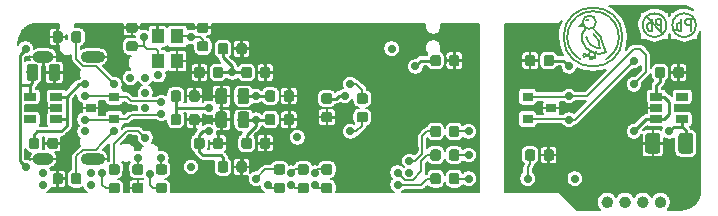
<source format=gbr>
G04 #@! TF.GenerationSoftware,KiCad,Pcbnew,(5.1.0)-1*
G04 #@! TF.CreationDate,2020-02-07T04:27:50-08:00*
G04 #@! TF.ProjectId,design,64657369-676e-42e6-9b69-6361645f7063,rev?*
G04 #@! TF.SameCoordinates,Original*
G04 #@! TF.FileFunction,Copper,L4,Bot*
G04 #@! TF.FilePolarity,Positive*
%FSLAX46Y46*%
G04 Gerber Fmt 4.6, Leading zero omitted, Abs format (unit mm)*
G04 Created by KiCad (PCBNEW (5.1.0)-1) date 2020-02-07 04:27:50*
%MOMM*%
%LPD*%
G04 APERTURE LIST*
%ADD10C,0.200000*%
%ADD11C,0.160000*%
%ADD12C,0.500000*%
%ADD13O,1.800000X1.000000*%
%ADD14O,2.100000X1.000000*%
%ADD15R,1.060000X0.650000*%
%ADD16C,0.100000*%
%ADD17C,0.875000*%
%ADD18R,1.100000X1.300000*%
%ADD19C,0.975000*%
%ADD20R,0.900000X0.800000*%
%ADD21C,1.250000*%
%ADD22C,0.700000*%
%ADD23C,0.250000*%
G04 APERTURE END LIST*
D10*
X200321428Y-49452380D02*
X200321428Y-48452380D01*
X200016666Y-48452380D01*
X199940476Y-48500000D01*
X199902380Y-48547619D01*
X199864285Y-48642857D01*
X199864285Y-48785714D01*
X199902380Y-48880952D01*
X199940476Y-48928571D01*
X200016666Y-48976190D01*
X200321428Y-48976190D01*
X199521428Y-49452380D02*
X199521428Y-48452380D01*
X199521428Y-48833333D02*
X199445238Y-48785714D01*
X199292857Y-48785714D01*
X199216666Y-48833333D01*
X199178571Y-48880952D01*
X199140476Y-48976190D01*
X199140476Y-49261904D01*
X199178571Y-49357142D01*
X199216666Y-49404761D01*
X199292857Y-49452380D01*
X199445238Y-49452380D01*
X199521428Y-49404761D01*
X202821428Y-49452380D02*
X202821428Y-48452380D01*
X202516666Y-48452380D01*
X202440476Y-48500000D01*
X202402380Y-48547619D01*
X202364285Y-48642857D01*
X202364285Y-48785714D01*
X202402380Y-48880952D01*
X202440476Y-48928571D01*
X202516666Y-48976190D01*
X202821428Y-48976190D01*
X202021428Y-49452380D02*
X202021428Y-48452380D01*
X202021428Y-48833333D02*
X201945238Y-48785714D01*
X201792857Y-48785714D01*
X201716666Y-48833333D01*
X201678571Y-48880952D01*
X201640476Y-48976190D01*
X201640476Y-49261904D01*
X201678571Y-49357142D01*
X201716666Y-49404761D01*
X201792857Y-49452380D01*
X201945238Y-49452380D01*
X202021428Y-49404761D01*
D11*
X194753303Y-51768832D02*
G75*
G03X194253431Y-51643905I-468491J-812047D01*
G01*
X194253578Y-51893910D02*
G75*
G03X194753431Y-51768905I31234J936980D01*
G01*
D10*
X194508937Y-49237139D02*
G75*
G03X194843694Y-49608539I1077120J634282D01*
G01*
D11*
X193720130Y-51561450D02*
G75*
G03X193720130Y-51436450I0J62500D01*
G01*
X193720130Y-51686450D02*
G75*
G03X193720130Y-51561450I0J62500D01*
G01*
D10*
X195051138Y-51424715D02*
X194741861Y-51398730D01*
X195612386Y-51250000D02*
X195347465Y-51374087D01*
X194741861Y-51398730D02*
X194438893Y-51297751D01*
X194438893Y-51297751D02*
X194161103Y-51128065D01*
X195349553Y-50547561D02*
G75*
G03X194843694Y-49608539I-1248220J-66661D01*
G01*
X195349553Y-50547562D02*
G75*
G03X195612386Y-51250000I1248221J66660D01*
G01*
X195347465Y-51374087D02*
X195051138Y-51424715D01*
X194161103Y-51128065D02*
X193925790Y-50900241D01*
X193925790Y-50900241D02*
X193747609Y-50628467D01*
X193602781Y-50022451D02*
X193645153Y-49725950D01*
X193645153Y-49725950D02*
X193762134Y-49458630D01*
X193762134Y-49458630D02*
X193946438Y-49237139D01*
D11*
X193361352Y-49108849D02*
G75*
G03X193671010Y-48830714I-238978J577507D01*
G01*
D10*
X193747609Y-50628467D02*
X193637657Y-50329667D01*
D11*
X195114025Y-50957346D02*
G75*
G03X194553584Y-49756932I-1240752J151760D01*
G01*
X194160928Y-48592648D02*
G75*
G03X193919448Y-48592648I-120740J-32352D01*
G01*
X194253431Y-51893905D02*
G75*
G03X194253431Y-51768905I0J62500D01*
G01*
D10*
X194790188Y-48750000D02*
G75*
G03X194790188Y-48750000I-562500J0D01*
G01*
D11*
X193361344Y-49108703D02*
G75*
G03X193776983Y-49086557I176462J599569D01*
G01*
D10*
X193637657Y-50329667D02*
X193602781Y-50022451D01*
D11*
X194253431Y-51768905D02*
G75*
G03X194253431Y-51643905I0J62500D01*
G01*
X193964241Y-50000734D02*
G75*
G03X195114000Y-50957555I1215549J291446D01*
G01*
X193720277Y-51686455D02*
G75*
G03X194220130Y-51561450I31234J936980D01*
G01*
D10*
X195633938Y-51894429D02*
G75*
G03X193446439Y-51894430I-1093750J1894429D01*
G01*
D11*
X194220002Y-51561377D02*
G75*
G03X193720130Y-51436450I-468491J-812047D01*
G01*
D10*
X194690931Y-51768905D02*
X194740188Y-51395710D01*
X197040188Y-50000000D02*
G75*
G03X197040188Y-50000000I-2500000J0D01*
G01*
X194157630Y-51561450D02*
X194266486Y-51202597D01*
X194740188Y-51395710D02*
X194752192Y-51146914D01*
D12*
X200500000Y-64000000D02*
G75*
G03X200500000Y-64000000I-250000J0D01*
G01*
X199000000Y-64000000D02*
G75*
G03X199000000Y-64000000I-250000J0D01*
G01*
X197500000Y-64000000D02*
G75*
G03X197500000Y-64000000I-250000J0D01*
G01*
X196000000Y-64000000D02*
G75*
G03X196000000Y-64000000I-250000J0D01*
G01*
D10*
X200400000Y-49700000D02*
X199100000Y-48300000D01*
X203250000Y-49000000D02*
G75*
G03X203250000Y-49000000I-1000000J0D01*
G01*
X200750000Y-49000000D02*
G75*
G03X200750000Y-49000000I-1000000J0D01*
G01*
X203050000Y-48450000D02*
X202800000Y-48450000D01*
X201800000Y-49450000D02*
X201400000Y-49450000D01*
D13*
X148000000Y-51680000D03*
X148000000Y-60320000D03*
D14*
X152180000Y-51680000D03*
X152180000Y-60320000D03*
D15*
X199900000Y-56950000D03*
X199900000Y-56000000D03*
X199900000Y-55050000D03*
X202100000Y-55050000D03*
X202100000Y-56950000D03*
D16*
G36*
X200452691Y-52526053D02*
G01*
X200473926Y-52529203D01*
X200494750Y-52534419D01*
X200514962Y-52541651D01*
X200534368Y-52550830D01*
X200552781Y-52561866D01*
X200570024Y-52574654D01*
X200585930Y-52589070D01*
X200600346Y-52604976D01*
X200613134Y-52622219D01*
X200624170Y-52640632D01*
X200633349Y-52660038D01*
X200640581Y-52680250D01*
X200645797Y-52701074D01*
X200648947Y-52722309D01*
X200650000Y-52743750D01*
X200650000Y-53256250D01*
X200648947Y-53277691D01*
X200645797Y-53298926D01*
X200640581Y-53319750D01*
X200633349Y-53339962D01*
X200624170Y-53359368D01*
X200613134Y-53377781D01*
X200600346Y-53395024D01*
X200585930Y-53410930D01*
X200570024Y-53425346D01*
X200552781Y-53438134D01*
X200534368Y-53449170D01*
X200514962Y-53458349D01*
X200494750Y-53465581D01*
X200473926Y-53470797D01*
X200452691Y-53473947D01*
X200431250Y-53475000D01*
X199993750Y-53475000D01*
X199972309Y-53473947D01*
X199951074Y-53470797D01*
X199930250Y-53465581D01*
X199910038Y-53458349D01*
X199890632Y-53449170D01*
X199872219Y-53438134D01*
X199854976Y-53425346D01*
X199839070Y-53410930D01*
X199824654Y-53395024D01*
X199811866Y-53377781D01*
X199800830Y-53359368D01*
X199791651Y-53339962D01*
X199784419Y-53319750D01*
X199779203Y-53298926D01*
X199776053Y-53277691D01*
X199775000Y-53256250D01*
X199775000Y-52743750D01*
X199776053Y-52722309D01*
X199779203Y-52701074D01*
X199784419Y-52680250D01*
X199791651Y-52660038D01*
X199800830Y-52640632D01*
X199811866Y-52622219D01*
X199824654Y-52604976D01*
X199839070Y-52589070D01*
X199854976Y-52574654D01*
X199872219Y-52561866D01*
X199890632Y-52550830D01*
X199910038Y-52541651D01*
X199930250Y-52534419D01*
X199951074Y-52529203D01*
X199972309Y-52526053D01*
X199993750Y-52525000D01*
X200431250Y-52525000D01*
X200452691Y-52526053D01*
X200452691Y-52526053D01*
G37*
D17*
X200212500Y-53000000D03*
D16*
G36*
X202027691Y-52526053D02*
G01*
X202048926Y-52529203D01*
X202069750Y-52534419D01*
X202089962Y-52541651D01*
X202109368Y-52550830D01*
X202127781Y-52561866D01*
X202145024Y-52574654D01*
X202160930Y-52589070D01*
X202175346Y-52604976D01*
X202188134Y-52622219D01*
X202199170Y-52640632D01*
X202208349Y-52660038D01*
X202215581Y-52680250D01*
X202220797Y-52701074D01*
X202223947Y-52722309D01*
X202225000Y-52743750D01*
X202225000Y-53256250D01*
X202223947Y-53277691D01*
X202220797Y-53298926D01*
X202215581Y-53319750D01*
X202208349Y-53339962D01*
X202199170Y-53359368D01*
X202188134Y-53377781D01*
X202175346Y-53395024D01*
X202160930Y-53410930D01*
X202145024Y-53425346D01*
X202127781Y-53438134D01*
X202109368Y-53449170D01*
X202089962Y-53458349D01*
X202069750Y-53465581D01*
X202048926Y-53470797D01*
X202027691Y-53473947D01*
X202006250Y-53475000D01*
X201568750Y-53475000D01*
X201547309Y-53473947D01*
X201526074Y-53470797D01*
X201505250Y-53465581D01*
X201485038Y-53458349D01*
X201465632Y-53449170D01*
X201447219Y-53438134D01*
X201429976Y-53425346D01*
X201414070Y-53410930D01*
X201399654Y-53395024D01*
X201386866Y-53377781D01*
X201375830Y-53359368D01*
X201366651Y-53339962D01*
X201359419Y-53319750D01*
X201354203Y-53298926D01*
X201351053Y-53277691D01*
X201350000Y-53256250D01*
X201350000Y-52743750D01*
X201351053Y-52722309D01*
X201354203Y-52701074D01*
X201359419Y-52680250D01*
X201366651Y-52660038D01*
X201375830Y-52640632D01*
X201386866Y-52622219D01*
X201399654Y-52604976D01*
X201414070Y-52589070D01*
X201429976Y-52574654D01*
X201447219Y-52561866D01*
X201465632Y-52550830D01*
X201485038Y-52541651D01*
X201505250Y-52534419D01*
X201526074Y-52529203D01*
X201547309Y-52526053D01*
X201568750Y-52525000D01*
X202006250Y-52525000D01*
X202027691Y-52526053D01*
X202027691Y-52526053D01*
G37*
D17*
X201787500Y-53000000D03*
D16*
G36*
X155777691Y-48776053D02*
G01*
X155798926Y-48779203D01*
X155819750Y-48784419D01*
X155839962Y-48791651D01*
X155859368Y-48800830D01*
X155877781Y-48811866D01*
X155895024Y-48824654D01*
X155910930Y-48839070D01*
X155925346Y-48854976D01*
X155938134Y-48872219D01*
X155949170Y-48890632D01*
X155958349Y-48910038D01*
X155965581Y-48930250D01*
X155970797Y-48951074D01*
X155973947Y-48972309D01*
X155975000Y-48993750D01*
X155975000Y-49431250D01*
X155973947Y-49452691D01*
X155970797Y-49473926D01*
X155965581Y-49494750D01*
X155958349Y-49514962D01*
X155949170Y-49534368D01*
X155938134Y-49552781D01*
X155925346Y-49570024D01*
X155910930Y-49585930D01*
X155895024Y-49600346D01*
X155877781Y-49613134D01*
X155859368Y-49624170D01*
X155839962Y-49633349D01*
X155819750Y-49640581D01*
X155798926Y-49645797D01*
X155777691Y-49648947D01*
X155756250Y-49650000D01*
X155243750Y-49650000D01*
X155222309Y-49648947D01*
X155201074Y-49645797D01*
X155180250Y-49640581D01*
X155160038Y-49633349D01*
X155140632Y-49624170D01*
X155122219Y-49613134D01*
X155104976Y-49600346D01*
X155089070Y-49585930D01*
X155074654Y-49570024D01*
X155061866Y-49552781D01*
X155050830Y-49534368D01*
X155041651Y-49514962D01*
X155034419Y-49494750D01*
X155029203Y-49473926D01*
X155026053Y-49452691D01*
X155025000Y-49431250D01*
X155025000Y-48993750D01*
X155026053Y-48972309D01*
X155029203Y-48951074D01*
X155034419Y-48930250D01*
X155041651Y-48910038D01*
X155050830Y-48890632D01*
X155061866Y-48872219D01*
X155074654Y-48854976D01*
X155089070Y-48839070D01*
X155104976Y-48824654D01*
X155122219Y-48811866D01*
X155140632Y-48800830D01*
X155160038Y-48791651D01*
X155180250Y-48784419D01*
X155201074Y-48779203D01*
X155222309Y-48776053D01*
X155243750Y-48775000D01*
X155756250Y-48775000D01*
X155777691Y-48776053D01*
X155777691Y-48776053D01*
G37*
D17*
X155500000Y-49212500D03*
D16*
G36*
X155777691Y-50351053D02*
G01*
X155798926Y-50354203D01*
X155819750Y-50359419D01*
X155839962Y-50366651D01*
X155859368Y-50375830D01*
X155877781Y-50386866D01*
X155895024Y-50399654D01*
X155910930Y-50414070D01*
X155925346Y-50429976D01*
X155938134Y-50447219D01*
X155949170Y-50465632D01*
X155958349Y-50485038D01*
X155965581Y-50505250D01*
X155970797Y-50526074D01*
X155973947Y-50547309D01*
X155975000Y-50568750D01*
X155975000Y-51006250D01*
X155973947Y-51027691D01*
X155970797Y-51048926D01*
X155965581Y-51069750D01*
X155958349Y-51089962D01*
X155949170Y-51109368D01*
X155938134Y-51127781D01*
X155925346Y-51145024D01*
X155910930Y-51160930D01*
X155895024Y-51175346D01*
X155877781Y-51188134D01*
X155859368Y-51199170D01*
X155839962Y-51208349D01*
X155819750Y-51215581D01*
X155798926Y-51220797D01*
X155777691Y-51223947D01*
X155756250Y-51225000D01*
X155243750Y-51225000D01*
X155222309Y-51223947D01*
X155201074Y-51220797D01*
X155180250Y-51215581D01*
X155160038Y-51208349D01*
X155140632Y-51199170D01*
X155122219Y-51188134D01*
X155104976Y-51175346D01*
X155089070Y-51160930D01*
X155074654Y-51145024D01*
X155061866Y-51127781D01*
X155050830Y-51109368D01*
X155041651Y-51089962D01*
X155034419Y-51069750D01*
X155029203Y-51048926D01*
X155026053Y-51027691D01*
X155025000Y-51006250D01*
X155025000Y-50568750D01*
X155026053Y-50547309D01*
X155029203Y-50526074D01*
X155034419Y-50505250D01*
X155041651Y-50485038D01*
X155050830Y-50465632D01*
X155061866Y-50447219D01*
X155074654Y-50429976D01*
X155089070Y-50414070D01*
X155104976Y-50399654D01*
X155122219Y-50386866D01*
X155140632Y-50375830D01*
X155160038Y-50366651D01*
X155180250Y-50359419D01*
X155201074Y-50354203D01*
X155222309Y-50351053D01*
X155243750Y-50350000D01*
X155756250Y-50350000D01*
X155777691Y-50351053D01*
X155777691Y-50351053D01*
G37*
D17*
X155500000Y-50787500D03*
D16*
G36*
X161777691Y-50351053D02*
G01*
X161798926Y-50354203D01*
X161819750Y-50359419D01*
X161839962Y-50366651D01*
X161859368Y-50375830D01*
X161877781Y-50386866D01*
X161895024Y-50399654D01*
X161910930Y-50414070D01*
X161925346Y-50429976D01*
X161938134Y-50447219D01*
X161949170Y-50465632D01*
X161958349Y-50485038D01*
X161965581Y-50505250D01*
X161970797Y-50526074D01*
X161973947Y-50547309D01*
X161975000Y-50568750D01*
X161975000Y-51006250D01*
X161973947Y-51027691D01*
X161970797Y-51048926D01*
X161965581Y-51069750D01*
X161958349Y-51089962D01*
X161949170Y-51109368D01*
X161938134Y-51127781D01*
X161925346Y-51145024D01*
X161910930Y-51160930D01*
X161895024Y-51175346D01*
X161877781Y-51188134D01*
X161859368Y-51199170D01*
X161839962Y-51208349D01*
X161819750Y-51215581D01*
X161798926Y-51220797D01*
X161777691Y-51223947D01*
X161756250Y-51225000D01*
X161243750Y-51225000D01*
X161222309Y-51223947D01*
X161201074Y-51220797D01*
X161180250Y-51215581D01*
X161160038Y-51208349D01*
X161140632Y-51199170D01*
X161122219Y-51188134D01*
X161104976Y-51175346D01*
X161089070Y-51160930D01*
X161074654Y-51145024D01*
X161061866Y-51127781D01*
X161050830Y-51109368D01*
X161041651Y-51089962D01*
X161034419Y-51069750D01*
X161029203Y-51048926D01*
X161026053Y-51027691D01*
X161025000Y-51006250D01*
X161025000Y-50568750D01*
X161026053Y-50547309D01*
X161029203Y-50526074D01*
X161034419Y-50505250D01*
X161041651Y-50485038D01*
X161050830Y-50465632D01*
X161061866Y-50447219D01*
X161074654Y-50429976D01*
X161089070Y-50414070D01*
X161104976Y-50399654D01*
X161122219Y-50386866D01*
X161140632Y-50375830D01*
X161160038Y-50366651D01*
X161180250Y-50359419D01*
X161201074Y-50354203D01*
X161222309Y-50351053D01*
X161243750Y-50350000D01*
X161756250Y-50350000D01*
X161777691Y-50351053D01*
X161777691Y-50351053D01*
G37*
D17*
X161500000Y-50787500D03*
D16*
G36*
X161777691Y-48776053D02*
G01*
X161798926Y-48779203D01*
X161819750Y-48784419D01*
X161839962Y-48791651D01*
X161859368Y-48800830D01*
X161877781Y-48811866D01*
X161895024Y-48824654D01*
X161910930Y-48839070D01*
X161925346Y-48854976D01*
X161938134Y-48872219D01*
X161949170Y-48890632D01*
X161958349Y-48910038D01*
X161965581Y-48930250D01*
X161970797Y-48951074D01*
X161973947Y-48972309D01*
X161975000Y-48993750D01*
X161975000Y-49431250D01*
X161973947Y-49452691D01*
X161970797Y-49473926D01*
X161965581Y-49494750D01*
X161958349Y-49514962D01*
X161949170Y-49534368D01*
X161938134Y-49552781D01*
X161925346Y-49570024D01*
X161910930Y-49585930D01*
X161895024Y-49600346D01*
X161877781Y-49613134D01*
X161859368Y-49624170D01*
X161839962Y-49633349D01*
X161819750Y-49640581D01*
X161798926Y-49645797D01*
X161777691Y-49648947D01*
X161756250Y-49650000D01*
X161243750Y-49650000D01*
X161222309Y-49648947D01*
X161201074Y-49645797D01*
X161180250Y-49640581D01*
X161160038Y-49633349D01*
X161140632Y-49624170D01*
X161122219Y-49613134D01*
X161104976Y-49600346D01*
X161089070Y-49585930D01*
X161074654Y-49570024D01*
X161061866Y-49552781D01*
X161050830Y-49534368D01*
X161041651Y-49514962D01*
X161034419Y-49494750D01*
X161029203Y-49473926D01*
X161026053Y-49452691D01*
X161025000Y-49431250D01*
X161025000Y-48993750D01*
X161026053Y-48972309D01*
X161029203Y-48951074D01*
X161034419Y-48930250D01*
X161041651Y-48910038D01*
X161050830Y-48890632D01*
X161061866Y-48872219D01*
X161074654Y-48854976D01*
X161089070Y-48839070D01*
X161104976Y-48824654D01*
X161122219Y-48811866D01*
X161140632Y-48800830D01*
X161160038Y-48791651D01*
X161180250Y-48784419D01*
X161201074Y-48779203D01*
X161222309Y-48776053D01*
X161243750Y-48775000D01*
X161756250Y-48775000D01*
X161777691Y-48776053D01*
X161777691Y-48776053D01*
G37*
D17*
X161500000Y-49212500D03*
D18*
X157675000Y-52050000D03*
X157675000Y-49950000D03*
X159325000Y-49950000D03*
X159325000Y-52050000D03*
D16*
G36*
X175277691Y-56351053D02*
G01*
X175298926Y-56354203D01*
X175319750Y-56359419D01*
X175339962Y-56366651D01*
X175359368Y-56375830D01*
X175377781Y-56386866D01*
X175395024Y-56399654D01*
X175410930Y-56414070D01*
X175425346Y-56429976D01*
X175438134Y-56447219D01*
X175449170Y-56465632D01*
X175458349Y-56485038D01*
X175465581Y-56505250D01*
X175470797Y-56526074D01*
X175473947Y-56547309D01*
X175475000Y-56568750D01*
X175475000Y-57006250D01*
X175473947Y-57027691D01*
X175470797Y-57048926D01*
X175465581Y-57069750D01*
X175458349Y-57089962D01*
X175449170Y-57109368D01*
X175438134Y-57127781D01*
X175425346Y-57145024D01*
X175410930Y-57160930D01*
X175395024Y-57175346D01*
X175377781Y-57188134D01*
X175359368Y-57199170D01*
X175339962Y-57208349D01*
X175319750Y-57215581D01*
X175298926Y-57220797D01*
X175277691Y-57223947D01*
X175256250Y-57225000D01*
X174743750Y-57225000D01*
X174722309Y-57223947D01*
X174701074Y-57220797D01*
X174680250Y-57215581D01*
X174660038Y-57208349D01*
X174640632Y-57199170D01*
X174622219Y-57188134D01*
X174604976Y-57175346D01*
X174589070Y-57160930D01*
X174574654Y-57145024D01*
X174561866Y-57127781D01*
X174550830Y-57109368D01*
X174541651Y-57089962D01*
X174534419Y-57069750D01*
X174529203Y-57048926D01*
X174526053Y-57027691D01*
X174525000Y-57006250D01*
X174525000Y-56568750D01*
X174526053Y-56547309D01*
X174529203Y-56526074D01*
X174534419Y-56505250D01*
X174541651Y-56485038D01*
X174550830Y-56465632D01*
X174561866Y-56447219D01*
X174574654Y-56429976D01*
X174589070Y-56414070D01*
X174604976Y-56399654D01*
X174622219Y-56386866D01*
X174640632Y-56375830D01*
X174660038Y-56366651D01*
X174680250Y-56359419D01*
X174701074Y-56354203D01*
X174722309Y-56351053D01*
X174743750Y-56350000D01*
X175256250Y-56350000D01*
X175277691Y-56351053D01*
X175277691Y-56351053D01*
G37*
D17*
X175000000Y-56787500D03*
D16*
G36*
X175277691Y-54776053D02*
G01*
X175298926Y-54779203D01*
X175319750Y-54784419D01*
X175339962Y-54791651D01*
X175359368Y-54800830D01*
X175377781Y-54811866D01*
X175395024Y-54824654D01*
X175410930Y-54839070D01*
X175425346Y-54854976D01*
X175438134Y-54872219D01*
X175449170Y-54890632D01*
X175458349Y-54910038D01*
X175465581Y-54930250D01*
X175470797Y-54951074D01*
X175473947Y-54972309D01*
X175475000Y-54993750D01*
X175475000Y-55431250D01*
X175473947Y-55452691D01*
X175470797Y-55473926D01*
X175465581Y-55494750D01*
X175458349Y-55514962D01*
X175449170Y-55534368D01*
X175438134Y-55552781D01*
X175425346Y-55570024D01*
X175410930Y-55585930D01*
X175395024Y-55600346D01*
X175377781Y-55613134D01*
X175359368Y-55624170D01*
X175339962Y-55633349D01*
X175319750Y-55640581D01*
X175298926Y-55645797D01*
X175277691Y-55648947D01*
X175256250Y-55650000D01*
X174743750Y-55650000D01*
X174722309Y-55648947D01*
X174701074Y-55645797D01*
X174680250Y-55640581D01*
X174660038Y-55633349D01*
X174640632Y-55624170D01*
X174622219Y-55613134D01*
X174604976Y-55600346D01*
X174589070Y-55585930D01*
X174574654Y-55570024D01*
X174561866Y-55552781D01*
X174550830Y-55534368D01*
X174541651Y-55514962D01*
X174534419Y-55494750D01*
X174529203Y-55473926D01*
X174526053Y-55452691D01*
X174525000Y-55431250D01*
X174525000Y-54993750D01*
X174526053Y-54972309D01*
X174529203Y-54951074D01*
X174534419Y-54930250D01*
X174541651Y-54910038D01*
X174550830Y-54890632D01*
X174561866Y-54872219D01*
X174574654Y-54854976D01*
X174589070Y-54839070D01*
X174604976Y-54824654D01*
X174622219Y-54811866D01*
X174640632Y-54800830D01*
X174660038Y-54791651D01*
X174680250Y-54784419D01*
X174701074Y-54779203D01*
X174722309Y-54776053D01*
X174743750Y-54775000D01*
X175256250Y-54775000D01*
X175277691Y-54776053D01*
X175277691Y-54776053D01*
G37*
D17*
X175000000Y-55212500D03*
D16*
G36*
X189452691Y-59526053D02*
G01*
X189473926Y-59529203D01*
X189494750Y-59534419D01*
X189514962Y-59541651D01*
X189534368Y-59550830D01*
X189552781Y-59561866D01*
X189570024Y-59574654D01*
X189585930Y-59589070D01*
X189600346Y-59604976D01*
X189613134Y-59622219D01*
X189624170Y-59640632D01*
X189633349Y-59660038D01*
X189640581Y-59680250D01*
X189645797Y-59701074D01*
X189648947Y-59722309D01*
X189650000Y-59743750D01*
X189650000Y-60256250D01*
X189648947Y-60277691D01*
X189645797Y-60298926D01*
X189640581Y-60319750D01*
X189633349Y-60339962D01*
X189624170Y-60359368D01*
X189613134Y-60377781D01*
X189600346Y-60395024D01*
X189585930Y-60410930D01*
X189570024Y-60425346D01*
X189552781Y-60438134D01*
X189534368Y-60449170D01*
X189514962Y-60458349D01*
X189494750Y-60465581D01*
X189473926Y-60470797D01*
X189452691Y-60473947D01*
X189431250Y-60475000D01*
X188993750Y-60475000D01*
X188972309Y-60473947D01*
X188951074Y-60470797D01*
X188930250Y-60465581D01*
X188910038Y-60458349D01*
X188890632Y-60449170D01*
X188872219Y-60438134D01*
X188854976Y-60425346D01*
X188839070Y-60410930D01*
X188824654Y-60395024D01*
X188811866Y-60377781D01*
X188800830Y-60359368D01*
X188791651Y-60339962D01*
X188784419Y-60319750D01*
X188779203Y-60298926D01*
X188776053Y-60277691D01*
X188775000Y-60256250D01*
X188775000Y-59743750D01*
X188776053Y-59722309D01*
X188779203Y-59701074D01*
X188784419Y-59680250D01*
X188791651Y-59660038D01*
X188800830Y-59640632D01*
X188811866Y-59622219D01*
X188824654Y-59604976D01*
X188839070Y-59589070D01*
X188854976Y-59574654D01*
X188872219Y-59561866D01*
X188890632Y-59550830D01*
X188910038Y-59541651D01*
X188930250Y-59534419D01*
X188951074Y-59529203D01*
X188972309Y-59526053D01*
X188993750Y-59525000D01*
X189431250Y-59525000D01*
X189452691Y-59526053D01*
X189452691Y-59526053D01*
G37*
D17*
X189212500Y-60000000D03*
D16*
G36*
X191027691Y-59526053D02*
G01*
X191048926Y-59529203D01*
X191069750Y-59534419D01*
X191089962Y-59541651D01*
X191109368Y-59550830D01*
X191127781Y-59561866D01*
X191145024Y-59574654D01*
X191160930Y-59589070D01*
X191175346Y-59604976D01*
X191188134Y-59622219D01*
X191199170Y-59640632D01*
X191208349Y-59660038D01*
X191215581Y-59680250D01*
X191220797Y-59701074D01*
X191223947Y-59722309D01*
X191225000Y-59743750D01*
X191225000Y-60256250D01*
X191223947Y-60277691D01*
X191220797Y-60298926D01*
X191215581Y-60319750D01*
X191208349Y-60339962D01*
X191199170Y-60359368D01*
X191188134Y-60377781D01*
X191175346Y-60395024D01*
X191160930Y-60410930D01*
X191145024Y-60425346D01*
X191127781Y-60438134D01*
X191109368Y-60449170D01*
X191089962Y-60458349D01*
X191069750Y-60465581D01*
X191048926Y-60470797D01*
X191027691Y-60473947D01*
X191006250Y-60475000D01*
X190568750Y-60475000D01*
X190547309Y-60473947D01*
X190526074Y-60470797D01*
X190505250Y-60465581D01*
X190485038Y-60458349D01*
X190465632Y-60449170D01*
X190447219Y-60438134D01*
X190429976Y-60425346D01*
X190414070Y-60410930D01*
X190399654Y-60395024D01*
X190386866Y-60377781D01*
X190375830Y-60359368D01*
X190366651Y-60339962D01*
X190359419Y-60319750D01*
X190354203Y-60298926D01*
X190351053Y-60277691D01*
X190350000Y-60256250D01*
X190350000Y-59743750D01*
X190351053Y-59722309D01*
X190354203Y-59701074D01*
X190359419Y-59680250D01*
X190366651Y-59660038D01*
X190375830Y-59640632D01*
X190386866Y-59622219D01*
X190399654Y-59604976D01*
X190414070Y-59589070D01*
X190429976Y-59574654D01*
X190447219Y-59561866D01*
X190465632Y-59550830D01*
X190485038Y-59541651D01*
X190505250Y-59534419D01*
X190526074Y-59529203D01*
X190547309Y-59526053D01*
X190568750Y-59525000D01*
X191006250Y-59525000D01*
X191027691Y-59526053D01*
X191027691Y-59526053D01*
G37*
D17*
X190787500Y-60000000D03*
D16*
G36*
X165452691Y-52526053D02*
G01*
X165473926Y-52529203D01*
X165494750Y-52534419D01*
X165514962Y-52541651D01*
X165534368Y-52550830D01*
X165552781Y-52561866D01*
X165570024Y-52574654D01*
X165585930Y-52589070D01*
X165600346Y-52604976D01*
X165613134Y-52622219D01*
X165624170Y-52640632D01*
X165633349Y-52660038D01*
X165640581Y-52680250D01*
X165645797Y-52701074D01*
X165648947Y-52722309D01*
X165650000Y-52743750D01*
X165650000Y-53256250D01*
X165648947Y-53277691D01*
X165645797Y-53298926D01*
X165640581Y-53319750D01*
X165633349Y-53339962D01*
X165624170Y-53359368D01*
X165613134Y-53377781D01*
X165600346Y-53395024D01*
X165585930Y-53410930D01*
X165570024Y-53425346D01*
X165552781Y-53438134D01*
X165534368Y-53449170D01*
X165514962Y-53458349D01*
X165494750Y-53465581D01*
X165473926Y-53470797D01*
X165452691Y-53473947D01*
X165431250Y-53475000D01*
X164993750Y-53475000D01*
X164972309Y-53473947D01*
X164951074Y-53470797D01*
X164930250Y-53465581D01*
X164910038Y-53458349D01*
X164890632Y-53449170D01*
X164872219Y-53438134D01*
X164854976Y-53425346D01*
X164839070Y-53410930D01*
X164824654Y-53395024D01*
X164811866Y-53377781D01*
X164800830Y-53359368D01*
X164791651Y-53339962D01*
X164784419Y-53319750D01*
X164779203Y-53298926D01*
X164776053Y-53277691D01*
X164775000Y-53256250D01*
X164775000Y-52743750D01*
X164776053Y-52722309D01*
X164779203Y-52701074D01*
X164784419Y-52680250D01*
X164791651Y-52660038D01*
X164800830Y-52640632D01*
X164811866Y-52622219D01*
X164824654Y-52604976D01*
X164839070Y-52589070D01*
X164854976Y-52574654D01*
X164872219Y-52561866D01*
X164890632Y-52550830D01*
X164910038Y-52541651D01*
X164930250Y-52534419D01*
X164951074Y-52529203D01*
X164972309Y-52526053D01*
X164993750Y-52525000D01*
X165431250Y-52525000D01*
X165452691Y-52526053D01*
X165452691Y-52526053D01*
G37*
D17*
X165212500Y-53000000D03*
D16*
G36*
X167027691Y-52526053D02*
G01*
X167048926Y-52529203D01*
X167069750Y-52534419D01*
X167089962Y-52541651D01*
X167109368Y-52550830D01*
X167127781Y-52561866D01*
X167145024Y-52574654D01*
X167160930Y-52589070D01*
X167175346Y-52604976D01*
X167188134Y-52622219D01*
X167199170Y-52640632D01*
X167208349Y-52660038D01*
X167215581Y-52680250D01*
X167220797Y-52701074D01*
X167223947Y-52722309D01*
X167225000Y-52743750D01*
X167225000Y-53256250D01*
X167223947Y-53277691D01*
X167220797Y-53298926D01*
X167215581Y-53319750D01*
X167208349Y-53339962D01*
X167199170Y-53359368D01*
X167188134Y-53377781D01*
X167175346Y-53395024D01*
X167160930Y-53410930D01*
X167145024Y-53425346D01*
X167127781Y-53438134D01*
X167109368Y-53449170D01*
X167089962Y-53458349D01*
X167069750Y-53465581D01*
X167048926Y-53470797D01*
X167027691Y-53473947D01*
X167006250Y-53475000D01*
X166568750Y-53475000D01*
X166547309Y-53473947D01*
X166526074Y-53470797D01*
X166505250Y-53465581D01*
X166485038Y-53458349D01*
X166465632Y-53449170D01*
X166447219Y-53438134D01*
X166429976Y-53425346D01*
X166414070Y-53410930D01*
X166399654Y-53395024D01*
X166386866Y-53377781D01*
X166375830Y-53359368D01*
X166366651Y-53339962D01*
X166359419Y-53319750D01*
X166354203Y-53298926D01*
X166351053Y-53277691D01*
X166350000Y-53256250D01*
X166350000Y-52743750D01*
X166351053Y-52722309D01*
X166354203Y-52701074D01*
X166359419Y-52680250D01*
X166366651Y-52660038D01*
X166375830Y-52640632D01*
X166386866Y-52622219D01*
X166399654Y-52604976D01*
X166414070Y-52589070D01*
X166429976Y-52574654D01*
X166447219Y-52561866D01*
X166465632Y-52550830D01*
X166485038Y-52541651D01*
X166505250Y-52534419D01*
X166526074Y-52529203D01*
X166547309Y-52526053D01*
X166568750Y-52525000D01*
X167006250Y-52525000D01*
X167027691Y-52526053D01*
X167027691Y-52526053D01*
G37*
D17*
X166787500Y-53000000D03*
D16*
G36*
X165027691Y-50526053D02*
G01*
X165048926Y-50529203D01*
X165069750Y-50534419D01*
X165089962Y-50541651D01*
X165109368Y-50550830D01*
X165127781Y-50561866D01*
X165145024Y-50574654D01*
X165160930Y-50589070D01*
X165175346Y-50604976D01*
X165188134Y-50622219D01*
X165199170Y-50640632D01*
X165208349Y-50660038D01*
X165215581Y-50680250D01*
X165220797Y-50701074D01*
X165223947Y-50722309D01*
X165225000Y-50743750D01*
X165225000Y-51256250D01*
X165223947Y-51277691D01*
X165220797Y-51298926D01*
X165215581Y-51319750D01*
X165208349Y-51339962D01*
X165199170Y-51359368D01*
X165188134Y-51377781D01*
X165175346Y-51395024D01*
X165160930Y-51410930D01*
X165145024Y-51425346D01*
X165127781Y-51438134D01*
X165109368Y-51449170D01*
X165089962Y-51458349D01*
X165069750Y-51465581D01*
X165048926Y-51470797D01*
X165027691Y-51473947D01*
X165006250Y-51475000D01*
X164568750Y-51475000D01*
X164547309Y-51473947D01*
X164526074Y-51470797D01*
X164505250Y-51465581D01*
X164485038Y-51458349D01*
X164465632Y-51449170D01*
X164447219Y-51438134D01*
X164429976Y-51425346D01*
X164414070Y-51410930D01*
X164399654Y-51395024D01*
X164386866Y-51377781D01*
X164375830Y-51359368D01*
X164366651Y-51339962D01*
X164359419Y-51319750D01*
X164354203Y-51298926D01*
X164351053Y-51277691D01*
X164350000Y-51256250D01*
X164350000Y-50743750D01*
X164351053Y-50722309D01*
X164354203Y-50701074D01*
X164359419Y-50680250D01*
X164366651Y-50660038D01*
X164375830Y-50640632D01*
X164386866Y-50622219D01*
X164399654Y-50604976D01*
X164414070Y-50589070D01*
X164429976Y-50574654D01*
X164447219Y-50561866D01*
X164465632Y-50550830D01*
X164485038Y-50541651D01*
X164505250Y-50534419D01*
X164526074Y-50529203D01*
X164547309Y-50526053D01*
X164568750Y-50525000D01*
X165006250Y-50525000D01*
X165027691Y-50526053D01*
X165027691Y-50526053D01*
G37*
D17*
X164787500Y-51000000D03*
D16*
G36*
X163452691Y-50526053D02*
G01*
X163473926Y-50529203D01*
X163494750Y-50534419D01*
X163514962Y-50541651D01*
X163534368Y-50550830D01*
X163552781Y-50561866D01*
X163570024Y-50574654D01*
X163585930Y-50589070D01*
X163600346Y-50604976D01*
X163613134Y-50622219D01*
X163624170Y-50640632D01*
X163633349Y-50660038D01*
X163640581Y-50680250D01*
X163645797Y-50701074D01*
X163648947Y-50722309D01*
X163650000Y-50743750D01*
X163650000Y-51256250D01*
X163648947Y-51277691D01*
X163645797Y-51298926D01*
X163640581Y-51319750D01*
X163633349Y-51339962D01*
X163624170Y-51359368D01*
X163613134Y-51377781D01*
X163600346Y-51395024D01*
X163585930Y-51410930D01*
X163570024Y-51425346D01*
X163552781Y-51438134D01*
X163534368Y-51449170D01*
X163514962Y-51458349D01*
X163494750Y-51465581D01*
X163473926Y-51470797D01*
X163452691Y-51473947D01*
X163431250Y-51475000D01*
X162993750Y-51475000D01*
X162972309Y-51473947D01*
X162951074Y-51470797D01*
X162930250Y-51465581D01*
X162910038Y-51458349D01*
X162890632Y-51449170D01*
X162872219Y-51438134D01*
X162854976Y-51425346D01*
X162839070Y-51410930D01*
X162824654Y-51395024D01*
X162811866Y-51377781D01*
X162800830Y-51359368D01*
X162791651Y-51339962D01*
X162784419Y-51319750D01*
X162779203Y-51298926D01*
X162776053Y-51277691D01*
X162775000Y-51256250D01*
X162775000Y-50743750D01*
X162776053Y-50722309D01*
X162779203Y-50701074D01*
X162784419Y-50680250D01*
X162791651Y-50660038D01*
X162800830Y-50640632D01*
X162811866Y-50622219D01*
X162824654Y-50604976D01*
X162839070Y-50589070D01*
X162854976Y-50574654D01*
X162872219Y-50561866D01*
X162890632Y-50550830D01*
X162910038Y-50541651D01*
X162930250Y-50534419D01*
X162951074Y-50529203D01*
X162972309Y-50526053D01*
X162993750Y-50525000D01*
X163431250Y-50525000D01*
X163452691Y-50526053D01*
X163452691Y-50526053D01*
G37*
D17*
X163212500Y-51000000D03*
D16*
G36*
X159452691Y-54526053D02*
G01*
X159473926Y-54529203D01*
X159494750Y-54534419D01*
X159514962Y-54541651D01*
X159534368Y-54550830D01*
X159552781Y-54561866D01*
X159570024Y-54574654D01*
X159585930Y-54589070D01*
X159600346Y-54604976D01*
X159613134Y-54622219D01*
X159624170Y-54640632D01*
X159633349Y-54660038D01*
X159640581Y-54680250D01*
X159645797Y-54701074D01*
X159648947Y-54722309D01*
X159650000Y-54743750D01*
X159650000Y-55256250D01*
X159648947Y-55277691D01*
X159645797Y-55298926D01*
X159640581Y-55319750D01*
X159633349Y-55339962D01*
X159624170Y-55359368D01*
X159613134Y-55377781D01*
X159600346Y-55395024D01*
X159585930Y-55410930D01*
X159570024Y-55425346D01*
X159552781Y-55438134D01*
X159534368Y-55449170D01*
X159514962Y-55458349D01*
X159494750Y-55465581D01*
X159473926Y-55470797D01*
X159452691Y-55473947D01*
X159431250Y-55475000D01*
X158993750Y-55475000D01*
X158972309Y-55473947D01*
X158951074Y-55470797D01*
X158930250Y-55465581D01*
X158910038Y-55458349D01*
X158890632Y-55449170D01*
X158872219Y-55438134D01*
X158854976Y-55425346D01*
X158839070Y-55410930D01*
X158824654Y-55395024D01*
X158811866Y-55377781D01*
X158800830Y-55359368D01*
X158791651Y-55339962D01*
X158784419Y-55319750D01*
X158779203Y-55298926D01*
X158776053Y-55277691D01*
X158775000Y-55256250D01*
X158775000Y-54743750D01*
X158776053Y-54722309D01*
X158779203Y-54701074D01*
X158784419Y-54680250D01*
X158791651Y-54660038D01*
X158800830Y-54640632D01*
X158811866Y-54622219D01*
X158824654Y-54604976D01*
X158839070Y-54589070D01*
X158854976Y-54574654D01*
X158872219Y-54561866D01*
X158890632Y-54550830D01*
X158910038Y-54541651D01*
X158930250Y-54534419D01*
X158951074Y-54529203D01*
X158972309Y-54526053D01*
X158993750Y-54525000D01*
X159431250Y-54525000D01*
X159452691Y-54526053D01*
X159452691Y-54526053D01*
G37*
D17*
X159212500Y-55000000D03*
D16*
G36*
X161027691Y-54526053D02*
G01*
X161048926Y-54529203D01*
X161069750Y-54534419D01*
X161089962Y-54541651D01*
X161109368Y-54550830D01*
X161127781Y-54561866D01*
X161145024Y-54574654D01*
X161160930Y-54589070D01*
X161175346Y-54604976D01*
X161188134Y-54622219D01*
X161199170Y-54640632D01*
X161208349Y-54660038D01*
X161215581Y-54680250D01*
X161220797Y-54701074D01*
X161223947Y-54722309D01*
X161225000Y-54743750D01*
X161225000Y-55256250D01*
X161223947Y-55277691D01*
X161220797Y-55298926D01*
X161215581Y-55319750D01*
X161208349Y-55339962D01*
X161199170Y-55359368D01*
X161188134Y-55377781D01*
X161175346Y-55395024D01*
X161160930Y-55410930D01*
X161145024Y-55425346D01*
X161127781Y-55438134D01*
X161109368Y-55449170D01*
X161089962Y-55458349D01*
X161069750Y-55465581D01*
X161048926Y-55470797D01*
X161027691Y-55473947D01*
X161006250Y-55475000D01*
X160568750Y-55475000D01*
X160547309Y-55473947D01*
X160526074Y-55470797D01*
X160505250Y-55465581D01*
X160485038Y-55458349D01*
X160465632Y-55449170D01*
X160447219Y-55438134D01*
X160429976Y-55425346D01*
X160414070Y-55410930D01*
X160399654Y-55395024D01*
X160386866Y-55377781D01*
X160375830Y-55359368D01*
X160366651Y-55339962D01*
X160359419Y-55319750D01*
X160354203Y-55298926D01*
X160351053Y-55277691D01*
X160350000Y-55256250D01*
X160350000Y-54743750D01*
X160351053Y-54722309D01*
X160354203Y-54701074D01*
X160359419Y-54680250D01*
X160366651Y-54660038D01*
X160375830Y-54640632D01*
X160386866Y-54622219D01*
X160399654Y-54604976D01*
X160414070Y-54589070D01*
X160429976Y-54574654D01*
X160447219Y-54561866D01*
X160465632Y-54550830D01*
X160485038Y-54541651D01*
X160505250Y-54534419D01*
X160526074Y-54529203D01*
X160547309Y-54526053D01*
X160568750Y-54525000D01*
X161006250Y-54525000D01*
X161027691Y-54526053D01*
X161027691Y-54526053D01*
G37*
D17*
X160787500Y-55000000D03*
D16*
G36*
X159452691Y-56526053D02*
G01*
X159473926Y-56529203D01*
X159494750Y-56534419D01*
X159514962Y-56541651D01*
X159534368Y-56550830D01*
X159552781Y-56561866D01*
X159570024Y-56574654D01*
X159585930Y-56589070D01*
X159600346Y-56604976D01*
X159613134Y-56622219D01*
X159624170Y-56640632D01*
X159633349Y-56660038D01*
X159640581Y-56680250D01*
X159645797Y-56701074D01*
X159648947Y-56722309D01*
X159650000Y-56743750D01*
X159650000Y-57256250D01*
X159648947Y-57277691D01*
X159645797Y-57298926D01*
X159640581Y-57319750D01*
X159633349Y-57339962D01*
X159624170Y-57359368D01*
X159613134Y-57377781D01*
X159600346Y-57395024D01*
X159585930Y-57410930D01*
X159570024Y-57425346D01*
X159552781Y-57438134D01*
X159534368Y-57449170D01*
X159514962Y-57458349D01*
X159494750Y-57465581D01*
X159473926Y-57470797D01*
X159452691Y-57473947D01*
X159431250Y-57475000D01*
X158993750Y-57475000D01*
X158972309Y-57473947D01*
X158951074Y-57470797D01*
X158930250Y-57465581D01*
X158910038Y-57458349D01*
X158890632Y-57449170D01*
X158872219Y-57438134D01*
X158854976Y-57425346D01*
X158839070Y-57410930D01*
X158824654Y-57395024D01*
X158811866Y-57377781D01*
X158800830Y-57359368D01*
X158791651Y-57339962D01*
X158784419Y-57319750D01*
X158779203Y-57298926D01*
X158776053Y-57277691D01*
X158775000Y-57256250D01*
X158775000Y-56743750D01*
X158776053Y-56722309D01*
X158779203Y-56701074D01*
X158784419Y-56680250D01*
X158791651Y-56660038D01*
X158800830Y-56640632D01*
X158811866Y-56622219D01*
X158824654Y-56604976D01*
X158839070Y-56589070D01*
X158854976Y-56574654D01*
X158872219Y-56561866D01*
X158890632Y-56550830D01*
X158910038Y-56541651D01*
X158930250Y-56534419D01*
X158951074Y-56529203D01*
X158972309Y-56526053D01*
X158993750Y-56525000D01*
X159431250Y-56525000D01*
X159452691Y-56526053D01*
X159452691Y-56526053D01*
G37*
D17*
X159212500Y-57000000D03*
D16*
G36*
X161027691Y-56526053D02*
G01*
X161048926Y-56529203D01*
X161069750Y-56534419D01*
X161089962Y-56541651D01*
X161109368Y-56550830D01*
X161127781Y-56561866D01*
X161145024Y-56574654D01*
X161160930Y-56589070D01*
X161175346Y-56604976D01*
X161188134Y-56622219D01*
X161199170Y-56640632D01*
X161208349Y-56660038D01*
X161215581Y-56680250D01*
X161220797Y-56701074D01*
X161223947Y-56722309D01*
X161225000Y-56743750D01*
X161225000Y-57256250D01*
X161223947Y-57277691D01*
X161220797Y-57298926D01*
X161215581Y-57319750D01*
X161208349Y-57339962D01*
X161199170Y-57359368D01*
X161188134Y-57377781D01*
X161175346Y-57395024D01*
X161160930Y-57410930D01*
X161145024Y-57425346D01*
X161127781Y-57438134D01*
X161109368Y-57449170D01*
X161089962Y-57458349D01*
X161069750Y-57465581D01*
X161048926Y-57470797D01*
X161027691Y-57473947D01*
X161006250Y-57475000D01*
X160568750Y-57475000D01*
X160547309Y-57473947D01*
X160526074Y-57470797D01*
X160505250Y-57465581D01*
X160485038Y-57458349D01*
X160465632Y-57449170D01*
X160447219Y-57438134D01*
X160429976Y-57425346D01*
X160414070Y-57410930D01*
X160399654Y-57395024D01*
X160386866Y-57377781D01*
X160375830Y-57359368D01*
X160366651Y-57339962D01*
X160359419Y-57319750D01*
X160354203Y-57298926D01*
X160351053Y-57277691D01*
X160350000Y-57256250D01*
X160350000Y-56743750D01*
X160351053Y-56722309D01*
X160354203Y-56701074D01*
X160359419Y-56680250D01*
X160366651Y-56660038D01*
X160375830Y-56640632D01*
X160386866Y-56622219D01*
X160399654Y-56604976D01*
X160414070Y-56589070D01*
X160429976Y-56574654D01*
X160447219Y-56561866D01*
X160465632Y-56550830D01*
X160485038Y-56541651D01*
X160505250Y-56534419D01*
X160526074Y-56529203D01*
X160547309Y-56526053D01*
X160568750Y-56525000D01*
X161006250Y-56525000D01*
X161027691Y-56526053D01*
X161027691Y-56526053D01*
G37*
D17*
X160787500Y-57000000D03*
D16*
G36*
X165027691Y-60526053D02*
G01*
X165048926Y-60529203D01*
X165069750Y-60534419D01*
X165089962Y-60541651D01*
X165109368Y-60550830D01*
X165127781Y-60561866D01*
X165145024Y-60574654D01*
X165160930Y-60589070D01*
X165175346Y-60604976D01*
X165188134Y-60622219D01*
X165199170Y-60640632D01*
X165208349Y-60660038D01*
X165215581Y-60680250D01*
X165220797Y-60701074D01*
X165223947Y-60722309D01*
X165225000Y-60743750D01*
X165225000Y-61256250D01*
X165223947Y-61277691D01*
X165220797Y-61298926D01*
X165215581Y-61319750D01*
X165208349Y-61339962D01*
X165199170Y-61359368D01*
X165188134Y-61377781D01*
X165175346Y-61395024D01*
X165160930Y-61410930D01*
X165145024Y-61425346D01*
X165127781Y-61438134D01*
X165109368Y-61449170D01*
X165089962Y-61458349D01*
X165069750Y-61465581D01*
X165048926Y-61470797D01*
X165027691Y-61473947D01*
X165006250Y-61475000D01*
X164568750Y-61475000D01*
X164547309Y-61473947D01*
X164526074Y-61470797D01*
X164505250Y-61465581D01*
X164485038Y-61458349D01*
X164465632Y-61449170D01*
X164447219Y-61438134D01*
X164429976Y-61425346D01*
X164414070Y-61410930D01*
X164399654Y-61395024D01*
X164386866Y-61377781D01*
X164375830Y-61359368D01*
X164366651Y-61339962D01*
X164359419Y-61319750D01*
X164354203Y-61298926D01*
X164351053Y-61277691D01*
X164350000Y-61256250D01*
X164350000Y-60743750D01*
X164351053Y-60722309D01*
X164354203Y-60701074D01*
X164359419Y-60680250D01*
X164366651Y-60660038D01*
X164375830Y-60640632D01*
X164386866Y-60622219D01*
X164399654Y-60604976D01*
X164414070Y-60589070D01*
X164429976Y-60574654D01*
X164447219Y-60561866D01*
X164465632Y-60550830D01*
X164485038Y-60541651D01*
X164505250Y-60534419D01*
X164526074Y-60529203D01*
X164547309Y-60526053D01*
X164568750Y-60525000D01*
X165006250Y-60525000D01*
X165027691Y-60526053D01*
X165027691Y-60526053D01*
G37*
D17*
X164787500Y-61000000D03*
D16*
G36*
X163452691Y-60526053D02*
G01*
X163473926Y-60529203D01*
X163494750Y-60534419D01*
X163514962Y-60541651D01*
X163534368Y-60550830D01*
X163552781Y-60561866D01*
X163570024Y-60574654D01*
X163585930Y-60589070D01*
X163600346Y-60604976D01*
X163613134Y-60622219D01*
X163624170Y-60640632D01*
X163633349Y-60660038D01*
X163640581Y-60680250D01*
X163645797Y-60701074D01*
X163648947Y-60722309D01*
X163650000Y-60743750D01*
X163650000Y-61256250D01*
X163648947Y-61277691D01*
X163645797Y-61298926D01*
X163640581Y-61319750D01*
X163633349Y-61339962D01*
X163624170Y-61359368D01*
X163613134Y-61377781D01*
X163600346Y-61395024D01*
X163585930Y-61410930D01*
X163570024Y-61425346D01*
X163552781Y-61438134D01*
X163534368Y-61449170D01*
X163514962Y-61458349D01*
X163494750Y-61465581D01*
X163473926Y-61470797D01*
X163452691Y-61473947D01*
X163431250Y-61475000D01*
X162993750Y-61475000D01*
X162972309Y-61473947D01*
X162951074Y-61470797D01*
X162930250Y-61465581D01*
X162910038Y-61458349D01*
X162890632Y-61449170D01*
X162872219Y-61438134D01*
X162854976Y-61425346D01*
X162839070Y-61410930D01*
X162824654Y-61395024D01*
X162811866Y-61377781D01*
X162800830Y-61359368D01*
X162791651Y-61339962D01*
X162784419Y-61319750D01*
X162779203Y-61298926D01*
X162776053Y-61277691D01*
X162775000Y-61256250D01*
X162775000Y-60743750D01*
X162776053Y-60722309D01*
X162779203Y-60701074D01*
X162784419Y-60680250D01*
X162791651Y-60660038D01*
X162800830Y-60640632D01*
X162811866Y-60622219D01*
X162824654Y-60604976D01*
X162839070Y-60589070D01*
X162854976Y-60574654D01*
X162872219Y-60561866D01*
X162890632Y-60550830D01*
X162910038Y-60541651D01*
X162930250Y-60534419D01*
X162951074Y-60529203D01*
X162972309Y-60526053D01*
X162993750Y-60525000D01*
X163431250Y-60525000D01*
X163452691Y-60526053D01*
X163452691Y-60526053D01*
G37*
D17*
X163212500Y-61000000D03*
D16*
G36*
X163027691Y-58526053D02*
G01*
X163048926Y-58529203D01*
X163069750Y-58534419D01*
X163089962Y-58541651D01*
X163109368Y-58550830D01*
X163127781Y-58561866D01*
X163145024Y-58574654D01*
X163160930Y-58589070D01*
X163175346Y-58604976D01*
X163188134Y-58622219D01*
X163199170Y-58640632D01*
X163208349Y-58660038D01*
X163215581Y-58680250D01*
X163220797Y-58701074D01*
X163223947Y-58722309D01*
X163225000Y-58743750D01*
X163225000Y-59256250D01*
X163223947Y-59277691D01*
X163220797Y-59298926D01*
X163215581Y-59319750D01*
X163208349Y-59339962D01*
X163199170Y-59359368D01*
X163188134Y-59377781D01*
X163175346Y-59395024D01*
X163160930Y-59410930D01*
X163145024Y-59425346D01*
X163127781Y-59438134D01*
X163109368Y-59449170D01*
X163089962Y-59458349D01*
X163069750Y-59465581D01*
X163048926Y-59470797D01*
X163027691Y-59473947D01*
X163006250Y-59475000D01*
X162568750Y-59475000D01*
X162547309Y-59473947D01*
X162526074Y-59470797D01*
X162505250Y-59465581D01*
X162485038Y-59458349D01*
X162465632Y-59449170D01*
X162447219Y-59438134D01*
X162429976Y-59425346D01*
X162414070Y-59410930D01*
X162399654Y-59395024D01*
X162386866Y-59377781D01*
X162375830Y-59359368D01*
X162366651Y-59339962D01*
X162359419Y-59319750D01*
X162354203Y-59298926D01*
X162351053Y-59277691D01*
X162350000Y-59256250D01*
X162350000Y-58743750D01*
X162351053Y-58722309D01*
X162354203Y-58701074D01*
X162359419Y-58680250D01*
X162366651Y-58660038D01*
X162375830Y-58640632D01*
X162386866Y-58622219D01*
X162399654Y-58604976D01*
X162414070Y-58589070D01*
X162429976Y-58574654D01*
X162447219Y-58561866D01*
X162465632Y-58550830D01*
X162485038Y-58541651D01*
X162505250Y-58534419D01*
X162526074Y-58529203D01*
X162547309Y-58526053D01*
X162568750Y-58525000D01*
X163006250Y-58525000D01*
X163027691Y-58526053D01*
X163027691Y-58526053D01*
G37*
D17*
X162787500Y-59000000D03*
D16*
G36*
X161452691Y-58526053D02*
G01*
X161473926Y-58529203D01*
X161494750Y-58534419D01*
X161514962Y-58541651D01*
X161534368Y-58550830D01*
X161552781Y-58561866D01*
X161570024Y-58574654D01*
X161585930Y-58589070D01*
X161600346Y-58604976D01*
X161613134Y-58622219D01*
X161624170Y-58640632D01*
X161633349Y-58660038D01*
X161640581Y-58680250D01*
X161645797Y-58701074D01*
X161648947Y-58722309D01*
X161650000Y-58743750D01*
X161650000Y-59256250D01*
X161648947Y-59277691D01*
X161645797Y-59298926D01*
X161640581Y-59319750D01*
X161633349Y-59339962D01*
X161624170Y-59359368D01*
X161613134Y-59377781D01*
X161600346Y-59395024D01*
X161585930Y-59410930D01*
X161570024Y-59425346D01*
X161552781Y-59438134D01*
X161534368Y-59449170D01*
X161514962Y-59458349D01*
X161494750Y-59465581D01*
X161473926Y-59470797D01*
X161452691Y-59473947D01*
X161431250Y-59475000D01*
X160993750Y-59475000D01*
X160972309Y-59473947D01*
X160951074Y-59470797D01*
X160930250Y-59465581D01*
X160910038Y-59458349D01*
X160890632Y-59449170D01*
X160872219Y-59438134D01*
X160854976Y-59425346D01*
X160839070Y-59410930D01*
X160824654Y-59395024D01*
X160811866Y-59377781D01*
X160800830Y-59359368D01*
X160791651Y-59339962D01*
X160784419Y-59319750D01*
X160779203Y-59298926D01*
X160776053Y-59277691D01*
X160775000Y-59256250D01*
X160775000Y-58743750D01*
X160776053Y-58722309D01*
X160779203Y-58701074D01*
X160784419Y-58680250D01*
X160791651Y-58660038D01*
X160800830Y-58640632D01*
X160811866Y-58622219D01*
X160824654Y-58604976D01*
X160839070Y-58589070D01*
X160854976Y-58574654D01*
X160872219Y-58561866D01*
X160890632Y-58550830D01*
X160910038Y-58541651D01*
X160930250Y-58534419D01*
X160951074Y-58529203D01*
X160972309Y-58526053D01*
X160993750Y-58525000D01*
X161431250Y-58525000D01*
X161452691Y-58526053D01*
X161452691Y-58526053D01*
G37*
D17*
X161212500Y-59000000D03*
D16*
G36*
X167452691Y-54526053D02*
G01*
X167473926Y-54529203D01*
X167494750Y-54534419D01*
X167514962Y-54541651D01*
X167534368Y-54550830D01*
X167552781Y-54561866D01*
X167570024Y-54574654D01*
X167585930Y-54589070D01*
X167600346Y-54604976D01*
X167613134Y-54622219D01*
X167624170Y-54640632D01*
X167633349Y-54660038D01*
X167640581Y-54680250D01*
X167645797Y-54701074D01*
X167648947Y-54722309D01*
X167650000Y-54743750D01*
X167650000Y-55256250D01*
X167648947Y-55277691D01*
X167645797Y-55298926D01*
X167640581Y-55319750D01*
X167633349Y-55339962D01*
X167624170Y-55359368D01*
X167613134Y-55377781D01*
X167600346Y-55395024D01*
X167585930Y-55410930D01*
X167570024Y-55425346D01*
X167552781Y-55438134D01*
X167534368Y-55449170D01*
X167514962Y-55458349D01*
X167494750Y-55465581D01*
X167473926Y-55470797D01*
X167452691Y-55473947D01*
X167431250Y-55475000D01*
X166993750Y-55475000D01*
X166972309Y-55473947D01*
X166951074Y-55470797D01*
X166930250Y-55465581D01*
X166910038Y-55458349D01*
X166890632Y-55449170D01*
X166872219Y-55438134D01*
X166854976Y-55425346D01*
X166839070Y-55410930D01*
X166824654Y-55395024D01*
X166811866Y-55377781D01*
X166800830Y-55359368D01*
X166791651Y-55339962D01*
X166784419Y-55319750D01*
X166779203Y-55298926D01*
X166776053Y-55277691D01*
X166775000Y-55256250D01*
X166775000Y-54743750D01*
X166776053Y-54722309D01*
X166779203Y-54701074D01*
X166784419Y-54680250D01*
X166791651Y-54660038D01*
X166800830Y-54640632D01*
X166811866Y-54622219D01*
X166824654Y-54604976D01*
X166839070Y-54589070D01*
X166854976Y-54574654D01*
X166872219Y-54561866D01*
X166890632Y-54550830D01*
X166910038Y-54541651D01*
X166930250Y-54534419D01*
X166951074Y-54529203D01*
X166972309Y-54526053D01*
X166993750Y-54525000D01*
X167431250Y-54525000D01*
X167452691Y-54526053D01*
X167452691Y-54526053D01*
G37*
D17*
X167212500Y-55000000D03*
D16*
G36*
X169027691Y-54526053D02*
G01*
X169048926Y-54529203D01*
X169069750Y-54534419D01*
X169089962Y-54541651D01*
X169109368Y-54550830D01*
X169127781Y-54561866D01*
X169145024Y-54574654D01*
X169160930Y-54589070D01*
X169175346Y-54604976D01*
X169188134Y-54622219D01*
X169199170Y-54640632D01*
X169208349Y-54660038D01*
X169215581Y-54680250D01*
X169220797Y-54701074D01*
X169223947Y-54722309D01*
X169225000Y-54743750D01*
X169225000Y-55256250D01*
X169223947Y-55277691D01*
X169220797Y-55298926D01*
X169215581Y-55319750D01*
X169208349Y-55339962D01*
X169199170Y-55359368D01*
X169188134Y-55377781D01*
X169175346Y-55395024D01*
X169160930Y-55410930D01*
X169145024Y-55425346D01*
X169127781Y-55438134D01*
X169109368Y-55449170D01*
X169089962Y-55458349D01*
X169069750Y-55465581D01*
X169048926Y-55470797D01*
X169027691Y-55473947D01*
X169006250Y-55475000D01*
X168568750Y-55475000D01*
X168547309Y-55473947D01*
X168526074Y-55470797D01*
X168505250Y-55465581D01*
X168485038Y-55458349D01*
X168465632Y-55449170D01*
X168447219Y-55438134D01*
X168429976Y-55425346D01*
X168414070Y-55410930D01*
X168399654Y-55395024D01*
X168386866Y-55377781D01*
X168375830Y-55359368D01*
X168366651Y-55339962D01*
X168359419Y-55319750D01*
X168354203Y-55298926D01*
X168351053Y-55277691D01*
X168350000Y-55256250D01*
X168350000Y-54743750D01*
X168351053Y-54722309D01*
X168354203Y-54701074D01*
X168359419Y-54680250D01*
X168366651Y-54660038D01*
X168375830Y-54640632D01*
X168386866Y-54622219D01*
X168399654Y-54604976D01*
X168414070Y-54589070D01*
X168429976Y-54574654D01*
X168447219Y-54561866D01*
X168465632Y-54550830D01*
X168485038Y-54541651D01*
X168505250Y-54534419D01*
X168526074Y-54529203D01*
X168547309Y-54526053D01*
X168568750Y-54525000D01*
X169006250Y-54525000D01*
X169027691Y-54526053D01*
X169027691Y-54526053D01*
G37*
D17*
X168787500Y-55000000D03*
D16*
G36*
X165205142Y-54301174D02*
G01*
X165228803Y-54304684D01*
X165252007Y-54310496D01*
X165274529Y-54318554D01*
X165296153Y-54328782D01*
X165316670Y-54341079D01*
X165335883Y-54355329D01*
X165353607Y-54371393D01*
X165369671Y-54389117D01*
X165383921Y-54408330D01*
X165396218Y-54428847D01*
X165406446Y-54450471D01*
X165414504Y-54472993D01*
X165420316Y-54496197D01*
X165423826Y-54519858D01*
X165425000Y-54543750D01*
X165425000Y-55456250D01*
X165423826Y-55480142D01*
X165420316Y-55503803D01*
X165414504Y-55527007D01*
X165406446Y-55549529D01*
X165396218Y-55571153D01*
X165383921Y-55591670D01*
X165369671Y-55610883D01*
X165353607Y-55628607D01*
X165335883Y-55644671D01*
X165316670Y-55658921D01*
X165296153Y-55671218D01*
X165274529Y-55681446D01*
X165252007Y-55689504D01*
X165228803Y-55695316D01*
X165205142Y-55698826D01*
X165181250Y-55700000D01*
X164693750Y-55700000D01*
X164669858Y-55698826D01*
X164646197Y-55695316D01*
X164622993Y-55689504D01*
X164600471Y-55681446D01*
X164578847Y-55671218D01*
X164558330Y-55658921D01*
X164539117Y-55644671D01*
X164521393Y-55628607D01*
X164505329Y-55610883D01*
X164491079Y-55591670D01*
X164478782Y-55571153D01*
X164468554Y-55549529D01*
X164460496Y-55527007D01*
X164454684Y-55503803D01*
X164451174Y-55480142D01*
X164450000Y-55456250D01*
X164450000Y-54543750D01*
X164451174Y-54519858D01*
X164454684Y-54496197D01*
X164460496Y-54472993D01*
X164468554Y-54450471D01*
X164478782Y-54428847D01*
X164491079Y-54408330D01*
X164505329Y-54389117D01*
X164521393Y-54371393D01*
X164539117Y-54355329D01*
X164558330Y-54341079D01*
X164578847Y-54328782D01*
X164600471Y-54318554D01*
X164622993Y-54310496D01*
X164646197Y-54304684D01*
X164669858Y-54301174D01*
X164693750Y-54300000D01*
X165181250Y-54300000D01*
X165205142Y-54301174D01*
X165205142Y-54301174D01*
G37*
D19*
X164937500Y-55000000D03*
D16*
G36*
X163330142Y-54301174D02*
G01*
X163353803Y-54304684D01*
X163377007Y-54310496D01*
X163399529Y-54318554D01*
X163421153Y-54328782D01*
X163441670Y-54341079D01*
X163460883Y-54355329D01*
X163478607Y-54371393D01*
X163494671Y-54389117D01*
X163508921Y-54408330D01*
X163521218Y-54428847D01*
X163531446Y-54450471D01*
X163539504Y-54472993D01*
X163545316Y-54496197D01*
X163548826Y-54519858D01*
X163550000Y-54543750D01*
X163550000Y-55456250D01*
X163548826Y-55480142D01*
X163545316Y-55503803D01*
X163539504Y-55527007D01*
X163531446Y-55549529D01*
X163521218Y-55571153D01*
X163508921Y-55591670D01*
X163494671Y-55610883D01*
X163478607Y-55628607D01*
X163460883Y-55644671D01*
X163441670Y-55658921D01*
X163421153Y-55671218D01*
X163399529Y-55681446D01*
X163377007Y-55689504D01*
X163353803Y-55695316D01*
X163330142Y-55698826D01*
X163306250Y-55700000D01*
X162818750Y-55700000D01*
X162794858Y-55698826D01*
X162771197Y-55695316D01*
X162747993Y-55689504D01*
X162725471Y-55681446D01*
X162703847Y-55671218D01*
X162683330Y-55658921D01*
X162664117Y-55644671D01*
X162646393Y-55628607D01*
X162630329Y-55610883D01*
X162616079Y-55591670D01*
X162603782Y-55571153D01*
X162593554Y-55549529D01*
X162585496Y-55527007D01*
X162579684Y-55503803D01*
X162576174Y-55480142D01*
X162575000Y-55456250D01*
X162575000Y-54543750D01*
X162576174Y-54519858D01*
X162579684Y-54496197D01*
X162585496Y-54472993D01*
X162593554Y-54450471D01*
X162603782Y-54428847D01*
X162616079Y-54408330D01*
X162630329Y-54389117D01*
X162646393Y-54371393D01*
X162664117Y-54355329D01*
X162683330Y-54341079D01*
X162703847Y-54328782D01*
X162725471Y-54318554D01*
X162747993Y-54310496D01*
X162771197Y-54304684D01*
X162794858Y-54301174D01*
X162818750Y-54300000D01*
X163306250Y-54300000D01*
X163330142Y-54301174D01*
X163330142Y-54301174D01*
G37*
D19*
X163062500Y-55000000D03*
D16*
G36*
X154277691Y-60776053D02*
G01*
X154298926Y-60779203D01*
X154319750Y-60784419D01*
X154339962Y-60791651D01*
X154359368Y-60800830D01*
X154377781Y-60811866D01*
X154395024Y-60824654D01*
X154410930Y-60839070D01*
X154425346Y-60854976D01*
X154438134Y-60872219D01*
X154449170Y-60890632D01*
X154458349Y-60910038D01*
X154465581Y-60930250D01*
X154470797Y-60951074D01*
X154473947Y-60972309D01*
X154475000Y-60993750D01*
X154475000Y-61431250D01*
X154473947Y-61452691D01*
X154470797Y-61473926D01*
X154465581Y-61494750D01*
X154458349Y-61514962D01*
X154449170Y-61534368D01*
X154438134Y-61552781D01*
X154425346Y-61570024D01*
X154410930Y-61585930D01*
X154395024Y-61600346D01*
X154377781Y-61613134D01*
X154359368Y-61624170D01*
X154339962Y-61633349D01*
X154319750Y-61640581D01*
X154298926Y-61645797D01*
X154277691Y-61648947D01*
X154256250Y-61650000D01*
X153743750Y-61650000D01*
X153722309Y-61648947D01*
X153701074Y-61645797D01*
X153680250Y-61640581D01*
X153660038Y-61633349D01*
X153640632Y-61624170D01*
X153622219Y-61613134D01*
X153604976Y-61600346D01*
X153589070Y-61585930D01*
X153574654Y-61570024D01*
X153561866Y-61552781D01*
X153550830Y-61534368D01*
X153541651Y-61514962D01*
X153534419Y-61494750D01*
X153529203Y-61473926D01*
X153526053Y-61452691D01*
X153525000Y-61431250D01*
X153525000Y-60993750D01*
X153526053Y-60972309D01*
X153529203Y-60951074D01*
X153534419Y-60930250D01*
X153541651Y-60910038D01*
X153550830Y-60890632D01*
X153561866Y-60872219D01*
X153574654Y-60854976D01*
X153589070Y-60839070D01*
X153604976Y-60824654D01*
X153622219Y-60811866D01*
X153640632Y-60800830D01*
X153660038Y-60791651D01*
X153680250Y-60784419D01*
X153701074Y-60779203D01*
X153722309Y-60776053D01*
X153743750Y-60775000D01*
X154256250Y-60775000D01*
X154277691Y-60776053D01*
X154277691Y-60776053D01*
G37*
D17*
X154000000Y-61212500D03*
D16*
G36*
X154277691Y-62351053D02*
G01*
X154298926Y-62354203D01*
X154319750Y-62359419D01*
X154339962Y-62366651D01*
X154359368Y-62375830D01*
X154377781Y-62386866D01*
X154395024Y-62399654D01*
X154410930Y-62414070D01*
X154425346Y-62429976D01*
X154438134Y-62447219D01*
X154449170Y-62465632D01*
X154458349Y-62485038D01*
X154465581Y-62505250D01*
X154470797Y-62526074D01*
X154473947Y-62547309D01*
X154475000Y-62568750D01*
X154475000Y-63006250D01*
X154473947Y-63027691D01*
X154470797Y-63048926D01*
X154465581Y-63069750D01*
X154458349Y-63089962D01*
X154449170Y-63109368D01*
X154438134Y-63127781D01*
X154425346Y-63145024D01*
X154410930Y-63160930D01*
X154395024Y-63175346D01*
X154377781Y-63188134D01*
X154359368Y-63199170D01*
X154339962Y-63208349D01*
X154319750Y-63215581D01*
X154298926Y-63220797D01*
X154277691Y-63223947D01*
X154256250Y-63225000D01*
X153743750Y-63225000D01*
X153722309Y-63223947D01*
X153701074Y-63220797D01*
X153680250Y-63215581D01*
X153660038Y-63208349D01*
X153640632Y-63199170D01*
X153622219Y-63188134D01*
X153604976Y-63175346D01*
X153589070Y-63160930D01*
X153574654Y-63145024D01*
X153561866Y-63127781D01*
X153550830Y-63109368D01*
X153541651Y-63089962D01*
X153534419Y-63069750D01*
X153529203Y-63048926D01*
X153526053Y-63027691D01*
X153525000Y-63006250D01*
X153525000Y-62568750D01*
X153526053Y-62547309D01*
X153529203Y-62526074D01*
X153534419Y-62505250D01*
X153541651Y-62485038D01*
X153550830Y-62465632D01*
X153561866Y-62447219D01*
X153574654Y-62429976D01*
X153589070Y-62414070D01*
X153604976Y-62399654D01*
X153622219Y-62386866D01*
X153640632Y-62375830D01*
X153660038Y-62366651D01*
X153680250Y-62359419D01*
X153701074Y-62354203D01*
X153722309Y-62351053D01*
X153743750Y-62350000D01*
X154256250Y-62350000D01*
X154277691Y-62351053D01*
X154277691Y-62351053D01*
G37*
D17*
X154000000Y-62787500D03*
D16*
G36*
X156277691Y-62351053D02*
G01*
X156298926Y-62354203D01*
X156319750Y-62359419D01*
X156339962Y-62366651D01*
X156359368Y-62375830D01*
X156377781Y-62386866D01*
X156395024Y-62399654D01*
X156410930Y-62414070D01*
X156425346Y-62429976D01*
X156438134Y-62447219D01*
X156449170Y-62465632D01*
X156458349Y-62485038D01*
X156465581Y-62505250D01*
X156470797Y-62526074D01*
X156473947Y-62547309D01*
X156475000Y-62568750D01*
X156475000Y-63006250D01*
X156473947Y-63027691D01*
X156470797Y-63048926D01*
X156465581Y-63069750D01*
X156458349Y-63089962D01*
X156449170Y-63109368D01*
X156438134Y-63127781D01*
X156425346Y-63145024D01*
X156410930Y-63160930D01*
X156395024Y-63175346D01*
X156377781Y-63188134D01*
X156359368Y-63199170D01*
X156339962Y-63208349D01*
X156319750Y-63215581D01*
X156298926Y-63220797D01*
X156277691Y-63223947D01*
X156256250Y-63225000D01*
X155743750Y-63225000D01*
X155722309Y-63223947D01*
X155701074Y-63220797D01*
X155680250Y-63215581D01*
X155660038Y-63208349D01*
X155640632Y-63199170D01*
X155622219Y-63188134D01*
X155604976Y-63175346D01*
X155589070Y-63160930D01*
X155574654Y-63145024D01*
X155561866Y-63127781D01*
X155550830Y-63109368D01*
X155541651Y-63089962D01*
X155534419Y-63069750D01*
X155529203Y-63048926D01*
X155526053Y-63027691D01*
X155525000Y-63006250D01*
X155525000Y-62568750D01*
X155526053Y-62547309D01*
X155529203Y-62526074D01*
X155534419Y-62505250D01*
X155541651Y-62485038D01*
X155550830Y-62465632D01*
X155561866Y-62447219D01*
X155574654Y-62429976D01*
X155589070Y-62414070D01*
X155604976Y-62399654D01*
X155622219Y-62386866D01*
X155640632Y-62375830D01*
X155660038Y-62366651D01*
X155680250Y-62359419D01*
X155701074Y-62354203D01*
X155722309Y-62351053D01*
X155743750Y-62350000D01*
X156256250Y-62350000D01*
X156277691Y-62351053D01*
X156277691Y-62351053D01*
G37*
D17*
X156000000Y-62787500D03*
D16*
G36*
X156277691Y-60776053D02*
G01*
X156298926Y-60779203D01*
X156319750Y-60784419D01*
X156339962Y-60791651D01*
X156359368Y-60800830D01*
X156377781Y-60811866D01*
X156395024Y-60824654D01*
X156410930Y-60839070D01*
X156425346Y-60854976D01*
X156438134Y-60872219D01*
X156449170Y-60890632D01*
X156458349Y-60910038D01*
X156465581Y-60930250D01*
X156470797Y-60951074D01*
X156473947Y-60972309D01*
X156475000Y-60993750D01*
X156475000Y-61431250D01*
X156473947Y-61452691D01*
X156470797Y-61473926D01*
X156465581Y-61494750D01*
X156458349Y-61514962D01*
X156449170Y-61534368D01*
X156438134Y-61552781D01*
X156425346Y-61570024D01*
X156410930Y-61585930D01*
X156395024Y-61600346D01*
X156377781Y-61613134D01*
X156359368Y-61624170D01*
X156339962Y-61633349D01*
X156319750Y-61640581D01*
X156298926Y-61645797D01*
X156277691Y-61648947D01*
X156256250Y-61650000D01*
X155743750Y-61650000D01*
X155722309Y-61648947D01*
X155701074Y-61645797D01*
X155680250Y-61640581D01*
X155660038Y-61633349D01*
X155640632Y-61624170D01*
X155622219Y-61613134D01*
X155604976Y-61600346D01*
X155589070Y-61585930D01*
X155574654Y-61570024D01*
X155561866Y-61552781D01*
X155550830Y-61534368D01*
X155541651Y-61514962D01*
X155534419Y-61494750D01*
X155529203Y-61473926D01*
X155526053Y-61452691D01*
X155525000Y-61431250D01*
X155525000Y-60993750D01*
X155526053Y-60972309D01*
X155529203Y-60951074D01*
X155534419Y-60930250D01*
X155541651Y-60910038D01*
X155550830Y-60890632D01*
X155561866Y-60872219D01*
X155574654Y-60854976D01*
X155589070Y-60839070D01*
X155604976Y-60824654D01*
X155622219Y-60811866D01*
X155640632Y-60800830D01*
X155660038Y-60791651D01*
X155680250Y-60784419D01*
X155701074Y-60779203D01*
X155722309Y-60776053D01*
X155743750Y-60775000D01*
X156256250Y-60775000D01*
X156277691Y-60776053D01*
X156277691Y-60776053D01*
G37*
D17*
X156000000Y-61212500D03*
D16*
G36*
X158277691Y-62351053D02*
G01*
X158298926Y-62354203D01*
X158319750Y-62359419D01*
X158339962Y-62366651D01*
X158359368Y-62375830D01*
X158377781Y-62386866D01*
X158395024Y-62399654D01*
X158410930Y-62414070D01*
X158425346Y-62429976D01*
X158438134Y-62447219D01*
X158449170Y-62465632D01*
X158458349Y-62485038D01*
X158465581Y-62505250D01*
X158470797Y-62526074D01*
X158473947Y-62547309D01*
X158475000Y-62568750D01*
X158475000Y-63006250D01*
X158473947Y-63027691D01*
X158470797Y-63048926D01*
X158465581Y-63069750D01*
X158458349Y-63089962D01*
X158449170Y-63109368D01*
X158438134Y-63127781D01*
X158425346Y-63145024D01*
X158410930Y-63160930D01*
X158395024Y-63175346D01*
X158377781Y-63188134D01*
X158359368Y-63199170D01*
X158339962Y-63208349D01*
X158319750Y-63215581D01*
X158298926Y-63220797D01*
X158277691Y-63223947D01*
X158256250Y-63225000D01*
X157743750Y-63225000D01*
X157722309Y-63223947D01*
X157701074Y-63220797D01*
X157680250Y-63215581D01*
X157660038Y-63208349D01*
X157640632Y-63199170D01*
X157622219Y-63188134D01*
X157604976Y-63175346D01*
X157589070Y-63160930D01*
X157574654Y-63145024D01*
X157561866Y-63127781D01*
X157550830Y-63109368D01*
X157541651Y-63089962D01*
X157534419Y-63069750D01*
X157529203Y-63048926D01*
X157526053Y-63027691D01*
X157525000Y-63006250D01*
X157525000Y-62568750D01*
X157526053Y-62547309D01*
X157529203Y-62526074D01*
X157534419Y-62505250D01*
X157541651Y-62485038D01*
X157550830Y-62465632D01*
X157561866Y-62447219D01*
X157574654Y-62429976D01*
X157589070Y-62414070D01*
X157604976Y-62399654D01*
X157622219Y-62386866D01*
X157640632Y-62375830D01*
X157660038Y-62366651D01*
X157680250Y-62359419D01*
X157701074Y-62354203D01*
X157722309Y-62351053D01*
X157743750Y-62350000D01*
X158256250Y-62350000D01*
X158277691Y-62351053D01*
X158277691Y-62351053D01*
G37*
D17*
X158000000Y-62787500D03*
D16*
G36*
X158277691Y-60776053D02*
G01*
X158298926Y-60779203D01*
X158319750Y-60784419D01*
X158339962Y-60791651D01*
X158359368Y-60800830D01*
X158377781Y-60811866D01*
X158395024Y-60824654D01*
X158410930Y-60839070D01*
X158425346Y-60854976D01*
X158438134Y-60872219D01*
X158449170Y-60890632D01*
X158458349Y-60910038D01*
X158465581Y-60930250D01*
X158470797Y-60951074D01*
X158473947Y-60972309D01*
X158475000Y-60993750D01*
X158475000Y-61431250D01*
X158473947Y-61452691D01*
X158470797Y-61473926D01*
X158465581Y-61494750D01*
X158458349Y-61514962D01*
X158449170Y-61534368D01*
X158438134Y-61552781D01*
X158425346Y-61570024D01*
X158410930Y-61585930D01*
X158395024Y-61600346D01*
X158377781Y-61613134D01*
X158359368Y-61624170D01*
X158339962Y-61633349D01*
X158319750Y-61640581D01*
X158298926Y-61645797D01*
X158277691Y-61648947D01*
X158256250Y-61650000D01*
X157743750Y-61650000D01*
X157722309Y-61648947D01*
X157701074Y-61645797D01*
X157680250Y-61640581D01*
X157660038Y-61633349D01*
X157640632Y-61624170D01*
X157622219Y-61613134D01*
X157604976Y-61600346D01*
X157589070Y-61585930D01*
X157574654Y-61570024D01*
X157561866Y-61552781D01*
X157550830Y-61534368D01*
X157541651Y-61514962D01*
X157534419Y-61494750D01*
X157529203Y-61473926D01*
X157526053Y-61452691D01*
X157525000Y-61431250D01*
X157525000Y-60993750D01*
X157526053Y-60972309D01*
X157529203Y-60951074D01*
X157534419Y-60930250D01*
X157541651Y-60910038D01*
X157550830Y-60890632D01*
X157561866Y-60872219D01*
X157574654Y-60854976D01*
X157589070Y-60839070D01*
X157604976Y-60824654D01*
X157622219Y-60811866D01*
X157640632Y-60800830D01*
X157660038Y-60791651D01*
X157680250Y-60784419D01*
X157701074Y-60779203D01*
X157722309Y-60776053D01*
X157743750Y-60775000D01*
X158256250Y-60775000D01*
X158277691Y-60776053D01*
X158277691Y-60776053D01*
G37*
D17*
X158000000Y-61212500D03*
D16*
G36*
X161452691Y-52526053D02*
G01*
X161473926Y-52529203D01*
X161494750Y-52534419D01*
X161514962Y-52541651D01*
X161534368Y-52550830D01*
X161552781Y-52561866D01*
X161570024Y-52574654D01*
X161585930Y-52589070D01*
X161600346Y-52604976D01*
X161613134Y-52622219D01*
X161624170Y-52640632D01*
X161633349Y-52660038D01*
X161640581Y-52680250D01*
X161645797Y-52701074D01*
X161648947Y-52722309D01*
X161650000Y-52743750D01*
X161650000Y-53256250D01*
X161648947Y-53277691D01*
X161645797Y-53298926D01*
X161640581Y-53319750D01*
X161633349Y-53339962D01*
X161624170Y-53359368D01*
X161613134Y-53377781D01*
X161600346Y-53395024D01*
X161585930Y-53410930D01*
X161570024Y-53425346D01*
X161552781Y-53438134D01*
X161534368Y-53449170D01*
X161514962Y-53458349D01*
X161494750Y-53465581D01*
X161473926Y-53470797D01*
X161452691Y-53473947D01*
X161431250Y-53475000D01*
X160993750Y-53475000D01*
X160972309Y-53473947D01*
X160951074Y-53470797D01*
X160930250Y-53465581D01*
X160910038Y-53458349D01*
X160890632Y-53449170D01*
X160872219Y-53438134D01*
X160854976Y-53425346D01*
X160839070Y-53410930D01*
X160824654Y-53395024D01*
X160811866Y-53377781D01*
X160800830Y-53359368D01*
X160791651Y-53339962D01*
X160784419Y-53319750D01*
X160779203Y-53298926D01*
X160776053Y-53277691D01*
X160775000Y-53256250D01*
X160775000Y-52743750D01*
X160776053Y-52722309D01*
X160779203Y-52701074D01*
X160784419Y-52680250D01*
X160791651Y-52660038D01*
X160800830Y-52640632D01*
X160811866Y-52622219D01*
X160824654Y-52604976D01*
X160839070Y-52589070D01*
X160854976Y-52574654D01*
X160872219Y-52561866D01*
X160890632Y-52550830D01*
X160910038Y-52541651D01*
X160930250Y-52534419D01*
X160951074Y-52529203D01*
X160972309Y-52526053D01*
X160993750Y-52525000D01*
X161431250Y-52525000D01*
X161452691Y-52526053D01*
X161452691Y-52526053D01*
G37*
D17*
X161212500Y-53000000D03*
D16*
G36*
X163027691Y-52526053D02*
G01*
X163048926Y-52529203D01*
X163069750Y-52534419D01*
X163089962Y-52541651D01*
X163109368Y-52550830D01*
X163127781Y-52561866D01*
X163145024Y-52574654D01*
X163160930Y-52589070D01*
X163175346Y-52604976D01*
X163188134Y-52622219D01*
X163199170Y-52640632D01*
X163208349Y-52660038D01*
X163215581Y-52680250D01*
X163220797Y-52701074D01*
X163223947Y-52722309D01*
X163225000Y-52743750D01*
X163225000Y-53256250D01*
X163223947Y-53277691D01*
X163220797Y-53298926D01*
X163215581Y-53319750D01*
X163208349Y-53339962D01*
X163199170Y-53359368D01*
X163188134Y-53377781D01*
X163175346Y-53395024D01*
X163160930Y-53410930D01*
X163145024Y-53425346D01*
X163127781Y-53438134D01*
X163109368Y-53449170D01*
X163089962Y-53458349D01*
X163069750Y-53465581D01*
X163048926Y-53470797D01*
X163027691Y-53473947D01*
X163006250Y-53475000D01*
X162568750Y-53475000D01*
X162547309Y-53473947D01*
X162526074Y-53470797D01*
X162505250Y-53465581D01*
X162485038Y-53458349D01*
X162465632Y-53449170D01*
X162447219Y-53438134D01*
X162429976Y-53425346D01*
X162414070Y-53410930D01*
X162399654Y-53395024D01*
X162386866Y-53377781D01*
X162375830Y-53359368D01*
X162366651Y-53339962D01*
X162359419Y-53319750D01*
X162354203Y-53298926D01*
X162351053Y-53277691D01*
X162350000Y-53256250D01*
X162350000Y-52743750D01*
X162351053Y-52722309D01*
X162354203Y-52701074D01*
X162359419Y-52680250D01*
X162366651Y-52660038D01*
X162375830Y-52640632D01*
X162386866Y-52622219D01*
X162399654Y-52604976D01*
X162414070Y-52589070D01*
X162429976Y-52574654D01*
X162447219Y-52561866D01*
X162465632Y-52550830D01*
X162485038Y-52541651D01*
X162505250Y-52534419D01*
X162526074Y-52529203D01*
X162547309Y-52526053D01*
X162568750Y-52525000D01*
X163006250Y-52525000D01*
X163027691Y-52526053D01*
X163027691Y-52526053D01*
G37*
D17*
X162787500Y-53000000D03*
D16*
G36*
X167452691Y-56526053D02*
G01*
X167473926Y-56529203D01*
X167494750Y-56534419D01*
X167514962Y-56541651D01*
X167534368Y-56550830D01*
X167552781Y-56561866D01*
X167570024Y-56574654D01*
X167585930Y-56589070D01*
X167600346Y-56604976D01*
X167613134Y-56622219D01*
X167624170Y-56640632D01*
X167633349Y-56660038D01*
X167640581Y-56680250D01*
X167645797Y-56701074D01*
X167648947Y-56722309D01*
X167650000Y-56743750D01*
X167650000Y-57256250D01*
X167648947Y-57277691D01*
X167645797Y-57298926D01*
X167640581Y-57319750D01*
X167633349Y-57339962D01*
X167624170Y-57359368D01*
X167613134Y-57377781D01*
X167600346Y-57395024D01*
X167585930Y-57410930D01*
X167570024Y-57425346D01*
X167552781Y-57438134D01*
X167534368Y-57449170D01*
X167514962Y-57458349D01*
X167494750Y-57465581D01*
X167473926Y-57470797D01*
X167452691Y-57473947D01*
X167431250Y-57475000D01*
X166993750Y-57475000D01*
X166972309Y-57473947D01*
X166951074Y-57470797D01*
X166930250Y-57465581D01*
X166910038Y-57458349D01*
X166890632Y-57449170D01*
X166872219Y-57438134D01*
X166854976Y-57425346D01*
X166839070Y-57410930D01*
X166824654Y-57395024D01*
X166811866Y-57377781D01*
X166800830Y-57359368D01*
X166791651Y-57339962D01*
X166784419Y-57319750D01*
X166779203Y-57298926D01*
X166776053Y-57277691D01*
X166775000Y-57256250D01*
X166775000Y-56743750D01*
X166776053Y-56722309D01*
X166779203Y-56701074D01*
X166784419Y-56680250D01*
X166791651Y-56660038D01*
X166800830Y-56640632D01*
X166811866Y-56622219D01*
X166824654Y-56604976D01*
X166839070Y-56589070D01*
X166854976Y-56574654D01*
X166872219Y-56561866D01*
X166890632Y-56550830D01*
X166910038Y-56541651D01*
X166930250Y-56534419D01*
X166951074Y-56529203D01*
X166972309Y-56526053D01*
X166993750Y-56525000D01*
X167431250Y-56525000D01*
X167452691Y-56526053D01*
X167452691Y-56526053D01*
G37*
D17*
X167212500Y-57000000D03*
D16*
G36*
X169027691Y-56526053D02*
G01*
X169048926Y-56529203D01*
X169069750Y-56534419D01*
X169089962Y-56541651D01*
X169109368Y-56550830D01*
X169127781Y-56561866D01*
X169145024Y-56574654D01*
X169160930Y-56589070D01*
X169175346Y-56604976D01*
X169188134Y-56622219D01*
X169199170Y-56640632D01*
X169208349Y-56660038D01*
X169215581Y-56680250D01*
X169220797Y-56701074D01*
X169223947Y-56722309D01*
X169225000Y-56743750D01*
X169225000Y-57256250D01*
X169223947Y-57277691D01*
X169220797Y-57298926D01*
X169215581Y-57319750D01*
X169208349Y-57339962D01*
X169199170Y-57359368D01*
X169188134Y-57377781D01*
X169175346Y-57395024D01*
X169160930Y-57410930D01*
X169145024Y-57425346D01*
X169127781Y-57438134D01*
X169109368Y-57449170D01*
X169089962Y-57458349D01*
X169069750Y-57465581D01*
X169048926Y-57470797D01*
X169027691Y-57473947D01*
X169006250Y-57475000D01*
X168568750Y-57475000D01*
X168547309Y-57473947D01*
X168526074Y-57470797D01*
X168505250Y-57465581D01*
X168485038Y-57458349D01*
X168465632Y-57449170D01*
X168447219Y-57438134D01*
X168429976Y-57425346D01*
X168414070Y-57410930D01*
X168399654Y-57395024D01*
X168386866Y-57377781D01*
X168375830Y-57359368D01*
X168366651Y-57339962D01*
X168359419Y-57319750D01*
X168354203Y-57298926D01*
X168351053Y-57277691D01*
X168350000Y-57256250D01*
X168350000Y-56743750D01*
X168351053Y-56722309D01*
X168354203Y-56701074D01*
X168359419Y-56680250D01*
X168366651Y-56660038D01*
X168375830Y-56640632D01*
X168386866Y-56622219D01*
X168399654Y-56604976D01*
X168414070Y-56589070D01*
X168429976Y-56574654D01*
X168447219Y-56561866D01*
X168465632Y-56550830D01*
X168485038Y-56541651D01*
X168505250Y-56534419D01*
X168526074Y-56529203D01*
X168547309Y-56526053D01*
X168568750Y-56525000D01*
X169006250Y-56525000D01*
X169027691Y-56526053D01*
X169027691Y-56526053D01*
G37*
D17*
X168787500Y-57000000D03*
D16*
G36*
X167027691Y-58526053D02*
G01*
X167048926Y-58529203D01*
X167069750Y-58534419D01*
X167089962Y-58541651D01*
X167109368Y-58550830D01*
X167127781Y-58561866D01*
X167145024Y-58574654D01*
X167160930Y-58589070D01*
X167175346Y-58604976D01*
X167188134Y-58622219D01*
X167199170Y-58640632D01*
X167208349Y-58660038D01*
X167215581Y-58680250D01*
X167220797Y-58701074D01*
X167223947Y-58722309D01*
X167225000Y-58743750D01*
X167225000Y-59256250D01*
X167223947Y-59277691D01*
X167220797Y-59298926D01*
X167215581Y-59319750D01*
X167208349Y-59339962D01*
X167199170Y-59359368D01*
X167188134Y-59377781D01*
X167175346Y-59395024D01*
X167160930Y-59410930D01*
X167145024Y-59425346D01*
X167127781Y-59438134D01*
X167109368Y-59449170D01*
X167089962Y-59458349D01*
X167069750Y-59465581D01*
X167048926Y-59470797D01*
X167027691Y-59473947D01*
X167006250Y-59475000D01*
X166568750Y-59475000D01*
X166547309Y-59473947D01*
X166526074Y-59470797D01*
X166505250Y-59465581D01*
X166485038Y-59458349D01*
X166465632Y-59449170D01*
X166447219Y-59438134D01*
X166429976Y-59425346D01*
X166414070Y-59410930D01*
X166399654Y-59395024D01*
X166386866Y-59377781D01*
X166375830Y-59359368D01*
X166366651Y-59339962D01*
X166359419Y-59319750D01*
X166354203Y-59298926D01*
X166351053Y-59277691D01*
X166350000Y-59256250D01*
X166350000Y-58743750D01*
X166351053Y-58722309D01*
X166354203Y-58701074D01*
X166359419Y-58680250D01*
X166366651Y-58660038D01*
X166375830Y-58640632D01*
X166386866Y-58622219D01*
X166399654Y-58604976D01*
X166414070Y-58589070D01*
X166429976Y-58574654D01*
X166447219Y-58561866D01*
X166465632Y-58550830D01*
X166485038Y-58541651D01*
X166505250Y-58534419D01*
X166526074Y-58529203D01*
X166547309Y-58526053D01*
X166568750Y-58525000D01*
X167006250Y-58525000D01*
X167027691Y-58526053D01*
X167027691Y-58526053D01*
G37*
D17*
X166787500Y-59000000D03*
D16*
G36*
X165452691Y-58526053D02*
G01*
X165473926Y-58529203D01*
X165494750Y-58534419D01*
X165514962Y-58541651D01*
X165534368Y-58550830D01*
X165552781Y-58561866D01*
X165570024Y-58574654D01*
X165585930Y-58589070D01*
X165600346Y-58604976D01*
X165613134Y-58622219D01*
X165624170Y-58640632D01*
X165633349Y-58660038D01*
X165640581Y-58680250D01*
X165645797Y-58701074D01*
X165648947Y-58722309D01*
X165650000Y-58743750D01*
X165650000Y-59256250D01*
X165648947Y-59277691D01*
X165645797Y-59298926D01*
X165640581Y-59319750D01*
X165633349Y-59339962D01*
X165624170Y-59359368D01*
X165613134Y-59377781D01*
X165600346Y-59395024D01*
X165585930Y-59410930D01*
X165570024Y-59425346D01*
X165552781Y-59438134D01*
X165534368Y-59449170D01*
X165514962Y-59458349D01*
X165494750Y-59465581D01*
X165473926Y-59470797D01*
X165452691Y-59473947D01*
X165431250Y-59475000D01*
X164993750Y-59475000D01*
X164972309Y-59473947D01*
X164951074Y-59470797D01*
X164930250Y-59465581D01*
X164910038Y-59458349D01*
X164890632Y-59449170D01*
X164872219Y-59438134D01*
X164854976Y-59425346D01*
X164839070Y-59410930D01*
X164824654Y-59395024D01*
X164811866Y-59377781D01*
X164800830Y-59359368D01*
X164791651Y-59339962D01*
X164784419Y-59319750D01*
X164779203Y-59298926D01*
X164776053Y-59277691D01*
X164775000Y-59256250D01*
X164775000Y-58743750D01*
X164776053Y-58722309D01*
X164779203Y-58701074D01*
X164784419Y-58680250D01*
X164791651Y-58660038D01*
X164800830Y-58640632D01*
X164811866Y-58622219D01*
X164824654Y-58604976D01*
X164839070Y-58589070D01*
X164854976Y-58574654D01*
X164872219Y-58561866D01*
X164890632Y-58550830D01*
X164910038Y-58541651D01*
X164930250Y-58534419D01*
X164951074Y-58529203D01*
X164972309Y-58526053D01*
X164993750Y-58525000D01*
X165431250Y-58525000D01*
X165452691Y-58526053D01*
X165452691Y-58526053D01*
G37*
D17*
X165212500Y-59000000D03*
D16*
G36*
X163330142Y-56301174D02*
G01*
X163353803Y-56304684D01*
X163377007Y-56310496D01*
X163399529Y-56318554D01*
X163421153Y-56328782D01*
X163441670Y-56341079D01*
X163460883Y-56355329D01*
X163478607Y-56371393D01*
X163494671Y-56389117D01*
X163508921Y-56408330D01*
X163521218Y-56428847D01*
X163531446Y-56450471D01*
X163539504Y-56472993D01*
X163545316Y-56496197D01*
X163548826Y-56519858D01*
X163550000Y-56543750D01*
X163550000Y-57456250D01*
X163548826Y-57480142D01*
X163545316Y-57503803D01*
X163539504Y-57527007D01*
X163531446Y-57549529D01*
X163521218Y-57571153D01*
X163508921Y-57591670D01*
X163494671Y-57610883D01*
X163478607Y-57628607D01*
X163460883Y-57644671D01*
X163441670Y-57658921D01*
X163421153Y-57671218D01*
X163399529Y-57681446D01*
X163377007Y-57689504D01*
X163353803Y-57695316D01*
X163330142Y-57698826D01*
X163306250Y-57700000D01*
X162818750Y-57700000D01*
X162794858Y-57698826D01*
X162771197Y-57695316D01*
X162747993Y-57689504D01*
X162725471Y-57681446D01*
X162703847Y-57671218D01*
X162683330Y-57658921D01*
X162664117Y-57644671D01*
X162646393Y-57628607D01*
X162630329Y-57610883D01*
X162616079Y-57591670D01*
X162603782Y-57571153D01*
X162593554Y-57549529D01*
X162585496Y-57527007D01*
X162579684Y-57503803D01*
X162576174Y-57480142D01*
X162575000Y-57456250D01*
X162575000Y-56543750D01*
X162576174Y-56519858D01*
X162579684Y-56496197D01*
X162585496Y-56472993D01*
X162593554Y-56450471D01*
X162603782Y-56428847D01*
X162616079Y-56408330D01*
X162630329Y-56389117D01*
X162646393Y-56371393D01*
X162664117Y-56355329D01*
X162683330Y-56341079D01*
X162703847Y-56328782D01*
X162725471Y-56318554D01*
X162747993Y-56310496D01*
X162771197Y-56304684D01*
X162794858Y-56301174D01*
X162818750Y-56300000D01*
X163306250Y-56300000D01*
X163330142Y-56301174D01*
X163330142Y-56301174D01*
G37*
D19*
X163062500Y-57000000D03*
D16*
G36*
X165205142Y-56301174D02*
G01*
X165228803Y-56304684D01*
X165252007Y-56310496D01*
X165274529Y-56318554D01*
X165296153Y-56328782D01*
X165316670Y-56341079D01*
X165335883Y-56355329D01*
X165353607Y-56371393D01*
X165369671Y-56389117D01*
X165383921Y-56408330D01*
X165396218Y-56428847D01*
X165406446Y-56450471D01*
X165414504Y-56472993D01*
X165420316Y-56496197D01*
X165423826Y-56519858D01*
X165425000Y-56543750D01*
X165425000Y-57456250D01*
X165423826Y-57480142D01*
X165420316Y-57503803D01*
X165414504Y-57527007D01*
X165406446Y-57549529D01*
X165396218Y-57571153D01*
X165383921Y-57591670D01*
X165369671Y-57610883D01*
X165353607Y-57628607D01*
X165335883Y-57644671D01*
X165316670Y-57658921D01*
X165296153Y-57671218D01*
X165274529Y-57681446D01*
X165252007Y-57689504D01*
X165228803Y-57695316D01*
X165205142Y-57698826D01*
X165181250Y-57700000D01*
X164693750Y-57700000D01*
X164669858Y-57698826D01*
X164646197Y-57695316D01*
X164622993Y-57689504D01*
X164600471Y-57681446D01*
X164578847Y-57671218D01*
X164558330Y-57658921D01*
X164539117Y-57644671D01*
X164521393Y-57628607D01*
X164505329Y-57610883D01*
X164491079Y-57591670D01*
X164478782Y-57571153D01*
X164468554Y-57549529D01*
X164460496Y-57527007D01*
X164454684Y-57503803D01*
X164451174Y-57480142D01*
X164450000Y-57456250D01*
X164450000Y-56543750D01*
X164451174Y-56519858D01*
X164454684Y-56496197D01*
X164460496Y-56472993D01*
X164468554Y-56450471D01*
X164478782Y-56428847D01*
X164491079Y-56408330D01*
X164505329Y-56389117D01*
X164521393Y-56371393D01*
X164539117Y-56355329D01*
X164558330Y-56341079D01*
X164578847Y-56328782D01*
X164600471Y-56318554D01*
X164622993Y-56310496D01*
X164646197Y-56304684D01*
X164669858Y-56301174D01*
X164693750Y-56300000D01*
X165181250Y-56300000D01*
X165205142Y-56301174D01*
X165205142Y-56301174D01*
G37*
D19*
X164937500Y-57000000D03*
D16*
G36*
X183027691Y-57526053D02*
G01*
X183048926Y-57529203D01*
X183069750Y-57534419D01*
X183089962Y-57541651D01*
X183109368Y-57550830D01*
X183127781Y-57561866D01*
X183145024Y-57574654D01*
X183160930Y-57589070D01*
X183175346Y-57604976D01*
X183188134Y-57622219D01*
X183199170Y-57640632D01*
X183208349Y-57660038D01*
X183215581Y-57680250D01*
X183220797Y-57701074D01*
X183223947Y-57722309D01*
X183225000Y-57743750D01*
X183225000Y-58256250D01*
X183223947Y-58277691D01*
X183220797Y-58298926D01*
X183215581Y-58319750D01*
X183208349Y-58339962D01*
X183199170Y-58359368D01*
X183188134Y-58377781D01*
X183175346Y-58395024D01*
X183160930Y-58410930D01*
X183145024Y-58425346D01*
X183127781Y-58438134D01*
X183109368Y-58449170D01*
X183089962Y-58458349D01*
X183069750Y-58465581D01*
X183048926Y-58470797D01*
X183027691Y-58473947D01*
X183006250Y-58475000D01*
X182568750Y-58475000D01*
X182547309Y-58473947D01*
X182526074Y-58470797D01*
X182505250Y-58465581D01*
X182485038Y-58458349D01*
X182465632Y-58449170D01*
X182447219Y-58438134D01*
X182429976Y-58425346D01*
X182414070Y-58410930D01*
X182399654Y-58395024D01*
X182386866Y-58377781D01*
X182375830Y-58359368D01*
X182366651Y-58339962D01*
X182359419Y-58319750D01*
X182354203Y-58298926D01*
X182351053Y-58277691D01*
X182350000Y-58256250D01*
X182350000Y-57743750D01*
X182351053Y-57722309D01*
X182354203Y-57701074D01*
X182359419Y-57680250D01*
X182366651Y-57660038D01*
X182375830Y-57640632D01*
X182386866Y-57622219D01*
X182399654Y-57604976D01*
X182414070Y-57589070D01*
X182429976Y-57574654D01*
X182447219Y-57561866D01*
X182465632Y-57550830D01*
X182485038Y-57541651D01*
X182505250Y-57534419D01*
X182526074Y-57529203D01*
X182547309Y-57526053D01*
X182568750Y-57525000D01*
X183006250Y-57525000D01*
X183027691Y-57526053D01*
X183027691Y-57526053D01*
G37*
D17*
X182787500Y-58000000D03*
D16*
G36*
X181452691Y-57526053D02*
G01*
X181473926Y-57529203D01*
X181494750Y-57534419D01*
X181514962Y-57541651D01*
X181534368Y-57550830D01*
X181552781Y-57561866D01*
X181570024Y-57574654D01*
X181585930Y-57589070D01*
X181600346Y-57604976D01*
X181613134Y-57622219D01*
X181624170Y-57640632D01*
X181633349Y-57660038D01*
X181640581Y-57680250D01*
X181645797Y-57701074D01*
X181648947Y-57722309D01*
X181650000Y-57743750D01*
X181650000Y-58256250D01*
X181648947Y-58277691D01*
X181645797Y-58298926D01*
X181640581Y-58319750D01*
X181633349Y-58339962D01*
X181624170Y-58359368D01*
X181613134Y-58377781D01*
X181600346Y-58395024D01*
X181585930Y-58410930D01*
X181570024Y-58425346D01*
X181552781Y-58438134D01*
X181534368Y-58449170D01*
X181514962Y-58458349D01*
X181494750Y-58465581D01*
X181473926Y-58470797D01*
X181452691Y-58473947D01*
X181431250Y-58475000D01*
X180993750Y-58475000D01*
X180972309Y-58473947D01*
X180951074Y-58470797D01*
X180930250Y-58465581D01*
X180910038Y-58458349D01*
X180890632Y-58449170D01*
X180872219Y-58438134D01*
X180854976Y-58425346D01*
X180839070Y-58410930D01*
X180824654Y-58395024D01*
X180811866Y-58377781D01*
X180800830Y-58359368D01*
X180791651Y-58339962D01*
X180784419Y-58319750D01*
X180779203Y-58298926D01*
X180776053Y-58277691D01*
X180775000Y-58256250D01*
X180775000Y-57743750D01*
X180776053Y-57722309D01*
X180779203Y-57701074D01*
X180784419Y-57680250D01*
X180791651Y-57660038D01*
X180800830Y-57640632D01*
X180811866Y-57622219D01*
X180824654Y-57604976D01*
X180839070Y-57589070D01*
X180854976Y-57574654D01*
X180872219Y-57561866D01*
X180890632Y-57550830D01*
X180910038Y-57541651D01*
X180930250Y-57534419D01*
X180951074Y-57529203D01*
X180972309Y-57526053D01*
X180993750Y-57525000D01*
X181431250Y-57525000D01*
X181452691Y-57526053D01*
X181452691Y-57526053D01*
G37*
D17*
X181212500Y-58000000D03*
D16*
G36*
X181452691Y-61526053D02*
G01*
X181473926Y-61529203D01*
X181494750Y-61534419D01*
X181514962Y-61541651D01*
X181534368Y-61550830D01*
X181552781Y-61561866D01*
X181570024Y-61574654D01*
X181585930Y-61589070D01*
X181600346Y-61604976D01*
X181613134Y-61622219D01*
X181624170Y-61640632D01*
X181633349Y-61660038D01*
X181640581Y-61680250D01*
X181645797Y-61701074D01*
X181648947Y-61722309D01*
X181650000Y-61743750D01*
X181650000Y-62256250D01*
X181648947Y-62277691D01*
X181645797Y-62298926D01*
X181640581Y-62319750D01*
X181633349Y-62339962D01*
X181624170Y-62359368D01*
X181613134Y-62377781D01*
X181600346Y-62395024D01*
X181585930Y-62410930D01*
X181570024Y-62425346D01*
X181552781Y-62438134D01*
X181534368Y-62449170D01*
X181514962Y-62458349D01*
X181494750Y-62465581D01*
X181473926Y-62470797D01*
X181452691Y-62473947D01*
X181431250Y-62475000D01*
X180993750Y-62475000D01*
X180972309Y-62473947D01*
X180951074Y-62470797D01*
X180930250Y-62465581D01*
X180910038Y-62458349D01*
X180890632Y-62449170D01*
X180872219Y-62438134D01*
X180854976Y-62425346D01*
X180839070Y-62410930D01*
X180824654Y-62395024D01*
X180811866Y-62377781D01*
X180800830Y-62359368D01*
X180791651Y-62339962D01*
X180784419Y-62319750D01*
X180779203Y-62298926D01*
X180776053Y-62277691D01*
X180775000Y-62256250D01*
X180775000Y-61743750D01*
X180776053Y-61722309D01*
X180779203Y-61701074D01*
X180784419Y-61680250D01*
X180791651Y-61660038D01*
X180800830Y-61640632D01*
X180811866Y-61622219D01*
X180824654Y-61604976D01*
X180839070Y-61589070D01*
X180854976Y-61574654D01*
X180872219Y-61561866D01*
X180890632Y-61550830D01*
X180910038Y-61541651D01*
X180930250Y-61534419D01*
X180951074Y-61529203D01*
X180972309Y-61526053D01*
X180993750Y-61525000D01*
X181431250Y-61525000D01*
X181452691Y-61526053D01*
X181452691Y-61526053D01*
G37*
D17*
X181212500Y-62000000D03*
D16*
G36*
X183027691Y-61526053D02*
G01*
X183048926Y-61529203D01*
X183069750Y-61534419D01*
X183089962Y-61541651D01*
X183109368Y-61550830D01*
X183127781Y-61561866D01*
X183145024Y-61574654D01*
X183160930Y-61589070D01*
X183175346Y-61604976D01*
X183188134Y-61622219D01*
X183199170Y-61640632D01*
X183208349Y-61660038D01*
X183215581Y-61680250D01*
X183220797Y-61701074D01*
X183223947Y-61722309D01*
X183225000Y-61743750D01*
X183225000Y-62256250D01*
X183223947Y-62277691D01*
X183220797Y-62298926D01*
X183215581Y-62319750D01*
X183208349Y-62339962D01*
X183199170Y-62359368D01*
X183188134Y-62377781D01*
X183175346Y-62395024D01*
X183160930Y-62410930D01*
X183145024Y-62425346D01*
X183127781Y-62438134D01*
X183109368Y-62449170D01*
X183089962Y-62458349D01*
X183069750Y-62465581D01*
X183048926Y-62470797D01*
X183027691Y-62473947D01*
X183006250Y-62475000D01*
X182568750Y-62475000D01*
X182547309Y-62473947D01*
X182526074Y-62470797D01*
X182505250Y-62465581D01*
X182485038Y-62458349D01*
X182465632Y-62449170D01*
X182447219Y-62438134D01*
X182429976Y-62425346D01*
X182414070Y-62410930D01*
X182399654Y-62395024D01*
X182386866Y-62377781D01*
X182375830Y-62359368D01*
X182366651Y-62339962D01*
X182359419Y-62319750D01*
X182354203Y-62298926D01*
X182351053Y-62277691D01*
X182350000Y-62256250D01*
X182350000Y-61743750D01*
X182351053Y-61722309D01*
X182354203Y-61701074D01*
X182359419Y-61680250D01*
X182366651Y-61660038D01*
X182375830Y-61640632D01*
X182386866Y-61622219D01*
X182399654Y-61604976D01*
X182414070Y-61589070D01*
X182429976Y-61574654D01*
X182447219Y-61561866D01*
X182465632Y-61550830D01*
X182485038Y-61541651D01*
X182505250Y-61534419D01*
X182526074Y-61529203D01*
X182547309Y-61526053D01*
X182568750Y-61525000D01*
X183006250Y-61525000D01*
X183027691Y-61526053D01*
X183027691Y-61526053D01*
G37*
D17*
X182787500Y-62000000D03*
D16*
G36*
X181452691Y-59526053D02*
G01*
X181473926Y-59529203D01*
X181494750Y-59534419D01*
X181514962Y-59541651D01*
X181534368Y-59550830D01*
X181552781Y-59561866D01*
X181570024Y-59574654D01*
X181585930Y-59589070D01*
X181600346Y-59604976D01*
X181613134Y-59622219D01*
X181624170Y-59640632D01*
X181633349Y-59660038D01*
X181640581Y-59680250D01*
X181645797Y-59701074D01*
X181648947Y-59722309D01*
X181650000Y-59743750D01*
X181650000Y-60256250D01*
X181648947Y-60277691D01*
X181645797Y-60298926D01*
X181640581Y-60319750D01*
X181633349Y-60339962D01*
X181624170Y-60359368D01*
X181613134Y-60377781D01*
X181600346Y-60395024D01*
X181585930Y-60410930D01*
X181570024Y-60425346D01*
X181552781Y-60438134D01*
X181534368Y-60449170D01*
X181514962Y-60458349D01*
X181494750Y-60465581D01*
X181473926Y-60470797D01*
X181452691Y-60473947D01*
X181431250Y-60475000D01*
X180993750Y-60475000D01*
X180972309Y-60473947D01*
X180951074Y-60470797D01*
X180930250Y-60465581D01*
X180910038Y-60458349D01*
X180890632Y-60449170D01*
X180872219Y-60438134D01*
X180854976Y-60425346D01*
X180839070Y-60410930D01*
X180824654Y-60395024D01*
X180811866Y-60377781D01*
X180800830Y-60359368D01*
X180791651Y-60339962D01*
X180784419Y-60319750D01*
X180779203Y-60298926D01*
X180776053Y-60277691D01*
X180775000Y-60256250D01*
X180775000Y-59743750D01*
X180776053Y-59722309D01*
X180779203Y-59701074D01*
X180784419Y-59680250D01*
X180791651Y-59660038D01*
X180800830Y-59640632D01*
X180811866Y-59622219D01*
X180824654Y-59604976D01*
X180839070Y-59589070D01*
X180854976Y-59574654D01*
X180872219Y-59561866D01*
X180890632Y-59550830D01*
X180910038Y-59541651D01*
X180930250Y-59534419D01*
X180951074Y-59529203D01*
X180972309Y-59526053D01*
X180993750Y-59525000D01*
X181431250Y-59525000D01*
X181452691Y-59526053D01*
X181452691Y-59526053D01*
G37*
D17*
X181212500Y-60000000D03*
D16*
G36*
X183027691Y-59526053D02*
G01*
X183048926Y-59529203D01*
X183069750Y-59534419D01*
X183089962Y-59541651D01*
X183109368Y-59550830D01*
X183127781Y-59561866D01*
X183145024Y-59574654D01*
X183160930Y-59589070D01*
X183175346Y-59604976D01*
X183188134Y-59622219D01*
X183199170Y-59640632D01*
X183208349Y-59660038D01*
X183215581Y-59680250D01*
X183220797Y-59701074D01*
X183223947Y-59722309D01*
X183225000Y-59743750D01*
X183225000Y-60256250D01*
X183223947Y-60277691D01*
X183220797Y-60298926D01*
X183215581Y-60319750D01*
X183208349Y-60339962D01*
X183199170Y-60359368D01*
X183188134Y-60377781D01*
X183175346Y-60395024D01*
X183160930Y-60410930D01*
X183145024Y-60425346D01*
X183127781Y-60438134D01*
X183109368Y-60449170D01*
X183089962Y-60458349D01*
X183069750Y-60465581D01*
X183048926Y-60470797D01*
X183027691Y-60473947D01*
X183006250Y-60475000D01*
X182568750Y-60475000D01*
X182547309Y-60473947D01*
X182526074Y-60470797D01*
X182505250Y-60465581D01*
X182485038Y-60458349D01*
X182465632Y-60449170D01*
X182447219Y-60438134D01*
X182429976Y-60425346D01*
X182414070Y-60410930D01*
X182399654Y-60395024D01*
X182386866Y-60377781D01*
X182375830Y-60359368D01*
X182366651Y-60339962D01*
X182359419Y-60319750D01*
X182354203Y-60298926D01*
X182351053Y-60277691D01*
X182350000Y-60256250D01*
X182350000Y-59743750D01*
X182351053Y-59722309D01*
X182354203Y-59701074D01*
X182359419Y-59680250D01*
X182366651Y-59660038D01*
X182375830Y-59640632D01*
X182386866Y-59622219D01*
X182399654Y-59604976D01*
X182414070Y-59589070D01*
X182429976Y-59574654D01*
X182447219Y-59561866D01*
X182465632Y-59550830D01*
X182485038Y-59541651D01*
X182505250Y-59534419D01*
X182526074Y-59529203D01*
X182547309Y-59526053D01*
X182568750Y-59525000D01*
X183006250Y-59525000D01*
X183027691Y-59526053D01*
X183027691Y-59526053D01*
G37*
D17*
X182787500Y-60000000D03*
D16*
G36*
X172277691Y-62351053D02*
G01*
X172298926Y-62354203D01*
X172319750Y-62359419D01*
X172339962Y-62366651D01*
X172359368Y-62375830D01*
X172377781Y-62386866D01*
X172395024Y-62399654D01*
X172410930Y-62414070D01*
X172425346Y-62429976D01*
X172438134Y-62447219D01*
X172449170Y-62465632D01*
X172458349Y-62485038D01*
X172465581Y-62505250D01*
X172470797Y-62526074D01*
X172473947Y-62547309D01*
X172475000Y-62568750D01*
X172475000Y-63006250D01*
X172473947Y-63027691D01*
X172470797Y-63048926D01*
X172465581Y-63069750D01*
X172458349Y-63089962D01*
X172449170Y-63109368D01*
X172438134Y-63127781D01*
X172425346Y-63145024D01*
X172410930Y-63160930D01*
X172395024Y-63175346D01*
X172377781Y-63188134D01*
X172359368Y-63199170D01*
X172339962Y-63208349D01*
X172319750Y-63215581D01*
X172298926Y-63220797D01*
X172277691Y-63223947D01*
X172256250Y-63225000D01*
X171743750Y-63225000D01*
X171722309Y-63223947D01*
X171701074Y-63220797D01*
X171680250Y-63215581D01*
X171660038Y-63208349D01*
X171640632Y-63199170D01*
X171622219Y-63188134D01*
X171604976Y-63175346D01*
X171589070Y-63160930D01*
X171574654Y-63145024D01*
X171561866Y-63127781D01*
X171550830Y-63109368D01*
X171541651Y-63089962D01*
X171534419Y-63069750D01*
X171529203Y-63048926D01*
X171526053Y-63027691D01*
X171525000Y-63006250D01*
X171525000Y-62568750D01*
X171526053Y-62547309D01*
X171529203Y-62526074D01*
X171534419Y-62505250D01*
X171541651Y-62485038D01*
X171550830Y-62465632D01*
X171561866Y-62447219D01*
X171574654Y-62429976D01*
X171589070Y-62414070D01*
X171604976Y-62399654D01*
X171622219Y-62386866D01*
X171640632Y-62375830D01*
X171660038Y-62366651D01*
X171680250Y-62359419D01*
X171701074Y-62354203D01*
X171722309Y-62351053D01*
X171743750Y-62350000D01*
X172256250Y-62350000D01*
X172277691Y-62351053D01*
X172277691Y-62351053D01*
G37*
D17*
X172000000Y-62787500D03*
D16*
G36*
X172277691Y-60776053D02*
G01*
X172298926Y-60779203D01*
X172319750Y-60784419D01*
X172339962Y-60791651D01*
X172359368Y-60800830D01*
X172377781Y-60811866D01*
X172395024Y-60824654D01*
X172410930Y-60839070D01*
X172425346Y-60854976D01*
X172438134Y-60872219D01*
X172449170Y-60890632D01*
X172458349Y-60910038D01*
X172465581Y-60930250D01*
X172470797Y-60951074D01*
X172473947Y-60972309D01*
X172475000Y-60993750D01*
X172475000Y-61431250D01*
X172473947Y-61452691D01*
X172470797Y-61473926D01*
X172465581Y-61494750D01*
X172458349Y-61514962D01*
X172449170Y-61534368D01*
X172438134Y-61552781D01*
X172425346Y-61570024D01*
X172410930Y-61585930D01*
X172395024Y-61600346D01*
X172377781Y-61613134D01*
X172359368Y-61624170D01*
X172339962Y-61633349D01*
X172319750Y-61640581D01*
X172298926Y-61645797D01*
X172277691Y-61648947D01*
X172256250Y-61650000D01*
X171743750Y-61650000D01*
X171722309Y-61648947D01*
X171701074Y-61645797D01*
X171680250Y-61640581D01*
X171660038Y-61633349D01*
X171640632Y-61624170D01*
X171622219Y-61613134D01*
X171604976Y-61600346D01*
X171589070Y-61585930D01*
X171574654Y-61570024D01*
X171561866Y-61552781D01*
X171550830Y-61534368D01*
X171541651Y-61514962D01*
X171534419Y-61494750D01*
X171529203Y-61473926D01*
X171526053Y-61452691D01*
X171525000Y-61431250D01*
X171525000Y-60993750D01*
X171526053Y-60972309D01*
X171529203Y-60951074D01*
X171534419Y-60930250D01*
X171541651Y-60910038D01*
X171550830Y-60890632D01*
X171561866Y-60872219D01*
X171574654Y-60854976D01*
X171589070Y-60839070D01*
X171604976Y-60824654D01*
X171622219Y-60811866D01*
X171640632Y-60800830D01*
X171660038Y-60791651D01*
X171680250Y-60784419D01*
X171701074Y-60779203D01*
X171722309Y-60776053D01*
X171743750Y-60775000D01*
X172256250Y-60775000D01*
X172277691Y-60776053D01*
X172277691Y-60776053D01*
G37*
D17*
X172000000Y-61212500D03*
D16*
G36*
X168277691Y-60776053D02*
G01*
X168298926Y-60779203D01*
X168319750Y-60784419D01*
X168339962Y-60791651D01*
X168359368Y-60800830D01*
X168377781Y-60811866D01*
X168395024Y-60824654D01*
X168410930Y-60839070D01*
X168425346Y-60854976D01*
X168438134Y-60872219D01*
X168449170Y-60890632D01*
X168458349Y-60910038D01*
X168465581Y-60930250D01*
X168470797Y-60951074D01*
X168473947Y-60972309D01*
X168475000Y-60993750D01*
X168475000Y-61431250D01*
X168473947Y-61452691D01*
X168470797Y-61473926D01*
X168465581Y-61494750D01*
X168458349Y-61514962D01*
X168449170Y-61534368D01*
X168438134Y-61552781D01*
X168425346Y-61570024D01*
X168410930Y-61585930D01*
X168395024Y-61600346D01*
X168377781Y-61613134D01*
X168359368Y-61624170D01*
X168339962Y-61633349D01*
X168319750Y-61640581D01*
X168298926Y-61645797D01*
X168277691Y-61648947D01*
X168256250Y-61650000D01*
X167743750Y-61650000D01*
X167722309Y-61648947D01*
X167701074Y-61645797D01*
X167680250Y-61640581D01*
X167660038Y-61633349D01*
X167640632Y-61624170D01*
X167622219Y-61613134D01*
X167604976Y-61600346D01*
X167589070Y-61585930D01*
X167574654Y-61570024D01*
X167561866Y-61552781D01*
X167550830Y-61534368D01*
X167541651Y-61514962D01*
X167534419Y-61494750D01*
X167529203Y-61473926D01*
X167526053Y-61452691D01*
X167525000Y-61431250D01*
X167525000Y-60993750D01*
X167526053Y-60972309D01*
X167529203Y-60951074D01*
X167534419Y-60930250D01*
X167541651Y-60910038D01*
X167550830Y-60890632D01*
X167561866Y-60872219D01*
X167574654Y-60854976D01*
X167589070Y-60839070D01*
X167604976Y-60824654D01*
X167622219Y-60811866D01*
X167640632Y-60800830D01*
X167660038Y-60791651D01*
X167680250Y-60784419D01*
X167701074Y-60779203D01*
X167722309Y-60776053D01*
X167743750Y-60775000D01*
X168256250Y-60775000D01*
X168277691Y-60776053D01*
X168277691Y-60776053D01*
G37*
D17*
X168000000Y-61212500D03*
D16*
G36*
X168277691Y-62351053D02*
G01*
X168298926Y-62354203D01*
X168319750Y-62359419D01*
X168339962Y-62366651D01*
X168359368Y-62375830D01*
X168377781Y-62386866D01*
X168395024Y-62399654D01*
X168410930Y-62414070D01*
X168425346Y-62429976D01*
X168438134Y-62447219D01*
X168449170Y-62465632D01*
X168458349Y-62485038D01*
X168465581Y-62505250D01*
X168470797Y-62526074D01*
X168473947Y-62547309D01*
X168475000Y-62568750D01*
X168475000Y-63006250D01*
X168473947Y-63027691D01*
X168470797Y-63048926D01*
X168465581Y-63069750D01*
X168458349Y-63089962D01*
X168449170Y-63109368D01*
X168438134Y-63127781D01*
X168425346Y-63145024D01*
X168410930Y-63160930D01*
X168395024Y-63175346D01*
X168377781Y-63188134D01*
X168359368Y-63199170D01*
X168339962Y-63208349D01*
X168319750Y-63215581D01*
X168298926Y-63220797D01*
X168277691Y-63223947D01*
X168256250Y-63225000D01*
X167743750Y-63225000D01*
X167722309Y-63223947D01*
X167701074Y-63220797D01*
X167680250Y-63215581D01*
X167660038Y-63208349D01*
X167640632Y-63199170D01*
X167622219Y-63188134D01*
X167604976Y-63175346D01*
X167589070Y-63160930D01*
X167574654Y-63145024D01*
X167561866Y-63127781D01*
X167550830Y-63109368D01*
X167541651Y-63089962D01*
X167534419Y-63069750D01*
X167529203Y-63048926D01*
X167526053Y-63027691D01*
X167525000Y-63006250D01*
X167525000Y-62568750D01*
X167526053Y-62547309D01*
X167529203Y-62526074D01*
X167534419Y-62505250D01*
X167541651Y-62485038D01*
X167550830Y-62465632D01*
X167561866Y-62447219D01*
X167574654Y-62429976D01*
X167589070Y-62414070D01*
X167604976Y-62399654D01*
X167622219Y-62386866D01*
X167640632Y-62375830D01*
X167660038Y-62366651D01*
X167680250Y-62359419D01*
X167701074Y-62354203D01*
X167722309Y-62351053D01*
X167743750Y-62350000D01*
X168256250Y-62350000D01*
X168277691Y-62351053D01*
X168277691Y-62351053D01*
G37*
D17*
X168000000Y-62787500D03*
D16*
G36*
X170277691Y-62351053D02*
G01*
X170298926Y-62354203D01*
X170319750Y-62359419D01*
X170339962Y-62366651D01*
X170359368Y-62375830D01*
X170377781Y-62386866D01*
X170395024Y-62399654D01*
X170410930Y-62414070D01*
X170425346Y-62429976D01*
X170438134Y-62447219D01*
X170449170Y-62465632D01*
X170458349Y-62485038D01*
X170465581Y-62505250D01*
X170470797Y-62526074D01*
X170473947Y-62547309D01*
X170475000Y-62568750D01*
X170475000Y-63006250D01*
X170473947Y-63027691D01*
X170470797Y-63048926D01*
X170465581Y-63069750D01*
X170458349Y-63089962D01*
X170449170Y-63109368D01*
X170438134Y-63127781D01*
X170425346Y-63145024D01*
X170410930Y-63160930D01*
X170395024Y-63175346D01*
X170377781Y-63188134D01*
X170359368Y-63199170D01*
X170339962Y-63208349D01*
X170319750Y-63215581D01*
X170298926Y-63220797D01*
X170277691Y-63223947D01*
X170256250Y-63225000D01*
X169743750Y-63225000D01*
X169722309Y-63223947D01*
X169701074Y-63220797D01*
X169680250Y-63215581D01*
X169660038Y-63208349D01*
X169640632Y-63199170D01*
X169622219Y-63188134D01*
X169604976Y-63175346D01*
X169589070Y-63160930D01*
X169574654Y-63145024D01*
X169561866Y-63127781D01*
X169550830Y-63109368D01*
X169541651Y-63089962D01*
X169534419Y-63069750D01*
X169529203Y-63048926D01*
X169526053Y-63027691D01*
X169525000Y-63006250D01*
X169525000Y-62568750D01*
X169526053Y-62547309D01*
X169529203Y-62526074D01*
X169534419Y-62505250D01*
X169541651Y-62485038D01*
X169550830Y-62465632D01*
X169561866Y-62447219D01*
X169574654Y-62429976D01*
X169589070Y-62414070D01*
X169604976Y-62399654D01*
X169622219Y-62386866D01*
X169640632Y-62375830D01*
X169660038Y-62366651D01*
X169680250Y-62359419D01*
X169701074Y-62354203D01*
X169722309Y-62351053D01*
X169743750Y-62350000D01*
X170256250Y-62350000D01*
X170277691Y-62351053D01*
X170277691Y-62351053D01*
G37*
D17*
X170000000Y-62787500D03*
D16*
G36*
X170277691Y-60776053D02*
G01*
X170298926Y-60779203D01*
X170319750Y-60784419D01*
X170339962Y-60791651D01*
X170359368Y-60800830D01*
X170377781Y-60811866D01*
X170395024Y-60824654D01*
X170410930Y-60839070D01*
X170425346Y-60854976D01*
X170438134Y-60872219D01*
X170449170Y-60890632D01*
X170458349Y-60910038D01*
X170465581Y-60930250D01*
X170470797Y-60951074D01*
X170473947Y-60972309D01*
X170475000Y-60993750D01*
X170475000Y-61431250D01*
X170473947Y-61452691D01*
X170470797Y-61473926D01*
X170465581Y-61494750D01*
X170458349Y-61514962D01*
X170449170Y-61534368D01*
X170438134Y-61552781D01*
X170425346Y-61570024D01*
X170410930Y-61585930D01*
X170395024Y-61600346D01*
X170377781Y-61613134D01*
X170359368Y-61624170D01*
X170339962Y-61633349D01*
X170319750Y-61640581D01*
X170298926Y-61645797D01*
X170277691Y-61648947D01*
X170256250Y-61650000D01*
X169743750Y-61650000D01*
X169722309Y-61648947D01*
X169701074Y-61645797D01*
X169680250Y-61640581D01*
X169660038Y-61633349D01*
X169640632Y-61624170D01*
X169622219Y-61613134D01*
X169604976Y-61600346D01*
X169589070Y-61585930D01*
X169574654Y-61570024D01*
X169561866Y-61552781D01*
X169550830Y-61534368D01*
X169541651Y-61514962D01*
X169534419Y-61494750D01*
X169529203Y-61473926D01*
X169526053Y-61452691D01*
X169525000Y-61431250D01*
X169525000Y-60993750D01*
X169526053Y-60972309D01*
X169529203Y-60951074D01*
X169534419Y-60930250D01*
X169541651Y-60910038D01*
X169550830Y-60890632D01*
X169561866Y-60872219D01*
X169574654Y-60854976D01*
X169589070Y-60839070D01*
X169604976Y-60824654D01*
X169622219Y-60811866D01*
X169640632Y-60800830D01*
X169660038Y-60791651D01*
X169680250Y-60784419D01*
X169701074Y-60779203D01*
X169722309Y-60776053D01*
X169743750Y-60775000D01*
X170256250Y-60775000D01*
X170277691Y-60776053D01*
X170277691Y-60776053D01*
G37*
D17*
X170000000Y-61212500D03*
D15*
X146900000Y-55050000D03*
X146900000Y-56950000D03*
X149100000Y-56950000D03*
X149100000Y-56000000D03*
X149100000Y-55050000D03*
D16*
G36*
X149027691Y-58526053D02*
G01*
X149048926Y-58529203D01*
X149069750Y-58534419D01*
X149089962Y-58541651D01*
X149109368Y-58550830D01*
X149127781Y-58561866D01*
X149145024Y-58574654D01*
X149160930Y-58589070D01*
X149175346Y-58604976D01*
X149188134Y-58622219D01*
X149199170Y-58640632D01*
X149208349Y-58660038D01*
X149215581Y-58680250D01*
X149220797Y-58701074D01*
X149223947Y-58722309D01*
X149225000Y-58743750D01*
X149225000Y-59256250D01*
X149223947Y-59277691D01*
X149220797Y-59298926D01*
X149215581Y-59319750D01*
X149208349Y-59339962D01*
X149199170Y-59359368D01*
X149188134Y-59377781D01*
X149175346Y-59395024D01*
X149160930Y-59410930D01*
X149145024Y-59425346D01*
X149127781Y-59438134D01*
X149109368Y-59449170D01*
X149089962Y-59458349D01*
X149069750Y-59465581D01*
X149048926Y-59470797D01*
X149027691Y-59473947D01*
X149006250Y-59475000D01*
X148568750Y-59475000D01*
X148547309Y-59473947D01*
X148526074Y-59470797D01*
X148505250Y-59465581D01*
X148485038Y-59458349D01*
X148465632Y-59449170D01*
X148447219Y-59438134D01*
X148429976Y-59425346D01*
X148414070Y-59410930D01*
X148399654Y-59395024D01*
X148386866Y-59377781D01*
X148375830Y-59359368D01*
X148366651Y-59339962D01*
X148359419Y-59319750D01*
X148354203Y-59298926D01*
X148351053Y-59277691D01*
X148350000Y-59256250D01*
X148350000Y-58743750D01*
X148351053Y-58722309D01*
X148354203Y-58701074D01*
X148359419Y-58680250D01*
X148366651Y-58660038D01*
X148375830Y-58640632D01*
X148386866Y-58622219D01*
X148399654Y-58604976D01*
X148414070Y-58589070D01*
X148429976Y-58574654D01*
X148447219Y-58561866D01*
X148465632Y-58550830D01*
X148485038Y-58541651D01*
X148505250Y-58534419D01*
X148526074Y-58529203D01*
X148547309Y-58526053D01*
X148568750Y-58525000D01*
X149006250Y-58525000D01*
X149027691Y-58526053D01*
X149027691Y-58526053D01*
G37*
D17*
X148787500Y-59000000D03*
D16*
G36*
X147452691Y-58526053D02*
G01*
X147473926Y-58529203D01*
X147494750Y-58534419D01*
X147514962Y-58541651D01*
X147534368Y-58550830D01*
X147552781Y-58561866D01*
X147570024Y-58574654D01*
X147585930Y-58589070D01*
X147600346Y-58604976D01*
X147613134Y-58622219D01*
X147624170Y-58640632D01*
X147633349Y-58660038D01*
X147640581Y-58680250D01*
X147645797Y-58701074D01*
X147648947Y-58722309D01*
X147650000Y-58743750D01*
X147650000Y-59256250D01*
X147648947Y-59277691D01*
X147645797Y-59298926D01*
X147640581Y-59319750D01*
X147633349Y-59339962D01*
X147624170Y-59359368D01*
X147613134Y-59377781D01*
X147600346Y-59395024D01*
X147585930Y-59410930D01*
X147570024Y-59425346D01*
X147552781Y-59438134D01*
X147534368Y-59449170D01*
X147514962Y-59458349D01*
X147494750Y-59465581D01*
X147473926Y-59470797D01*
X147452691Y-59473947D01*
X147431250Y-59475000D01*
X146993750Y-59475000D01*
X146972309Y-59473947D01*
X146951074Y-59470797D01*
X146930250Y-59465581D01*
X146910038Y-59458349D01*
X146890632Y-59449170D01*
X146872219Y-59438134D01*
X146854976Y-59425346D01*
X146839070Y-59410930D01*
X146824654Y-59395024D01*
X146811866Y-59377781D01*
X146800830Y-59359368D01*
X146791651Y-59339962D01*
X146784419Y-59319750D01*
X146779203Y-59298926D01*
X146776053Y-59277691D01*
X146775000Y-59256250D01*
X146775000Y-58743750D01*
X146776053Y-58722309D01*
X146779203Y-58701074D01*
X146784419Y-58680250D01*
X146791651Y-58660038D01*
X146800830Y-58640632D01*
X146811866Y-58622219D01*
X146824654Y-58604976D01*
X146839070Y-58589070D01*
X146854976Y-58574654D01*
X146872219Y-58561866D01*
X146890632Y-58550830D01*
X146910038Y-58541651D01*
X146930250Y-58534419D01*
X146951074Y-58529203D01*
X146972309Y-58526053D01*
X146993750Y-58525000D01*
X147431250Y-58525000D01*
X147452691Y-58526053D01*
X147452691Y-58526053D01*
G37*
D17*
X147212500Y-59000000D03*
D16*
G36*
X147330142Y-52301174D02*
G01*
X147353803Y-52304684D01*
X147377007Y-52310496D01*
X147399529Y-52318554D01*
X147421153Y-52328782D01*
X147441670Y-52341079D01*
X147460883Y-52355329D01*
X147478607Y-52371393D01*
X147494671Y-52389117D01*
X147508921Y-52408330D01*
X147521218Y-52428847D01*
X147531446Y-52450471D01*
X147539504Y-52472993D01*
X147545316Y-52496197D01*
X147548826Y-52519858D01*
X147550000Y-52543750D01*
X147550000Y-53456250D01*
X147548826Y-53480142D01*
X147545316Y-53503803D01*
X147539504Y-53527007D01*
X147531446Y-53549529D01*
X147521218Y-53571153D01*
X147508921Y-53591670D01*
X147494671Y-53610883D01*
X147478607Y-53628607D01*
X147460883Y-53644671D01*
X147441670Y-53658921D01*
X147421153Y-53671218D01*
X147399529Y-53681446D01*
X147377007Y-53689504D01*
X147353803Y-53695316D01*
X147330142Y-53698826D01*
X147306250Y-53700000D01*
X146818750Y-53700000D01*
X146794858Y-53698826D01*
X146771197Y-53695316D01*
X146747993Y-53689504D01*
X146725471Y-53681446D01*
X146703847Y-53671218D01*
X146683330Y-53658921D01*
X146664117Y-53644671D01*
X146646393Y-53628607D01*
X146630329Y-53610883D01*
X146616079Y-53591670D01*
X146603782Y-53571153D01*
X146593554Y-53549529D01*
X146585496Y-53527007D01*
X146579684Y-53503803D01*
X146576174Y-53480142D01*
X146575000Y-53456250D01*
X146575000Y-52543750D01*
X146576174Y-52519858D01*
X146579684Y-52496197D01*
X146585496Y-52472993D01*
X146593554Y-52450471D01*
X146603782Y-52428847D01*
X146616079Y-52408330D01*
X146630329Y-52389117D01*
X146646393Y-52371393D01*
X146664117Y-52355329D01*
X146683330Y-52341079D01*
X146703847Y-52328782D01*
X146725471Y-52318554D01*
X146747993Y-52310496D01*
X146771197Y-52304684D01*
X146794858Y-52301174D01*
X146818750Y-52300000D01*
X147306250Y-52300000D01*
X147330142Y-52301174D01*
X147330142Y-52301174D01*
G37*
D19*
X147062500Y-53000000D03*
D16*
G36*
X149205142Y-52301174D02*
G01*
X149228803Y-52304684D01*
X149252007Y-52310496D01*
X149274529Y-52318554D01*
X149296153Y-52328782D01*
X149316670Y-52341079D01*
X149335883Y-52355329D01*
X149353607Y-52371393D01*
X149369671Y-52389117D01*
X149383921Y-52408330D01*
X149396218Y-52428847D01*
X149406446Y-52450471D01*
X149414504Y-52472993D01*
X149420316Y-52496197D01*
X149423826Y-52519858D01*
X149425000Y-52543750D01*
X149425000Y-53456250D01*
X149423826Y-53480142D01*
X149420316Y-53503803D01*
X149414504Y-53527007D01*
X149406446Y-53549529D01*
X149396218Y-53571153D01*
X149383921Y-53591670D01*
X149369671Y-53610883D01*
X149353607Y-53628607D01*
X149335883Y-53644671D01*
X149316670Y-53658921D01*
X149296153Y-53671218D01*
X149274529Y-53681446D01*
X149252007Y-53689504D01*
X149228803Y-53695316D01*
X149205142Y-53698826D01*
X149181250Y-53700000D01*
X148693750Y-53700000D01*
X148669858Y-53698826D01*
X148646197Y-53695316D01*
X148622993Y-53689504D01*
X148600471Y-53681446D01*
X148578847Y-53671218D01*
X148558330Y-53658921D01*
X148539117Y-53644671D01*
X148521393Y-53628607D01*
X148505329Y-53610883D01*
X148491079Y-53591670D01*
X148478782Y-53571153D01*
X148468554Y-53549529D01*
X148460496Y-53527007D01*
X148454684Y-53503803D01*
X148451174Y-53480142D01*
X148450000Y-53456250D01*
X148450000Y-52543750D01*
X148451174Y-52519858D01*
X148454684Y-52496197D01*
X148460496Y-52472993D01*
X148468554Y-52450471D01*
X148478782Y-52428847D01*
X148491079Y-52408330D01*
X148505329Y-52389117D01*
X148521393Y-52371393D01*
X148539117Y-52355329D01*
X148558330Y-52341079D01*
X148578847Y-52328782D01*
X148600471Y-52318554D01*
X148622993Y-52310496D01*
X148646197Y-52304684D01*
X148669858Y-52301174D01*
X148693750Y-52300000D01*
X149181250Y-52300000D01*
X149205142Y-52301174D01*
X149205142Y-52301174D01*
G37*
D19*
X148937500Y-53000000D03*
D16*
G36*
X191027691Y-51526053D02*
G01*
X191048926Y-51529203D01*
X191069750Y-51534419D01*
X191089962Y-51541651D01*
X191109368Y-51550830D01*
X191127781Y-51561866D01*
X191145024Y-51574654D01*
X191160930Y-51589070D01*
X191175346Y-51604976D01*
X191188134Y-51622219D01*
X191199170Y-51640632D01*
X191208349Y-51660038D01*
X191215581Y-51680250D01*
X191220797Y-51701074D01*
X191223947Y-51722309D01*
X191225000Y-51743750D01*
X191225000Y-52256250D01*
X191223947Y-52277691D01*
X191220797Y-52298926D01*
X191215581Y-52319750D01*
X191208349Y-52339962D01*
X191199170Y-52359368D01*
X191188134Y-52377781D01*
X191175346Y-52395024D01*
X191160930Y-52410930D01*
X191145024Y-52425346D01*
X191127781Y-52438134D01*
X191109368Y-52449170D01*
X191089962Y-52458349D01*
X191069750Y-52465581D01*
X191048926Y-52470797D01*
X191027691Y-52473947D01*
X191006250Y-52475000D01*
X190568750Y-52475000D01*
X190547309Y-52473947D01*
X190526074Y-52470797D01*
X190505250Y-52465581D01*
X190485038Y-52458349D01*
X190465632Y-52449170D01*
X190447219Y-52438134D01*
X190429976Y-52425346D01*
X190414070Y-52410930D01*
X190399654Y-52395024D01*
X190386866Y-52377781D01*
X190375830Y-52359368D01*
X190366651Y-52339962D01*
X190359419Y-52319750D01*
X190354203Y-52298926D01*
X190351053Y-52277691D01*
X190350000Y-52256250D01*
X190350000Y-51743750D01*
X190351053Y-51722309D01*
X190354203Y-51701074D01*
X190359419Y-51680250D01*
X190366651Y-51660038D01*
X190375830Y-51640632D01*
X190386866Y-51622219D01*
X190399654Y-51604976D01*
X190414070Y-51589070D01*
X190429976Y-51574654D01*
X190447219Y-51561866D01*
X190465632Y-51550830D01*
X190485038Y-51541651D01*
X190505250Y-51534419D01*
X190526074Y-51529203D01*
X190547309Y-51526053D01*
X190568750Y-51525000D01*
X191006250Y-51525000D01*
X191027691Y-51526053D01*
X191027691Y-51526053D01*
G37*
D17*
X190787500Y-52000000D03*
D16*
G36*
X189452691Y-51526053D02*
G01*
X189473926Y-51529203D01*
X189494750Y-51534419D01*
X189514962Y-51541651D01*
X189534368Y-51550830D01*
X189552781Y-51561866D01*
X189570024Y-51574654D01*
X189585930Y-51589070D01*
X189600346Y-51604976D01*
X189613134Y-51622219D01*
X189624170Y-51640632D01*
X189633349Y-51660038D01*
X189640581Y-51680250D01*
X189645797Y-51701074D01*
X189648947Y-51722309D01*
X189650000Y-51743750D01*
X189650000Y-52256250D01*
X189648947Y-52277691D01*
X189645797Y-52298926D01*
X189640581Y-52319750D01*
X189633349Y-52339962D01*
X189624170Y-52359368D01*
X189613134Y-52377781D01*
X189600346Y-52395024D01*
X189585930Y-52410930D01*
X189570024Y-52425346D01*
X189552781Y-52438134D01*
X189534368Y-52449170D01*
X189514962Y-52458349D01*
X189494750Y-52465581D01*
X189473926Y-52470797D01*
X189452691Y-52473947D01*
X189431250Y-52475000D01*
X188993750Y-52475000D01*
X188972309Y-52473947D01*
X188951074Y-52470797D01*
X188930250Y-52465581D01*
X188910038Y-52458349D01*
X188890632Y-52449170D01*
X188872219Y-52438134D01*
X188854976Y-52425346D01*
X188839070Y-52410930D01*
X188824654Y-52395024D01*
X188811866Y-52377781D01*
X188800830Y-52359368D01*
X188791651Y-52339962D01*
X188784419Y-52319750D01*
X188779203Y-52298926D01*
X188776053Y-52277691D01*
X188775000Y-52256250D01*
X188775000Y-51743750D01*
X188776053Y-51722309D01*
X188779203Y-51701074D01*
X188784419Y-51680250D01*
X188791651Y-51660038D01*
X188800830Y-51640632D01*
X188811866Y-51622219D01*
X188824654Y-51604976D01*
X188839070Y-51589070D01*
X188854976Y-51574654D01*
X188872219Y-51561866D01*
X188890632Y-51550830D01*
X188910038Y-51541651D01*
X188930250Y-51534419D01*
X188951074Y-51529203D01*
X188972309Y-51526053D01*
X188993750Y-51525000D01*
X189431250Y-51525000D01*
X189452691Y-51526053D01*
X189452691Y-51526053D01*
G37*
D17*
X189212500Y-52000000D03*
D16*
G36*
X183027691Y-51526053D02*
G01*
X183048926Y-51529203D01*
X183069750Y-51534419D01*
X183089962Y-51541651D01*
X183109368Y-51550830D01*
X183127781Y-51561866D01*
X183145024Y-51574654D01*
X183160930Y-51589070D01*
X183175346Y-51604976D01*
X183188134Y-51622219D01*
X183199170Y-51640632D01*
X183208349Y-51660038D01*
X183215581Y-51680250D01*
X183220797Y-51701074D01*
X183223947Y-51722309D01*
X183225000Y-51743750D01*
X183225000Y-52256250D01*
X183223947Y-52277691D01*
X183220797Y-52298926D01*
X183215581Y-52319750D01*
X183208349Y-52339962D01*
X183199170Y-52359368D01*
X183188134Y-52377781D01*
X183175346Y-52395024D01*
X183160930Y-52410930D01*
X183145024Y-52425346D01*
X183127781Y-52438134D01*
X183109368Y-52449170D01*
X183089962Y-52458349D01*
X183069750Y-52465581D01*
X183048926Y-52470797D01*
X183027691Y-52473947D01*
X183006250Y-52475000D01*
X182568750Y-52475000D01*
X182547309Y-52473947D01*
X182526074Y-52470797D01*
X182505250Y-52465581D01*
X182485038Y-52458349D01*
X182465632Y-52449170D01*
X182447219Y-52438134D01*
X182429976Y-52425346D01*
X182414070Y-52410930D01*
X182399654Y-52395024D01*
X182386866Y-52377781D01*
X182375830Y-52359368D01*
X182366651Y-52339962D01*
X182359419Y-52319750D01*
X182354203Y-52298926D01*
X182351053Y-52277691D01*
X182350000Y-52256250D01*
X182350000Y-51743750D01*
X182351053Y-51722309D01*
X182354203Y-51701074D01*
X182359419Y-51680250D01*
X182366651Y-51660038D01*
X182375830Y-51640632D01*
X182386866Y-51622219D01*
X182399654Y-51604976D01*
X182414070Y-51589070D01*
X182429976Y-51574654D01*
X182447219Y-51561866D01*
X182465632Y-51550830D01*
X182485038Y-51541651D01*
X182505250Y-51534419D01*
X182526074Y-51529203D01*
X182547309Y-51526053D01*
X182568750Y-51525000D01*
X183006250Y-51525000D01*
X183027691Y-51526053D01*
X183027691Y-51526053D01*
G37*
D17*
X182787500Y-52000000D03*
D16*
G36*
X181452691Y-51526053D02*
G01*
X181473926Y-51529203D01*
X181494750Y-51534419D01*
X181514962Y-51541651D01*
X181534368Y-51550830D01*
X181552781Y-51561866D01*
X181570024Y-51574654D01*
X181585930Y-51589070D01*
X181600346Y-51604976D01*
X181613134Y-51622219D01*
X181624170Y-51640632D01*
X181633349Y-51660038D01*
X181640581Y-51680250D01*
X181645797Y-51701074D01*
X181648947Y-51722309D01*
X181650000Y-51743750D01*
X181650000Y-52256250D01*
X181648947Y-52277691D01*
X181645797Y-52298926D01*
X181640581Y-52319750D01*
X181633349Y-52339962D01*
X181624170Y-52359368D01*
X181613134Y-52377781D01*
X181600346Y-52395024D01*
X181585930Y-52410930D01*
X181570024Y-52425346D01*
X181552781Y-52438134D01*
X181534368Y-52449170D01*
X181514962Y-52458349D01*
X181494750Y-52465581D01*
X181473926Y-52470797D01*
X181452691Y-52473947D01*
X181431250Y-52475000D01*
X180993750Y-52475000D01*
X180972309Y-52473947D01*
X180951074Y-52470797D01*
X180930250Y-52465581D01*
X180910038Y-52458349D01*
X180890632Y-52449170D01*
X180872219Y-52438134D01*
X180854976Y-52425346D01*
X180839070Y-52410930D01*
X180824654Y-52395024D01*
X180811866Y-52377781D01*
X180800830Y-52359368D01*
X180791651Y-52339962D01*
X180784419Y-52319750D01*
X180779203Y-52298926D01*
X180776053Y-52277691D01*
X180775000Y-52256250D01*
X180775000Y-51743750D01*
X180776053Y-51722309D01*
X180779203Y-51701074D01*
X180784419Y-51680250D01*
X180791651Y-51660038D01*
X180800830Y-51640632D01*
X180811866Y-51622219D01*
X180824654Y-51604976D01*
X180839070Y-51589070D01*
X180854976Y-51574654D01*
X180872219Y-51561866D01*
X180890632Y-51550830D01*
X180910038Y-51541651D01*
X180930250Y-51534419D01*
X180951074Y-51529203D01*
X180972309Y-51526053D01*
X180993750Y-51525000D01*
X181431250Y-51525000D01*
X181452691Y-51526053D01*
X181452691Y-51526053D01*
G37*
D17*
X181212500Y-52000000D03*
D16*
G36*
X172277691Y-54776053D02*
G01*
X172298926Y-54779203D01*
X172319750Y-54784419D01*
X172339962Y-54791651D01*
X172359368Y-54800830D01*
X172377781Y-54811866D01*
X172395024Y-54824654D01*
X172410930Y-54839070D01*
X172425346Y-54854976D01*
X172438134Y-54872219D01*
X172449170Y-54890632D01*
X172458349Y-54910038D01*
X172465581Y-54930250D01*
X172470797Y-54951074D01*
X172473947Y-54972309D01*
X172475000Y-54993750D01*
X172475000Y-55431250D01*
X172473947Y-55452691D01*
X172470797Y-55473926D01*
X172465581Y-55494750D01*
X172458349Y-55514962D01*
X172449170Y-55534368D01*
X172438134Y-55552781D01*
X172425346Y-55570024D01*
X172410930Y-55585930D01*
X172395024Y-55600346D01*
X172377781Y-55613134D01*
X172359368Y-55624170D01*
X172339962Y-55633349D01*
X172319750Y-55640581D01*
X172298926Y-55645797D01*
X172277691Y-55648947D01*
X172256250Y-55650000D01*
X171743750Y-55650000D01*
X171722309Y-55648947D01*
X171701074Y-55645797D01*
X171680250Y-55640581D01*
X171660038Y-55633349D01*
X171640632Y-55624170D01*
X171622219Y-55613134D01*
X171604976Y-55600346D01*
X171589070Y-55585930D01*
X171574654Y-55570024D01*
X171561866Y-55552781D01*
X171550830Y-55534368D01*
X171541651Y-55514962D01*
X171534419Y-55494750D01*
X171529203Y-55473926D01*
X171526053Y-55452691D01*
X171525000Y-55431250D01*
X171525000Y-54993750D01*
X171526053Y-54972309D01*
X171529203Y-54951074D01*
X171534419Y-54930250D01*
X171541651Y-54910038D01*
X171550830Y-54890632D01*
X171561866Y-54872219D01*
X171574654Y-54854976D01*
X171589070Y-54839070D01*
X171604976Y-54824654D01*
X171622219Y-54811866D01*
X171640632Y-54800830D01*
X171660038Y-54791651D01*
X171680250Y-54784419D01*
X171701074Y-54779203D01*
X171722309Y-54776053D01*
X171743750Y-54775000D01*
X172256250Y-54775000D01*
X172277691Y-54776053D01*
X172277691Y-54776053D01*
G37*
D17*
X172000000Y-55212500D03*
D16*
G36*
X172277691Y-56351053D02*
G01*
X172298926Y-56354203D01*
X172319750Y-56359419D01*
X172339962Y-56366651D01*
X172359368Y-56375830D01*
X172377781Y-56386866D01*
X172395024Y-56399654D01*
X172410930Y-56414070D01*
X172425346Y-56429976D01*
X172438134Y-56447219D01*
X172449170Y-56465632D01*
X172458349Y-56485038D01*
X172465581Y-56505250D01*
X172470797Y-56526074D01*
X172473947Y-56547309D01*
X172475000Y-56568750D01*
X172475000Y-57006250D01*
X172473947Y-57027691D01*
X172470797Y-57048926D01*
X172465581Y-57069750D01*
X172458349Y-57089962D01*
X172449170Y-57109368D01*
X172438134Y-57127781D01*
X172425346Y-57145024D01*
X172410930Y-57160930D01*
X172395024Y-57175346D01*
X172377781Y-57188134D01*
X172359368Y-57199170D01*
X172339962Y-57208349D01*
X172319750Y-57215581D01*
X172298926Y-57220797D01*
X172277691Y-57223947D01*
X172256250Y-57225000D01*
X171743750Y-57225000D01*
X171722309Y-57223947D01*
X171701074Y-57220797D01*
X171680250Y-57215581D01*
X171660038Y-57208349D01*
X171640632Y-57199170D01*
X171622219Y-57188134D01*
X171604976Y-57175346D01*
X171589070Y-57160930D01*
X171574654Y-57145024D01*
X171561866Y-57127781D01*
X171550830Y-57109368D01*
X171541651Y-57089962D01*
X171534419Y-57069750D01*
X171529203Y-57048926D01*
X171526053Y-57027691D01*
X171525000Y-57006250D01*
X171525000Y-56568750D01*
X171526053Y-56547309D01*
X171529203Y-56526074D01*
X171534419Y-56505250D01*
X171541651Y-56485038D01*
X171550830Y-56465632D01*
X171561866Y-56447219D01*
X171574654Y-56429976D01*
X171589070Y-56414070D01*
X171604976Y-56399654D01*
X171622219Y-56386866D01*
X171640632Y-56375830D01*
X171660038Y-56366651D01*
X171680250Y-56359419D01*
X171701074Y-56354203D01*
X171722309Y-56351053D01*
X171743750Y-56350000D01*
X172256250Y-56350000D01*
X172277691Y-56351053D01*
X172277691Y-56351053D01*
G37*
D17*
X172000000Y-56787500D03*
D20*
X189000000Y-56950000D03*
X189000000Y-55050000D03*
X191000000Y-56000000D03*
D16*
G36*
X202799504Y-58126204D02*
G01*
X202823773Y-58129804D01*
X202847571Y-58135765D01*
X202870671Y-58144030D01*
X202892849Y-58154520D01*
X202913893Y-58167133D01*
X202933598Y-58181747D01*
X202951777Y-58198223D01*
X202968253Y-58216402D01*
X202982867Y-58236107D01*
X202995480Y-58257151D01*
X203005970Y-58279329D01*
X203014235Y-58302429D01*
X203020196Y-58326227D01*
X203023796Y-58350496D01*
X203025000Y-58375000D01*
X203025000Y-59625000D01*
X203023796Y-59649504D01*
X203020196Y-59673773D01*
X203014235Y-59697571D01*
X203005970Y-59720671D01*
X202995480Y-59742849D01*
X202982867Y-59763893D01*
X202968253Y-59783598D01*
X202951777Y-59801777D01*
X202933598Y-59818253D01*
X202913893Y-59832867D01*
X202892849Y-59845480D01*
X202870671Y-59855970D01*
X202847571Y-59864235D01*
X202823773Y-59870196D01*
X202799504Y-59873796D01*
X202775000Y-59875000D01*
X202025000Y-59875000D01*
X202000496Y-59873796D01*
X201976227Y-59870196D01*
X201952429Y-59864235D01*
X201929329Y-59855970D01*
X201907151Y-59845480D01*
X201886107Y-59832867D01*
X201866402Y-59818253D01*
X201848223Y-59801777D01*
X201831747Y-59783598D01*
X201817133Y-59763893D01*
X201804520Y-59742849D01*
X201794030Y-59720671D01*
X201785765Y-59697571D01*
X201779804Y-59673773D01*
X201776204Y-59649504D01*
X201775000Y-59625000D01*
X201775000Y-58375000D01*
X201776204Y-58350496D01*
X201779804Y-58326227D01*
X201785765Y-58302429D01*
X201794030Y-58279329D01*
X201804520Y-58257151D01*
X201817133Y-58236107D01*
X201831747Y-58216402D01*
X201848223Y-58198223D01*
X201866402Y-58181747D01*
X201886107Y-58167133D01*
X201907151Y-58154520D01*
X201929329Y-58144030D01*
X201952429Y-58135765D01*
X201976227Y-58129804D01*
X202000496Y-58126204D01*
X202025000Y-58125000D01*
X202775000Y-58125000D01*
X202799504Y-58126204D01*
X202799504Y-58126204D01*
G37*
D21*
X202400000Y-59000000D03*
D16*
G36*
X199999504Y-58126204D02*
G01*
X200023773Y-58129804D01*
X200047571Y-58135765D01*
X200070671Y-58144030D01*
X200092849Y-58154520D01*
X200113893Y-58167133D01*
X200133598Y-58181747D01*
X200151777Y-58198223D01*
X200168253Y-58216402D01*
X200182867Y-58236107D01*
X200195480Y-58257151D01*
X200205970Y-58279329D01*
X200214235Y-58302429D01*
X200220196Y-58326227D01*
X200223796Y-58350496D01*
X200225000Y-58375000D01*
X200225000Y-59625000D01*
X200223796Y-59649504D01*
X200220196Y-59673773D01*
X200214235Y-59697571D01*
X200205970Y-59720671D01*
X200195480Y-59742849D01*
X200182867Y-59763893D01*
X200168253Y-59783598D01*
X200151777Y-59801777D01*
X200133598Y-59818253D01*
X200113893Y-59832867D01*
X200092849Y-59845480D01*
X200070671Y-59855970D01*
X200047571Y-59864235D01*
X200023773Y-59870196D01*
X199999504Y-59873796D01*
X199975000Y-59875000D01*
X199225000Y-59875000D01*
X199200496Y-59873796D01*
X199176227Y-59870196D01*
X199152429Y-59864235D01*
X199129329Y-59855970D01*
X199107151Y-59845480D01*
X199086107Y-59832867D01*
X199066402Y-59818253D01*
X199048223Y-59801777D01*
X199031747Y-59783598D01*
X199017133Y-59763893D01*
X199004520Y-59742849D01*
X198994030Y-59720671D01*
X198985765Y-59697571D01*
X198979804Y-59673773D01*
X198976204Y-59649504D01*
X198975000Y-59625000D01*
X198975000Y-58375000D01*
X198976204Y-58350496D01*
X198979804Y-58326227D01*
X198985765Y-58302429D01*
X198994030Y-58279329D01*
X199004520Y-58257151D01*
X199017133Y-58236107D01*
X199031747Y-58216402D01*
X199048223Y-58198223D01*
X199066402Y-58181747D01*
X199086107Y-58167133D01*
X199107151Y-58154520D01*
X199129329Y-58144030D01*
X199152429Y-58135765D01*
X199176227Y-58129804D01*
X199200496Y-58126204D01*
X199225000Y-58125000D01*
X199975000Y-58125000D01*
X199999504Y-58126204D01*
X199999504Y-58126204D01*
G37*
D21*
X199600000Y-59000000D03*
D16*
G36*
X151027691Y-61526053D02*
G01*
X151048926Y-61529203D01*
X151069750Y-61534419D01*
X151089962Y-61541651D01*
X151109368Y-61550830D01*
X151127781Y-61561866D01*
X151145024Y-61574654D01*
X151160930Y-61589070D01*
X151175346Y-61604976D01*
X151188134Y-61622219D01*
X151199170Y-61640632D01*
X151208349Y-61660038D01*
X151215581Y-61680250D01*
X151220797Y-61701074D01*
X151223947Y-61722309D01*
X151225000Y-61743750D01*
X151225000Y-62256250D01*
X151223947Y-62277691D01*
X151220797Y-62298926D01*
X151215581Y-62319750D01*
X151208349Y-62339962D01*
X151199170Y-62359368D01*
X151188134Y-62377781D01*
X151175346Y-62395024D01*
X151160930Y-62410930D01*
X151145024Y-62425346D01*
X151127781Y-62438134D01*
X151109368Y-62449170D01*
X151089962Y-62458349D01*
X151069750Y-62465581D01*
X151048926Y-62470797D01*
X151027691Y-62473947D01*
X151006250Y-62475000D01*
X150568750Y-62475000D01*
X150547309Y-62473947D01*
X150526074Y-62470797D01*
X150505250Y-62465581D01*
X150485038Y-62458349D01*
X150465632Y-62449170D01*
X150447219Y-62438134D01*
X150429976Y-62425346D01*
X150414070Y-62410930D01*
X150399654Y-62395024D01*
X150386866Y-62377781D01*
X150375830Y-62359368D01*
X150366651Y-62339962D01*
X150359419Y-62319750D01*
X150354203Y-62298926D01*
X150351053Y-62277691D01*
X150350000Y-62256250D01*
X150350000Y-61743750D01*
X150351053Y-61722309D01*
X150354203Y-61701074D01*
X150359419Y-61680250D01*
X150366651Y-61660038D01*
X150375830Y-61640632D01*
X150386866Y-61622219D01*
X150399654Y-61604976D01*
X150414070Y-61589070D01*
X150429976Y-61574654D01*
X150447219Y-61561866D01*
X150465632Y-61550830D01*
X150485038Y-61541651D01*
X150505250Y-61534419D01*
X150526074Y-61529203D01*
X150547309Y-61526053D01*
X150568750Y-61525000D01*
X151006250Y-61525000D01*
X151027691Y-61526053D01*
X151027691Y-61526053D01*
G37*
D17*
X150787500Y-62000000D03*
D16*
G36*
X149452691Y-61526053D02*
G01*
X149473926Y-61529203D01*
X149494750Y-61534419D01*
X149514962Y-61541651D01*
X149534368Y-61550830D01*
X149552781Y-61561866D01*
X149570024Y-61574654D01*
X149585930Y-61589070D01*
X149600346Y-61604976D01*
X149613134Y-61622219D01*
X149624170Y-61640632D01*
X149633349Y-61660038D01*
X149640581Y-61680250D01*
X149645797Y-61701074D01*
X149648947Y-61722309D01*
X149650000Y-61743750D01*
X149650000Y-62256250D01*
X149648947Y-62277691D01*
X149645797Y-62298926D01*
X149640581Y-62319750D01*
X149633349Y-62339962D01*
X149624170Y-62359368D01*
X149613134Y-62377781D01*
X149600346Y-62395024D01*
X149585930Y-62410930D01*
X149570024Y-62425346D01*
X149552781Y-62438134D01*
X149534368Y-62449170D01*
X149514962Y-62458349D01*
X149494750Y-62465581D01*
X149473926Y-62470797D01*
X149452691Y-62473947D01*
X149431250Y-62475000D01*
X148993750Y-62475000D01*
X148972309Y-62473947D01*
X148951074Y-62470797D01*
X148930250Y-62465581D01*
X148910038Y-62458349D01*
X148890632Y-62449170D01*
X148872219Y-62438134D01*
X148854976Y-62425346D01*
X148839070Y-62410930D01*
X148824654Y-62395024D01*
X148811866Y-62377781D01*
X148800830Y-62359368D01*
X148791651Y-62339962D01*
X148784419Y-62319750D01*
X148779203Y-62298926D01*
X148776053Y-62277691D01*
X148775000Y-62256250D01*
X148775000Y-61743750D01*
X148776053Y-61722309D01*
X148779203Y-61701074D01*
X148784419Y-61680250D01*
X148791651Y-61660038D01*
X148800830Y-61640632D01*
X148811866Y-61622219D01*
X148824654Y-61604976D01*
X148839070Y-61589070D01*
X148854976Y-61574654D01*
X148872219Y-61561866D01*
X148890632Y-61550830D01*
X148910038Y-61541651D01*
X148930250Y-61534419D01*
X148951074Y-61529203D01*
X148972309Y-61526053D01*
X148993750Y-61525000D01*
X149431250Y-61525000D01*
X149452691Y-61526053D01*
X149452691Y-61526053D01*
G37*
D17*
X149212500Y-62000000D03*
D16*
G36*
X149452691Y-49526053D02*
G01*
X149473926Y-49529203D01*
X149494750Y-49534419D01*
X149514962Y-49541651D01*
X149534368Y-49550830D01*
X149552781Y-49561866D01*
X149570024Y-49574654D01*
X149585930Y-49589070D01*
X149600346Y-49604976D01*
X149613134Y-49622219D01*
X149624170Y-49640632D01*
X149633349Y-49660038D01*
X149640581Y-49680250D01*
X149645797Y-49701074D01*
X149648947Y-49722309D01*
X149650000Y-49743750D01*
X149650000Y-50256250D01*
X149648947Y-50277691D01*
X149645797Y-50298926D01*
X149640581Y-50319750D01*
X149633349Y-50339962D01*
X149624170Y-50359368D01*
X149613134Y-50377781D01*
X149600346Y-50395024D01*
X149585930Y-50410930D01*
X149570024Y-50425346D01*
X149552781Y-50438134D01*
X149534368Y-50449170D01*
X149514962Y-50458349D01*
X149494750Y-50465581D01*
X149473926Y-50470797D01*
X149452691Y-50473947D01*
X149431250Y-50475000D01*
X148993750Y-50475000D01*
X148972309Y-50473947D01*
X148951074Y-50470797D01*
X148930250Y-50465581D01*
X148910038Y-50458349D01*
X148890632Y-50449170D01*
X148872219Y-50438134D01*
X148854976Y-50425346D01*
X148839070Y-50410930D01*
X148824654Y-50395024D01*
X148811866Y-50377781D01*
X148800830Y-50359368D01*
X148791651Y-50339962D01*
X148784419Y-50319750D01*
X148779203Y-50298926D01*
X148776053Y-50277691D01*
X148775000Y-50256250D01*
X148775000Y-49743750D01*
X148776053Y-49722309D01*
X148779203Y-49701074D01*
X148784419Y-49680250D01*
X148791651Y-49660038D01*
X148800830Y-49640632D01*
X148811866Y-49622219D01*
X148824654Y-49604976D01*
X148839070Y-49589070D01*
X148854976Y-49574654D01*
X148872219Y-49561866D01*
X148890632Y-49550830D01*
X148910038Y-49541651D01*
X148930250Y-49534419D01*
X148951074Y-49529203D01*
X148972309Y-49526053D01*
X148993750Y-49525000D01*
X149431250Y-49525000D01*
X149452691Y-49526053D01*
X149452691Y-49526053D01*
G37*
D17*
X149212500Y-50000000D03*
D16*
G36*
X151027691Y-49526053D02*
G01*
X151048926Y-49529203D01*
X151069750Y-49534419D01*
X151089962Y-49541651D01*
X151109368Y-49550830D01*
X151127781Y-49561866D01*
X151145024Y-49574654D01*
X151160930Y-49589070D01*
X151175346Y-49604976D01*
X151188134Y-49622219D01*
X151199170Y-49640632D01*
X151208349Y-49660038D01*
X151215581Y-49680250D01*
X151220797Y-49701074D01*
X151223947Y-49722309D01*
X151225000Y-49743750D01*
X151225000Y-50256250D01*
X151223947Y-50277691D01*
X151220797Y-50298926D01*
X151215581Y-50319750D01*
X151208349Y-50339962D01*
X151199170Y-50359368D01*
X151188134Y-50377781D01*
X151175346Y-50395024D01*
X151160930Y-50410930D01*
X151145024Y-50425346D01*
X151127781Y-50438134D01*
X151109368Y-50449170D01*
X151089962Y-50458349D01*
X151069750Y-50465581D01*
X151048926Y-50470797D01*
X151027691Y-50473947D01*
X151006250Y-50475000D01*
X150568750Y-50475000D01*
X150547309Y-50473947D01*
X150526074Y-50470797D01*
X150505250Y-50465581D01*
X150485038Y-50458349D01*
X150465632Y-50449170D01*
X150447219Y-50438134D01*
X150429976Y-50425346D01*
X150414070Y-50410930D01*
X150399654Y-50395024D01*
X150386866Y-50377781D01*
X150375830Y-50359368D01*
X150366651Y-50339962D01*
X150359419Y-50319750D01*
X150354203Y-50298926D01*
X150351053Y-50277691D01*
X150350000Y-50256250D01*
X150350000Y-49743750D01*
X150351053Y-49722309D01*
X150354203Y-49701074D01*
X150359419Y-49680250D01*
X150366651Y-49660038D01*
X150375830Y-49640632D01*
X150386866Y-49622219D01*
X150399654Y-49604976D01*
X150414070Y-49589070D01*
X150429976Y-49574654D01*
X150447219Y-49561866D01*
X150465632Y-49550830D01*
X150485038Y-49541651D01*
X150505250Y-49534419D01*
X150526074Y-49529203D01*
X150547309Y-49526053D01*
X150568750Y-49525000D01*
X151006250Y-49525000D01*
X151027691Y-49526053D01*
X151027691Y-49526053D01*
G37*
D17*
X150787500Y-50000000D03*
D20*
X154000000Y-55050000D03*
X154000000Y-56950000D03*
X152000000Y-56000000D03*
D22*
X179500000Y-59500000D03*
X166000000Y-54000000D03*
X162000000Y-57000000D03*
X166000000Y-56000000D03*
X173500000Y-57000000D03*
X155365000Y-58540000D03*
X155365000Y-56000000D03*
X155000000Y-61500000D03*
X162000000Y-58000000D03*
X179500000Y-52500000D03*
X166000000Y-55000000D03*
X166000000Y-57000000D03*
X164000000Y-53000000D03*
X162000000Y-56000000D03*
X173500000Y-55000000D03*
X155365000Y-53460000D03*
X148000000Y-61500000D03*
X153000000Y-61500000D03*
X179000000Y-61500000D03*
X157000000Y-61590000D03*
X146500000Y-51000000D03*
X146500000Y-61000000D03*
X192500000Y-59500000D03*
X198000000Y-56000000D03*
X198000000Y-58000000D03*
X151499916Y-58000000D03*
X151500000Y-54000000D03*
X169000000Y-61500000D03*
X189000000Y-62000000D03*
X156635000Y-56000000D03*
X169500000Y-58500000D03*
X171000000Y-61500000D03*
X166000000Y-62000000D03*
X167000000Y-62500000D03*
X152000000Y-62500000D03*
X169000000Y-62500000D03*
X152000000Y-61500000D03*
X156500000Y-50000000D03*
X158000000Y-60250000D03*
X156635000Y-53460000D03*
X151500000Y-57000000D03*
X158000000Y-56500000D03*
X151500000Y-55000000D03*
X158000000Y-55500000D03*
X184000000Y-58000000D03*
X171000000Y-62500000D03*
X148000000Y-62500000D03*
X184000000Y-60000000D03*
X156635000Y-54730000D03*
X156000000Y-60250000D03*
X157731525Y-53231525D03*
X192500000Y-55000000D03*
X198000000Y-54000000D03*
X174000000Y-58000000D03*
X179000000Y-60500000D03*
X160500000Y-50000000D03*
X192500000Y-52500000D03*
X193000000Y-62000000D03*
X201000000Y-58000000D03*
X184000000Y-62000000D03*
X154000000Y-58000000D03*
X154000000Y-54000000D03*
X156635000Y-58540000D03*
X192500000Y-57000000D03*
X198000000Y-52000000D03*
X174000000Y-54000000D03*
X178000000Y-61500000D03*
X178000000Y-62500000D03*
X160500000Y-61000000D03*
X177500000Y-51000000D03*
D23*
X168787500Y-57712500D02*
X168787500Y-57000000D01*
X168787500Y-55000000D02*
X168787500Y-54287500D01*
X168787500Y-54287500D02*
X168500000Y-54000000D01*
X168500000Y-54000000D02*
X166000000Y-54000000D01*
X163062500Y-55000000D02*
X163062500Y-54000000D01*
X163062500Y-54000000D02*
X166000000Y-54000000D01*
X163062500Y-57000000D02*
X163062500Y-56000000D01*
X162000000Y-55000000D02*
X163062500Y-55000000D01*
X160787500Y-55000000D02*
X162000000Y-55000000D01*
X162000000Y-57000000D02*
X163062500Y-57000000D01*
X160787500Y-57000000D02*
X162000000Y-57000000D01*
X161212500Y-53000000D02*
X161212500Y-53712500D01*
X163062500Y-56000000D02*
X163062500Y-55000000D01*
X163062500Y-57937500D02*
X162787500Y-58212500D01*
X162787500Y-58212500D02*
X162787500Y-59000000D01*
X163062500Y-57000000D02*
X163062500Y-57937500D01*
X163062500Y-56000000D02*
X166000000Y-56000000D01*
X166787500Y-53000000D02*
X166787500Y-54000000D01*
X166787500Y-52287500D02*
X166787500Y-53000000D01*
X168787500Y-57000000D02*
X168787500Y-55000000D01*
X166000000Y-56000000D02*
X168787500Y-56000000D01*
X166787500Y-59000000D02*
X166787500Y-58212500D01*
X167000000Y-58000000D02*
X168500000Y-58000000D01*
X166787500Y-58212500D02*
X167000000Y-58000000D01*
X168500000Y-58000000D02*
X168787500Y-57712500D01*
X164787500Y-60287500D02*
X164787500Y-61000000D01*
X162787500Y-59000000D02*
X163500000Y-59000000D01*
X163500000Y-59000000D02*
X164787500Y-60287500D01*
X164787500Y-51000000D02*
X164787500Y-51787500D01*
X164787500Y-51787500D02*
X165000000Y-52000000D01*
X165000000Y-52000000D02*
X166500000Y-52000000D01*
X166500000Y-52000000D02*
X166787500Y-52287500D01*
X163062500Y-54000000D02*
X161500000Y-54000000D01*
X161212500Y-53712500D02*
X161500000Y-54000000D01*
D11*
X156000000Y-62787500D02*
X155287500Y-62787500D01*
X155287500Y-62787500D02*
X155000000Y-62500000D01*
X155000000Y-62500000D02*
X155000000Y-61500000D01*
D23*
X172000000Y-56787500D02*
X172787500Y-56787500D01*
X173000000Y-57000000D02*
X173500000Y-57000000D01*
X172787500Y-56787500D02*
X173000000Y-57000000D01*
X159212500Y-57000000D02*
X159212500Y-56000000D01*
X159212500Y-55000000D02*
X159212500Y-56000000D01*
X147062500Y-53000000D02*
X147062500Y-53937500D01*
X147062500Y-53937500D02*
X146900000Y-54100000D01*
X180000000Y-52000000D02*
X179500000Y-52500000D01*
X181212500Y-52000000D02*
X180000000Y-52000000D01*
X166000000Y-55000000D02*
X167212500Y-55000000D01*
X164937500Y-55000000D02*
X166000000Y-55000000D01*
X164937500Y-57000000D02*
X166000000Y-57000000D01*
X167212500Y-57000000D02*
X166000000Y-57000000D01*
X165212500Y-59000000D02*
X165212500Y-58287500D01*
X166000000Y-57500000D02*
X166000000Y-57000000D01*
X165212500Y-58287500D02*
X166000000Y-57500000D01*
X165212500Y-53000000D02*
X164000000Y-53000000D01*
X162787500Y-53000000D02*
X164000000Y-53000000D01*
X161500000Y-58000000D02*
X162000000Y-58000000D01*
X161212500Y-59000000D02*
X161212500Y-58287500D01*
X161212500Y-58287500D02*
X161500000Y-58000000D01*
X159212500Y-56000000D02*
X162000000Y-56000000D01*
X161212500Y-59000000D02*
X161212500Y-59712500D01*
X163212500Y-61000000D02*
X163212500Y-60212500D01*
X163000000Y-60000000D02*
X161500000Y-60000000D01*
X163212500Y-60212500D02*
X163000000Y-60000000D01*
X161212500Y-59712500D02*
X161500000Y-60000000D01*
X146900000Y-54600000D02*
X146900000Y-55050000D01*
X146900000Y-54100000D02*
X146900000Y-54600000D01*
X164000000Y-52500000D02*
X164000000Y-53000000D01*
X163212500Y-51000000D02*
X163212500Y-51712500D01*
X163212500Y-51712500D02*
X164000000Y-52500000D01*
D11*
X154000000Y-62787500D02*
X153287500Y-62787500D01*
X153000000Y-62500000D02*
X153000000Y-61500000D01*
X153287500Y-62787500D02*
X153000000Y-62500000D01*
X158000000Y-62787500D02*
X157287500Y-62787500D01*
X157287500Y-62787500D02*
X157000000Y-62500000D01*
X157000000Y-62500000D02*
X157000000Y-61590000D01*
D23*
X146900000Y-54100000D02*
X146100000Y-54100000D01*
X146100000Y-54100000D02*
X146000000Y-54000000D01*
X146000000Y-54000000D02*
X146000000Y-51500000D01*
X146000000Y-51500000D02*
X146500000Y-51000000D01*
X146000000Y-60500000D02*
X146500000Y-61000000D01*
X146000000Y-54000000D02*
X146000000Y-60500000D01*
X172000000Y-55212500D02*
X172787500Y-55212500D01*
X173000000Y-55000000D02*
X173500000Y-55000000D01*
X172787500Y-55212500D02*
X173000000Y-55000000D01*
X199900000Y-55050000D02*
X199900000Y-54100000D01*
X200212500Y-53787500D02*
X200212500Y-53000000D01*
X199900000Y-54100000D02*
X200212500Y-53787500D01*
X199900000Y-56950000D02*
X200550000Y-56950000D01*
X200550000Y-56950000D02*
X201000000Y-56500000D01*
X201000000Y-56500000D02*
X201000000Y-55500000D01*
X200550000Y-55050000D02*
X199900000Y-55050000D01*
X201000000Y-55500000D02*
X200550000Y-55050000D01*
X199050000Y-56950000D02*
X198000000Y-58000000D01*
X199900000Y-56950000D02*
X199050000Y-56950000D01*
X151499916Y-54000084D02*
X151500000Y-54000000D01*
X149100000Y-55050000D02*
X150000000Y-55050000D01*
X151050000Y-54000000D02*
X150000000Y-55050000D01*
X151500000Y-54000000D02*
X151050000Y-54000000D01*
X150000000Y-55050000D02*
X150000000Y-57500000D01*
X149100000Y-56950000D02*
X150000000Y-56950000D01*
X150000000Y-57500000D02*
X150000000Y-57450000D01*
X149500000Y-58000000D02*
X150000000Y-57500000D01*
X147500000Y-58000000D02*
X149500000Y-58000000D01*
X147212500Y-59000000D02*
X147212500Y-58287500D01*
X147212500Y-58287500D02*
X147500000Y-58000000D01*
D11*
X170000000Y-61212500D02*
X169287500Y-61212500D01*
X169287500Y-61212500D02*
X169000000Y-61500000D01*
X189212500Y-60000000D02*
X189212500Y-60787500D01*
X189000000Y-61000000D02*
X189000000Y-62000000D01*
X189212500Y-60787500D02*
X189000000Y-61000000D01*
X172000000Y-61212500D02*
X171287500Y-61212500D01*
X171287500Y-61212500D02*
X171000000Y-61500000D01*
X166787500Y-61212500D02*
X166000000Y-62000000D01*
X168000000Y-61212500D02*
X166787500Y-61212500D01*
X168000000Y-62787500D02*
X167287500Y-62787500D01*
X167287500Y-62787500D02*
X167000000Y-62500000D01*
X170000000Y-62787500D02*
X169287500Y-62787500D01*
X169287500Y-62787500D02*
X169000000Y-62500000D01*
X157675000Y-52050000D02*
X157675000Y-51175000D01*
X156537500Y-50787500D02*
X156750000Y-51000000D01*
X157500000Y-51000000D02*
X156750000Y-51000000D01*
X157675000Y-51175000D02*
X157500000Y-51000000D01*
X155500000Y-50787500D02*
X156537500Y-50787500D01*
X156500000Y-50000000D02*
X156500000Y-50787500D01*
X158000000Y-61212500D02*
X158000000Y-60250000D01*
X155400000Y-56600000D02*
X157900000Y-56600000D01*
X157900000Y-56600000D02*
X158000000Y-56500000D01*
X155050000Y-56950000D02*
X155400000Y-56600000D01*
X154000000Y-56950000D02*
X155050000Y-56950000D01*
X153950000Y-57000000D02*
X154000000Y-56950000D01*
X151500000Y-57000000D02*
X153950000Y-57000000D01*
X153950000Y-55000000D02*
X154000000Y-55050000D01*
X151500000Y-55000000D02*
X153950000Y-55000000D01*
X155050000Y-55050000D02*
X155400000Y-55400000D01*
X154000000Y-55050000D02*
X155050000Y-55050000D01*
X157900000Y-55400000D02*
X158000000Y-55500000D01*
X155400000Y-55400000D02*
X157900000Y-55400000D01*
X182787500Y-58000000D02*
X184000000Y-58000000D01*
X172000000Y-62787500D02*
X171287500Y-62787500D01*
X171287500Y-62787500D02*
X171000000Y-62500000D01*
X182787500Y-60000000D02*
X184000000Y-60000000D01*
X156000000Y-61212500D02*
X156000000Y-60250000D01*
X192450000Y-55050000D02*
X192500000Y-55000000D01*
X189000000Y-55050000D02*
X192450000Y-55050000D01*
X199000000Y-53000000D02*
X198000000Y-54000000D01*
X199000000Y-51500000D02*
X199000000Y-53000000D01*
X198500000Y-51000000D02*
X199000000Y-51500000D01*
X198000000Y-51000000D02*
X198500000Y-51000000D01*
X192500000Y-55000000D02*
X194000000Y-55000000D01*
X194000000Y-55000000D02*
X198000000Y-51000000D01*
X175000000Y-56787500D02*
X175000000Y-57500000D01*
X174500000Y-58000000D02*
X174000000Y-58000000D01*
X175000000Y-57500000D02*
X174500000Y-58000000D01*
X181212500Y-58000000D02*
X180500000Y-58000000D01*
X180090001Y-58409999D02*
X180090001Y-59909999D01*
X180500000Y-58000000D02*
X180090001Y-58409999D01*
X179500000Y-60500000D02*
X179000000Y-60500000D01*
X180090001Y-59909999D02*
X179500000Y-60500000D01*
X161500000Y-50787500D02*
X161500000Y-50250000D01*
X160450000Y-49950000D02*
X160500000Y-50000000D01*
X159325000Y-49950000D02*
X160450000Y-49950000D01*
X161500000Y-50250000D02*
X161250000Y-50000000D01*
X161250000Y-50000000D02*
X160500000Y-50000000D01*
D23*
X192000000Y-52000000D02*
X192500000Y-52500000D01*
X190787500Y-52000000D02*
X192000000Y-52000000D01*
X202400000Y-57900000D02*
X202100000Y-57600000D01*
X202400000Y-59000000D02*
X202400000Y-57900000D01*
X202100000Y-57600000D02*
X202100000Y-56950000D01*
X202100000Y-57600000D02*
X201400000Y-57600000D01*
X201400000Y-57600000D02*
X201000000Y-58000000D01*
D11*
X182787500Y-62000000D02*
X184000000Y-62000000D01*
X153000000Y-59000000D02*
X154000000Y-58000000D01*
X152420010Y-59579990D02*
X153000000Y-59000000D01*
X151323478Y-59579990D02*
X152420010Y-59579990D01*
X150787500Y-62000000D02*
X150787500Y-60115968D01*
X150787500Y-60115968D02*
X151323478Y-59579990D01*
X150787500Y-51884032D02*
X150787500Y-50000000D01*
X151323478Y-52420010D02*
X150787500Y-51884032D01*
X152420010Y-52420010D02*
X151323478Y-52420010D01*
X154000000Y-54000000D02*
X152420010Y-52420010D01*
X154000000Y-61212500D02*
X154000000Y-60250000D01*
X156044999Y-57949999D02*
X156635000Y-58540000D01*
X155081799Y-57949999D02*
X156044999Y-57949999D01*
X154000000Y-60250000D02*
X154000000Y-59031798D01*
X154000000Y-59031798D02*
X155081799Y-57949999D01*
X192450000Y-56950000D02*
X192500000Y-57000000D01*
X189000000Y-56950000D02*
X192450000Y-56950000D01*
X198000000Y-52000000D02*
X193000000Y-57000000D01*
X193000000Y-57000000D02*
X192500000Y-57000000D01*
X175000000Y-55212500D02*
X175000000Y-54500000D01*
X174500000Y-54000000D02*
X174000000Y-54000000D01*
X175000000Y-54500000D02*
X174500000Y-54000000D01*
X179283201Y-62090001D02*
X180000000Y-61373202D01*
X178000000Y-61500000D02*
X178590001Y-62090001D01*
X178590001Y-62090001D02*
X179283201Y-62090001D01*
X180000000Y-61373202D02*
X180000000Y-60500000D01*
X180500000Y-60000000D02*
X181212500Y-60000000D01*
X180000000Y-60500000D02*
X180500000Y-60000000D01*
X178000000Y-62500000D02*
X180000000Y-62500000D01*
X180500000Y-62000000D02*
X181212500Y-62000000D01*
X180000000Y-62500000D02*
X180500000Y-62000000D01*
D10*
G36*
X154725000Y-49112500D02*
G01*
X154800000Y-49187500D01*
X155475000Y-49187500D01*
X155475000Y-49167500D01*
X155525000Y-49167500D01*
X155525000Y-49187500D01*
X156200000Y-49187500D01*
X156275000Y-49112500D01*
X156276005Y-48879000D01*
X160723995Y-48879000D01*
X160725000Y-49112500D01*
X160800000Y-49187500D01*
X161475000Y-49187500D01*
X161475000Y-49167500D01*
X161525000Y-49167500D01*
X161525000Y-49187500D01*
X162200000Y-49187500D01*
X162275000Y-49112500D01*
X162276005Y-48879000D01*
X180329538Y-48879000D01*
X180323055Y-48894651D01*
X180296000Y-49030662D01*
X180296000Y-49169338D01*
X180323055Y-49305349D01*
X180376124Y-49433469D01*
X180453168Y-49548774D01*
X180551226Y-49646832D01*
X180666531Y-49723876D01*
X180794651Y-49776945D01*
X180930662Y-49804000D01*
X181069338Y-49804000D01*
X181205349Y-49776945D01*
X181333469Y-49723876D01*
X181448774Y-49646832D01*
X181546832Y-49548774D01*
X181623876Y-49433469D01*
X181676945Y-49305349D01*
X181704000Y-49169338D01*
X181704000Y-49030662D01*
X181676945Y-48894651D01*
X181670462Y-48879000D01*
X184900000Y-48879000D01*
X184900000Y-63121000D01*
X178337773Y-63121000D01*
X178448774Y-63046832D01*
X178546832Y-62948774D01*
X178556704Y-62934000D01*
X179978690Y-62934000D01*
X180000000Y-62936099D01*
X180021310Y-62934000D01*
X180085079Y-62927719D01*
X180166888Y-62902903D01*
X180242284Y-62862603D01*
X180308369Y-62808369D01*
X180321965Y-62791802D01*
X180526136Y-62587631D01*
X180587544Y-62662456D01*
X180674596Y-62733898D01*
X180773913Y-62786984D01*
X180881678Y-62819674D01*
X180993750Y-62830712D01*
X181431250Y-62830712D01*
X181543322Y-62819674D01*
X181651087Y-62786984D01*
X181750404Y-62733898D01*
X181837456Y-62662456D01*
X181908898Y-62575404D01*
X181961984Y-62476087D01*
X181994674Y-62368322D01*
X182000000Y-62314246D01*
X182005326Y-62368322D01*
X182038016Y-62476087D01*
X182091102Y-62575404D01*
X182162544Y-62662456D01*
X182249596Y-62733898D01*
X182348913Y-62786984D01*
X182456678Y-62819674D01*
X182568750Y-62830712D01*
X183006250Y-62830712D01*
X183118322Y-62819674D01*
X183226087Y-62786984D01*
X183325404Y-62733898D01*
X183412456Y-62662456D01*
X183483898Y-62575404D01*
X183517303Y-62512909D01*
X183551226Y-62546832D01*
X183666531Y-62623876D01*
X183794651Y-62676945D01*
X183930662Y-62704000D01*
X184069338Y-62704000D01*
X184205349Y-62676945D01*
X184333469Y-62623876D01*
X184448774Y-62546832D01*
X184546832Y-62448774D01*
X184623876Y-62333469D01*
X184676945Y-62205349D01*
X184704000Y-62069338D01*
X184704000Y-61930662D01*
X184676945Y-61794651D01*
X184623876Y-61666531D01*
X184546832Y-61551226D01*
X184448774Y-61453168D01*
X184333469Y-61376124D01*
X184205349Y-61323055D01*
X184069338Y-61296000D01*
X183930662Y-61296000D01*
X183794651Y-61323055D01*
X183666531Y-61376124D01*
X183551226Y-61453168D01*
X183517303Y-61487091D01*
X183483898Y-61424596D01*
X183412456Y-61337544D01*
X183325404Y-61266102D01*
X183226087Y-61213016D01*
X183118322Y-61180326D01*
X183006250Y-61169288D01*
X182568750Y-61169288D01*
X182456678Y-61180326D01*
X182348913Y-61213016D01*
X182249596Y-61266102D01*
X182162544Y-61337544D01*
X182091102Y-61424596D01*
X182038016Y-61523913D01*
X182005326Y-61631678D01*
X182000000Y-61685754D01*
X181994674Y-61631678D01*
X181961984Y-61523913D01*
X181908898Y-61424596D01*
X181837456Y-61337544D01*
X181750404Y-61266102D01*
X181651087Y-61213016D01*
X181543322Y-61180326D01*
X181431250Y-61169288D01*
X180993750Y-61169288D01*
X180881678Y-61180326D01*
X180773913Y-61213016D01*
X180674596Y-61266102D01*
X180587544Y-61337544D01*
X180516102Y-61424596D01*
X180463016Y-61523913D01*
X180449373Y-61568888D01*
X180414921Y-61572281D01*
X180380041Y-61582861D01*
X180402903Y-61540090D01*
X180427719Y-61458281D01*
X180434000Y-61394512D01*
X180434000Y-61394511D01*
X180436099Y-61373202D01*
X180434000Y-61351892D01*
X180434000Y-60679767D01*
X180526136Y-60587631D01*
X180587544Y-60662456D01*
X180674596Y-60733898D01*
X180773913Y-60786984D01*
X180881678Y-60819674D01*
X180993750Y-60830712D01*
X181431250Y-60830712D01*
X181543322Y-60819674D01*
X181651087Y-60786984D01*
X181750404Y-60733898D01*
X181837456Y-60662456D01*
X181908898Y-60575404D01*
X181961984Y-60476087D01*
X181994674Y-60368322D01*
X182000000Y-60314246D01*
X182005326Y-60368322D01*
X182038016Y-60476087D01*
X182091102Y-60575404D01*
X182162544Y-60662456D01*
X182249596Y-60733898D01*
X182348913Y-60786984D01*
X182456678Y-60819674D01*
X182568750Y-60830712D01*
X183006250Y-60830712D01*
X183118322Y-60819674D01*
X183226087Y-60786984D01*
X183325404Y-60733898D01*
X183412456Y-60662456D01*
X183483898Y-60575404D01*
X183517303Y-60512909D01*
X183551226Y-60546832D01*
X183666531Y-60623876D01*
X183794651Y-60676945D01*
X183930662Y-60704000D01*
X184069338Y-60704000D01*
X184205349Y-60676945D01*
X184333469Y-60623876D01*
X184448774Y-60546832D01*
X184546832Y-60448774D01*
X184623876Y-60333469D01*
X184676945Y-60205349D01*
X184704000Y-60069338D01*
X184704000Y-59930662D01*
X184676945Y-59794651D01*
X184623876Y-59666531D01*
X184546832Y-59551226D01*
X184448774Y-59453168D01*
X184333469Y-59376124D01*
X184205349Y-59323055D01*
X184069338Y-59296000D01*
X183930662Y-59296000D01*
X183794651Y-59323055D01*
X183666531Y-59376124D01*
X183551226Y-59453168D01*
X183517303Y-59487091D01*
X183483898Y-59424596D01*
X183412456Y-59337544D01*
X183325404Y-59266102D01*
X183226087Y-59213016D01*
X183118322Y-59180326D01*
X183006250Y-59169288D01*
X182568750Y-59169288D01*
X182456678Y-59180326D01*
X182348913Y-59213016D01*
X182249596Y-59266102D01*
X182162544Y-59337544D01*
X182091102Y-59424596D01*
X182038016Y-59523913D01*
X182005326Y-59631678D01*
X182000000Y-59685754D01*
X181994674Y-59631678D01*
X181961984Y-59523913D01*
X181908898Y-59424596D01*
X181837456Y-59337544D01*
X181750404Y-59266102D01*
X181651087Y-59213016D01*
X181543322Y-59180326D01*
X181431250Y-59169288D01*
X180993750Y-59169288D01*
X180881678Y-59180326D01*
X180773913Y-59213016D01*
X180674596Y-59266102D01*
X180587544Y-59337544D01*
X180524001Y-59414971D01*
X180524001Y-58589767D01*
X180526137Y-58587631D01*
X180587544Y-58662456D01*
X180674596Y-58733898D01*
X180773913Y-58786984D01*
X180881678Y-58819674D01*
X180993750Y-58830712D01*
X181431250Y-58830712D01*
X181543322Y-58819674D01*
X181651087Y-58786984D01*
X181750404Y-58733898D01*
X181837456Y-58662456D01*
X181908898Y-58575404D01*
X181961984Y-58476087D01*
X181994674Y-58368322D01*
X182000000Y-58314246D01*
X182005326Y-58368322D01*
X182038016Y-58476087D01*
X182091102Y-58575404D01*
X182162544Y-58662456D01*
X182249596Y-58733898D01*
X182348913Y-58786984D01*
X182456678Y-58819674D01*
X182568750Y-58830712D01*
X183006250Y-58830712D01*
X183118322Y-58819674D01*
X183226087Y-58786984D01*
X183325404Y-58733898D01*
X183412456Y-58662456D01*
X183483898Y-58575404D01*
X183517303Y-58512909D01*
X183551226Y-58546832D01*
X183666531Y-58623876D01*
X183794651Y-58676945D01*
X183930662Y-58704000D01*
X184069338Y-58704000D01*
X184205349Y-58676945D01*
X184333469Y-58623876D01*
X184448774Y-58546832D01*
X184546832Y-58448774D01*
X184623876Y-58333469D01*
X184676945Y-58205349D01*
X184704000Y-58069338D01*
X184704000Y-57930662D01*
X184676945Y-57794651D01*
X184623876Y-57666531D01*
X184546832Y-57551226D01*
X184448774Y-57453168D01*
X184333469Y-57376124D01*
X184205349Y-57323055D01*
X184069338Y-57296000D01*
X183930662Y-57296000D01*
X183794651Y-57323055D01*
X183666531Y-57376124D01*
X183551226Y-57453168D01*
X183517303Y-57487091D01*
X183483898Y-57424596D01*
X183412456Y-57337544D01*
X183325404Y-57266102D01*
X183226087Y-57213016D01*
X183118322Y-57180326D01*
X183006250Y-57169288D01*
X182568750Y-57169288D01*
X182456678Y-57180326D01*
X182348913Y-57213016D01*
X182249596Y-57266102D01*
X182162544Y-57337544D01*
X182091102Y-57424596D01*
X182038016Y-57523913D01*
X182005326Y-57631678D01*
X182000000Y-57685754D01*
X181994674Y-57631678D01*
X181961984Y-57523913D01*
X181908898Y-57424596D01*
X181837456Y-57337544D01*
X181750404Y-57266102D01*
X181651087Y-57213016D01*
X181543322Y-57180326D01*
X181431250Y-57169288D01*
X180993750Y-57169288D01*
X180881678Y-57180326D01*
X180773913Y-57213016D01*
X180674596Y-57266102D01*
X180587544Y-57337544D01*
X180516102Y-57424596D01*
X180463016Y-57523913D01*
X180449373Y-57568888D01*
X180414931Y-57572280D01*
X180414921Y-57572281D01*
X180333112Y-57597097D01*
X180257716Y-57637397D01*
X180191631Y-57691631D01*
X180178046Y-57708185D01*
X179798198Y-58088034D01*
X179781632Y-58101630D01*
X179727398Y-58167716D01*
X179703185Y-58213016D01*
X179687098Y-58243112D01*
X179662282Y-58324921D01*
X179653902Y-58409999D01*
X179656001Y-58431309D01*
X179656002Y-59730230D01*
X179439357Y-59946876D01*
X179333469Y-59876124D01*
X179205349Y-59823055D01*
X179069338Y-59796000D01*
X178930662Y-59796000D01*
X178794651Y-59823055D01*
X178666531Y-59876124D01*
X178551226Y-59953168D01*
X178453168Y-60051226D01*
X178376124Y-60166531D01*
X178323055Y-60294651D01*
X178296000Y-60430662D01*
X178296000Y-60569338D01*
X178323055Y-60705349D01*
X178376124Y-60833469D01*
X178453168Y-60948774D01*
X178504394Y-61000000D01*
X178500000Y-61004394D01*
X178448774Y-60953168D01*
X178333469Y-60876124D01*
X178205349Y-60823055D01*
X178069338Y-60796000D01*
X177930662Y-60796000D01*
X177794651Y-60823055D01*
X177666531Y-60876124D01*
X177551226Y-60953168D01*
X177453168Y-61051226D01*
X177376124Y-61166531D01*
X177323055Y-61294651D01*
X177296000Y-61430662D01*
X177296000Y-61569338D01*
X177323055Y-61705349D01*
X177376124Y-61833469D01*
X177453168Y-61948774D01*
X177504394Y-62000000D01*
X177453168Y-62051226D01*
X177376124Y-62166531D01*
X177323055Y-62294651D01*
X177296000Y-62430662D01*
X177296000Y-62569338D01*
X177323055Y-62705349D01*
X177376124Y-62833469D01*
X177453168Y-62948774D01*
X177551226Y-63046832D01*
X177662227Y-63121000D01*
X172818862Y-63121000D01*
X172819674Y-63118322D01*
X172830712Y-63006250D01*
X172830712Y-62568750D01*
X172819674Y-62456678D01*
X172786984Y-62348913D01*
X172733898Y-62249596D01*
X172662456Y-62162544D01*
X172575404Y-62091102D01*
X172476087Y-62038016D01*
X172368322Y-62005326D01*
X172314246Y-62000000D01*
X172368322Y-61994674D01*
X172476087Y-61961984D01*
X172575404Y-61908898D01*
X172662456Y-61837456D01*
X172733898Y-61750404D01*
X172786984Y-61651087D01*
X172819674Y-61543322D01*
X172830712Y-61431250D01*
X172830712Y-60993750D01*
X172819674Y-60881678D01*
X172786984Y-60773913D01*
X172733898Y-60674596D01*
X172662456Y-60587544D01*
X172575404Y-60516102D01*
X172476087Y-60463016D01*
X172368322Y-60430326D01*
X172256250Y-60419288D01*
X171743750Y-60419288D01*
X171631678Y-60430326D01*
X171523913Y-60463016D01*
X171424596Y-60516102D01*
X171337544Y-60587544D01*
X171266102Y-60674596D01*
X171213016Y-60773913D01*
X171209944Y-60784040D01*
X171202421Y-60784781D01*
X171127377Y-60807545D01*
X171069338Y-60796000D01*
X170930662Y-60796000D01*
X170801479Y-60821697D01*
X170786984Y-60773913D01*
X170733898Y-60674596D01*
X170662456Y-60587544D01*
X170575404Y-60516102D01*
X170476087Y-60463016D01*
X170368322Y-60430326D01*
X170256250Y-60419288D01*
X169743750Y-60419288D01*
X169631678Y-60430326D01*
X169523913Y-60463016D01*
X169424596Y-60516102D01*
X169337544Y-60587544D01*
X169266102Y-60674596D01*
X169213016Y-60773913D01*
X169209944Y-60784040D01*
X169202421Y-60784781D01*
X169127377Y-60807545D01*
X169069338Y-60796000D01*
X168930662Y-60796000D01*
X168801479Y-60821697D01*
X168786984Y-60773913D01*
X168733898Y-60674596D01*
X168662456Y-60587544D01*
X168575404Y-60516102D01*
X168476087Y-60463016D01*
X168368322Y-60430326D01*
X168256250Y-60419288D01*
X167743750Y-60419288D01*
X167631678Y-60430326D01*
X167523913Y-60463016D01*
X167424596Y-60516102D01*
X167337544Y-60587544D01*
X167266102Y-60674596D01*
X167213016Y-60773913D01*
X167211625Y-60778500D01*
X166808809Y-60778500D01*
X166787499Y-60776401D01*
X166702421Y-60784781D01*
X166620612Y-60809597D01*
X166545216Y-60849897D01*
X166479131Y-60904131D01*
X166465544Y-60920688D01*
X166086765Y-61299467D01*
X166069338Y-61296000D01*
X165930662Y-61296000D01*
X165794651Y-61323055D01*
X165666531Y-61376124D01*
X165551226Y-61453168D01*
X165526131Y-61478263D01*
X165526452Y-61475000D01*
X165525000Y-61100000D01*
X165450000Y-61025000D01*
X164812500Y-61025000D01*
X164812500Y-61700000D01*
X164887500Y-61775000D01*
X165225000Y-61776452D01*
X165283810Y-61770660D01*
X165340060Y-61753596D01*
X165323055Y-61794651D01*
X165296000Y-61930662D01*
X165296000Y-62069338D01*
X165323055Y-62205349D01*
X165376124Y-62333469D01*
X165453168Y-62448774D01*
X165551226Y-62546832D01*
X165666531Y-62623876D01*
X165794651Y-62676945D01*
X165930662Y-62704000D01*
X166069338Y-62704000D01*
X166205349Y-62676945D01*
X166308875Y-62634063D01*
X166323055Y-62705349D01*
X166376124Y-62833469D01*
X166453168Y-62948774D01*
X166551226Y-63046832D01*
X166662227Y-63121000D01*
X158818862Y-63121000D01*
X158819674Y-63118322D01*
X158830712Y-63006250D01*
X158830712Y-62568750D01*
X158819674Y-62456678D01*
X158786984Y-62348913D01*
X158733898Y-62249596D01*
X158662456Y-62162544D01*
X158575404Y-62091102D01*
X158476087Y-62038016D01*
X158368322Y-62005326D01*
X158314246Y-62000000D01*
X158368322Y-61994674D01*
X158476087Y-61961984D01*
X158575404Y-61908898D01*
X158662456Y-61837456D01*
X158733898Y-61750404D01*
X158786984Y-61651087D01*
X158819674Y-61543322D01*
X158830712Y-61431250D01*
X158830712Y-60993750D01*
X158824499Y-60930662D01*
X159796000Y-60930662D01*
X159796000Y-61069338D01*
X159823055Y-61205349D01*
X159876124Y-61333469D01*
X159953168Y-61448774D01*
X160051226Y-61546832D01*
X160166531Y-61623876D01*
X160294651Y-61676945D01*
X160430662Y-61704000D01*
X160569338Y-61704000D01*
X160705349Y-61676945D01*
X160833469Y-61623876D01*
X160948774Y-61546832D01*
X161046832Y-61448774D01*
X161123876Y-61333469D01*
X161176945Y-61205349D01*
X161204000Y-61069338D01*
X161204000Y-60930662D01*
X161176945Y-60794651D01*
X161123876Y-60666531D01*
X161046832Y-60551226D01*
X160948774Y-60453168D01*
X160833469Y-60376124D01*
X160705349Y-60323055D01*
X160569338Y-60296000D01*
X160430662Y-60296000D01*
X160294651Y-60323055D01*
X160166531Y-60376124D01*
X160051226Y-60453168D01*
X159953168Y-60551226D01*
X159876124Y-60666531D01*
X159823055Y-60794651D01*
X159796000Y-60930662D01*
X158824499Y-60930662D01*
X158819674Y-60881678D01*
X158786984Y-60773913D01*
X158733898Y-60674596D01*
X158662456Y-60587544D01*
X158632404Y-60562881D01*
X158676945Y-60455349D01*
X158704000Y-60319338D01*
X158704000Y-60180662D01*
X158676945Y-60044651D01*
X158623876Y-59916531D01*
X158546832Y-59801226D01*
X158448774Y-59703168D01*
X158333469Y-59626124D01*
X158205349Y-59573055D01*
X158069338Y-59546000D01*
X157930662Y-59546000D01*
X157833278Y-59565371D01*
X157832661Y-59562268D01*
X157768640Y-59407706D01*
X157675694Y-59268603D01*
X157557397Y-59150306D01*
X157418294Y-59057360D01*
X157263732Y-58993339D01*
X157188748Y-58978423D01*
X157258876Y-58873469D01*
X157311945Y-58745349D01*
X157312263Y-58743750D01*
X160419288Y-58743750D01*
X160419288Y-59256250D01*
X160430326Y-59368322D01*
X160463016Y-59476087D01*
X160516102Y-59575404D01*
X160587544Y-59662456D01*
X160674596Y-59733898D01*
X160736553Y-59767014D01*
X160740432Y-59806400D01*
X160767822Y-59896692D01*
X160812300Y-59979905D01*
X160835124Y-60007716D01*
X160872158Y-60052843D01*
X160890435Y-60067842D01*
X161144657Y-60322065D01*
X161159657Y-60340343D01*
X161181479Y-60358251D01*
X161232593Y-60400200D01*
X161288956Y-60430326D01*
X161315808Y-60444679D01*
X161406100Y-60472069D01*
X161476474Y-60479000D01*
X161476478Y-60479000D01*
X161499999Y-60481317D01*
X161523520Y-60479000D01*
X162487022Y-60479000D01*
X162463016Y-60523913D01*
X162430326Y-60631678D01*
X162419288Y-60743750D01*
X162419288Y-61256250D01*
X162430326Y-61368322D01*
X162463016Y-61476087D01*
X162516102Y-61575404D01*
X162587544Y-61662456D01*
X162674596Y-61733898D01*
X162773913Y-61786984D01*
X162881678Y-61819674D01*
X162993750Y-61830712D01*
X163431250Y-61830712D01*
X163543322Y-61819674D01*
X163651087Y-61786984D01*
X163750404Y-61733898D01*
X163837456Y-61662456D01*
X163908898Y-61575404D01*
X163961984Y-61476087D01*
X163962313Y-61475000D01*
X164048548Y-61475000D01*
X164054340Y-61533810D01*
X164071495Y-61590361D01*
X164099352Y-61642478D01*
X164136841Y-61688159D01*
X164182522Y-61725648D01*
X164234639Y-61753505D01*
X164291190Y-61770660D01*
X164350000Y-61776452D01*
X164687500Y-61775000D01*
X164762500Y-61700000D01*
X164762500Y-61025000D01*
X164125000Y-61025000D01*
X164050000Y-61100000D01*
X164048548Y-61475000D01*
X163962313Y-61475000D01*
X163994674Y-61368322D01*
X164005712Y-61256250D01*
X164005712Y-60743750D01*
X163994674Y-60631678D01*
X163962314Y-60525000D01*
X164048548Y-60525000D01*
X164050000Y-60900000D01*
X164125000Y-60975000D01*
X164762500Y-60975000D01*
X164762500Y-60300000D01*
X164812500Y-60300000D01*
X164812500Y-60975000D01*
X165450000Y-60975000D01*
X165525000Y-60900000D01*
X165526452Y-60525000D01*
X165520660Y-60466190D01*
X165503505Y-60409639D01*
X165475648Y-60357522D01*
X165438159Y-60311841D01*
X165392478Y-60274352D01*
X165340361Y-60246495D01*
X165283810Y-60229340D01*
X165225000Y-60223548D01*
X164887500Y-60225000D01*
X164812500Y-60300000D01*
X164762500Y-60300000D01*
X164687500Y-60225000D01*
X164350000Y-60223548D01*
X164291190Y-60229340D01*
X164234639Y-60246495D01*
X164182522Y-60274352D01*
X164136841Y-60311841D01*
X164099352Y-60357522D01*
X164071495Y-60409639D01*
X164054340Y-60466190D01*
X164048548Y-60525000D01*
X163962314Y-60525000D01*
X163961984Y-60523913D01*
X163908898Y-60424596D01*
X163837456Y-60337544D01*
X163750404Y-60266102D01*
X163691631Y-60234687D01*
X163693817Y-60212499D01*
X163691029Y-60184192D01*
X163684569Y-60118600D01*
X163657179Y-60028308D01*
X163631307Y-59979905D01*
X163612700Y-59945094D01*
X163583899Y-59910000D01*
X163552843Y-59872157D01*
X163534565Y-59857157D01*
X163398288Y-59720880D01*
X163438159Y-59688159D01*
X163475648Y-59642478D01*
X163503505Y-59590361D01*
X163520660Y-59533810D01*
X163526452Y-59475000D01*
X163525000Y-59100000D01*
X163450000Y-59025000D01*
X162812500Y-59025000D01*
X162812500Y-59045000D01*
X162762500Y-59045000D01*
X162762500Y-59025000D01*
X162125000Y-59025000D01*
X162050000Y-59100000D01*
X162048548Y-59475000D01*
X162053078Y-59521000D01*
X161937978Y-59521000D01*
X161961984Y-59476087D01*
X161994674Y-59368322D01*
X162005712Y-59256250D01*
X162005712Y-58743750D01*
X162001797Y-58704000D01*
X162049241Y-58704000D01*
X162050000Y-58900000D01*
X162125000Y-58975000D01*
X162762500Y-58975000D01*
X162762500Y-58300000D01*
X162812500Y-58300000D01*
X162812500Y-58975000D01*
X163450000Y-58975000D01*
X163525000Y-58900000D01*
X163526452Y-58525000D01*
X163520660Y-58466190D01*
X163503505Y-58409639D01*
X163475648Y-58357522D01*
X163438159Y-58311841D01*
X163392478Y-58274352D01*
X163340361Y-58246495D01*
X163283810Y-58229340D01*
X163225000Y-58223548D01*
X162887500Y-58225000D01*
X162812500Y-58300000D01*
X162762500Y-58300000D01*
X162687500Y-58225000D01*
X162668839Y-58224920D01*
X162676945Y-58205349D01*
X162704000Y-58069338D01*
X162704000Y-58000969D01*
X162962500Y-58000000D01*
X163037500Y-57925000D01*
X163037500Y-57025000D01*
X163087500Y-57025000D01*
X163087500Y-57925000D01*
X163162500Y-58000000D01*
X163550000Y-58001452D01*
X163608810Y-57995660D01*
X163665361Y-57978505D01*
X163717478Y-57950648D01*
X163763159Y-57913159D01*
X163800648Y-57867478D01*
X163828505Y-57815361D01*
X163845660Y-57758810D01*
X163851452Y-57700000D01*
X163850000Y-57100000D01*
X163775000Y-57025000D01*
X163087500Y-57025000D01*
X163037500Y-57025000D01*
X162350000Y-57025000D01*
X162275000Y-57100000D01*
X162274391Y-57351653D01*
X162205349Y-57323055D01*
X162069338Y-57296000D01*
X161930662Y-57296000D01*
X161794651Y-57323055D01*
X161666531Y-57376124D01*
X161551226Y-57453168D01*
X161526131Y-57478263D01*
X161526452Y-57475000D01*
X161525000Y-57100000D01*
X161450000Y-57025000D01*
X160812500Y-57025000D01*
X160812500Y-57700000D01*
X160887500Y-57775000D01*
X161046907Y-57775686D01*
X160890435Y-57932158D01*
X160872158Y-57947157D01*
X160857161Y-57965432D01*
X160812300Y-58020095D01*
X160767822Y-58103308D01*
X160740432Y-58193600D01*
X160736553Y-58232986D01*
X160674596Y-58266102D01*
X160587544Y-58337544D01*
X160516102Y-58424596D01*
X160463016Y-58523913D01*
X160430326Y-58631678D01*
X160419288Y-58743750D01*
X157312263Y-58743750D01*
X157339000Y-58609338D01*
X157339000Y-58470662D01*
X157311945Y-58334651D01*
X157258876Y-58206531D01*
X157181832Y-58091226D01*
X157083774Y-57993168D01*
X156968469Y-57916124D01*
X156840349Y-57863055D01*
X156704338Y-57836000D01*
X156565662Y-57836000D01*
X156548234Y-57839467D01*
X156366964Y-57658197D01*
X156353368Y-57641630D01*
X156287283Y-57587396D01*
X156211887Y-57547096D01*
X156130078Y-57522280D01*
X156066309Y-57515999D01*
X156044999Y-57513900D01*
X156023689Y-57515999D01*
X155103109Y-57515999D01*
X155081799Y-57513900D01*
X155060489Y-57515999D01*
X154996720Y-57522280D01*
X154914911Y-57547096D01*
X154839515Y-57587396D01*
X154773430Y-57641630D01*
X154759838Y-57658192D01*
X154661256Y-57756774D01*
X154623876Y-57666531D01*
X154619901Y-57660582D01*
X154647623Y-57645764D01*
X154701526Y-57601526D01*
X154745764Y-57547623D01*
X154778635Y-57486125D01*
X154798877Y-57419396D01*
X154802363Y-57384000D01*
X155028690Y-57384000D01*
X155050000Y-57386099D01*
X155071310Y-57384000D01*
X155135079Y-57377719D01*
X155216888Y-57352903D01*
X155292284Y-57312603D01*
X155358369Y-57258369D01*
X155371965Y-57241802D01*
X155579768Y-57034000D01*
X157538394Y-57034000D01*
X157551226Y-57046832D01*
X157666531Y-57123876D01*
X157794651Y-57176945D01*
X157930662Y-57204000D01*
X158069338Y-57204000D01*
X158205349Y-57176945D01*
X158333469Y-57123876D01*
X158419288Y-57066534D01*
X158419288Y-57256250D01*
X158430326Y-57368322D01*
X158463016Y-57476087D01*
X158516102Y-57575404D01*
X158587544Y-57662456D01*
X158674596Y-57733898D01*
X158773913Y-57786984D01*
X158881678Y-57819674D01*
X158993750Y-57830712D01*
X159431250Y-57830712D01*
X159543322Y-57819674D01*
X159651087Y-57786984D01*
X159750404Y-57733898D01*
X159837456Y-57662456D01*
X159908898Y-57575404D01*
X159961984Y-57476087D01*
X159962313Y-57475000D01*
X160048548Y-57475000D01*
X160054340Y-57533810D01*
X160071495Y-57590361D01*
X160099352Y-57642478D01*
X160136841Y-57688159D01*
X160182522Y-57725648D01*
X160234639Y-57753505D01*
X160291190Y-57770660D01*
X160350000Y-57776452D01*
X160687500Y-57775000D01*
X160762500Y-57700000D01*
X160762500Y-57025000D01*
X160125000Y-57025000D01*
X160050000Y-57100000D01*
X160048548Y-57475000D01*
X159962313Y-57475000D01*
X159994674Y-57368322D01*
X160005712Y-57256250D01*
X160005712Y-56743750D01*
X159994674Y-56631678D01*
X159961984Y-56523913D01*
X159937978Y-56479000D01*
X160053078Y-56479000D01*
X160048548Y-56525000D01*
X160050000Y-56900000D01*
X160125000Y-56975000D01*
X160762500Y-56975000D01*
X160762500Y-56955000D01*
X160812500Y-56955000D01*
X160812500Y-56975000D01*
X161450000Y-56975000D01*
X161525000Y-56900000D01*
X161526452Y-56525000D01*
X161526131Y-56521737D01*
X161551226Y-56546832D01*
X161666531Y-56623876D01*
X161794651Y-56676945D01*
X161930662Y-56704000D01*
X162069338Y-56704000D01*
X162205349Y-56676945D01*
X162274391Y-56648347D01*
X162275000Y-56900000D01*
X162350000Y-56975000D01*
X163037500Y-56975000D01*
X163037500Y-56075000D01*
X162962500Y-56000000D01*
X163037500Y-55925000D01*
X163037500Y-55025000D01*
X163087500Y-55025000D01*
X163087500Y-55925000D01*
X163162500Y-56000000D01*
X163087500Y-56075000D01*
X163087500Y-56975000D01*
X163775000Y-56975000D01*
X163850000Y-56900000D01*
X163851452Y-56300000D01*
X163845660Y-56241190D01*
X163828505Y-56184639D01*
X163800648Y-56132522D01*
X163763159Y-56086841D01*
X163717478Y-56049352D01*
X163665361Y-56021495D01*
X163608810Y-56004340D01*
X163564743Y-56000000D01*
X163608810Y-55995660D01*
X163665361Y-55978505D01*
X163717478Y-55950648D01*
X163763159Y-55913159D01*
X163800648Y-55867478D01*
X163828505Y-55815361D01*
X163845660Y-55758810D01*
X163851452Y-55700000D01*
X163850000Y-55100000D01*
X163775000Y-55025000D01*
X163087500Y-55025000D01*
X163037500Y-55025000D01*
X162350000Y-55025000D01*
X162275000Y-55100000D01*
X162274391Y-55351653D01*
X162205349Y-55323055D01*
X162069338Y-55296000D01*
X161930662Y-55296000D01*
X161794651Y-55323055D01*
X161666531Y-55376124D01*
X161551226Y-55453168D01*
X161526131Y-55478263D01*
X161526452Y-55475000D01*
X161525000Y-55100000D01*
X161450000Y-55025000D01*
X160812500Y-55025000D01*
X160812500Y-55045000D01*
X160762500Y-55045000D01*
X160762500Y-55025000D01*
X160125000Y-55025000D01*
X160050000Y-55100000D01*
X160048548Y-55475000D01*
X160053078Y-55521000D01*
X159937978Y-55521000D01*
X159961984Y-55476087D01*
X159994674Y-55368322D01*
X160005712Y-55256250D01*
X160005712Y-54743750D01*
X159994674Y-54631678D01*
X159962314Y-54525000D01*
X160048548Y-54525000D01*
X160050000Y-54900000D01*
X160125000Y-54975000D01*
X160762500Y-54975000D01*
X160762500Y-54300000D01*
X160812500Y-54300000D01*
X160812500Y-54975000D01*
X161450000Y-54975000D01*
X161525000Y-54900000D01*
X161526452Y-54525000D01*
X161520660Y-54466190D01*
X161503505Y-54409639D01*
X161475648Y-54357522D01*
X161438159Y-54311841D01*
X161423731Y-54300000D01*
X162273548Y-54300000D01*
X162275000Y-54900000D01*
X162350000Y-54975000D01*
X163037500Y-54975000D01*
X163037500Y-54075000D01*
X163087500Y-54075000D01*
X163087500Y-54975000D01*
X163775000Y-54975000D01*
X163850000Y-54900000D01*
X163850862Y-54543750D01*
X164094288Y-54543750D01*
X164094288Y-55456250D01*
X164105806Y-55573199D01*
X164139919Y-55685654D01*
X164195316Y-55789293D01*
X164269866Y-55880134D01*
X164360707Y-55954684D01*
X164445486Y-56000000D01*
X164360707Y-56045316D01*
X164269866Y-56119866D01*
X164195316Y-56210707D01*
X164139919Y-56314346D01*
X164105806Y-56426801D01*
X164094288Y-56543750D01*
X164094288Y-57456250D01*
X164105806Y-57573199D01*
X164139919Y-57685654D01*
X164195316Y-57789293D01*
X164269866Y-57880134D01*
X164360707Y-57954684D01*
X164464346Y-58010081D01*
X164576801Y-58044194D01*
X164693750Y-58055712D01*
X164793262Y-58055712D01*
X164767822Y-58103308D01*
X164740432Y-58193600D01*
X164736553Y-58232986D01*
X164674596Y-58266102D01*
X164587544Y-58337544D01*
X164516102Y-58424596D01*
X164463016Y-58523913D01*
X164430326Y-58631678D01*
X164419288Y-58743750D01*
X164419288Y-59256250D01*
X164430326Y-59368322D01*
X164463016Y-59476087D01*
X164516102Y-59575404D01*
X164587544Y-59662456D01*
X164674596Y-59733898D01*
X164773913Y-59786984D01*
X164881678Y-59819674D01*
X164993750Y-59830712D01*
X165431250Y-59830712D01*
X165543322Y-59819674D01*
X165651087Y-59786984D01*
X165750404Y-59733898D01*
X165837456Y-59662456D01*
X165908898Y-59575404D01*
X165961984Y-59476087D01*
X165962313Y-59475000D01*
X166048548Y-59475000D01*
X166054340Y-59533810D01*
X166071495Y-59590361D01*
X166099352Y-59642478D01*
X166136841Y-59688159D01*
X166182522Y-59725648D01*
X166234639Y-59753505D01*
X166291190Y-59770660D01*
X166350000Y-59776452D01*
X166687500Y-59775000D01*
X166762500Y-59700000D01*
X166762500Y-59025000D01*
X166812500Y-59025000D01*
X166812500Y-59700000D01*
X166887500Y-59775000D01*
X167225000Y-59776452D01*
X167283810Y-59770660D01*
X167340361Y-59753505D01*
X167392478Y-59725648D01*
X167438159Y-59688159D01*
X167475648Y-59642478D01*
X167503505Y-59590361D01*
X167520660Y-59533810D01*
X167526452Y-59475000D01*
X167525000Y-59100000D01*
X167450000Y-59025000D01*
X166812500Y-59025000D01*
X166762500Y-59025000D01*
X166125000Y-59025000D01*
X166050000Y-59100000D01*
X166048548Y-59475000D01*
X165962313Y-59475000D01*
X165994674Y-59368322D01*
X166005712Y-59256250D01*
X166005712Y-58743750D01*
X165994674Y-58631678D01*
X165962314Y-58525000D01*
X166048548Y-58525000D01*
X166050000Y-58900000D01*
X166125000Y-58975000D01*
X166762500Y-58975000D01*
X166762500Y-58300000D01*
X166812500Y-58300000D01*
X166812500Y-58975000D01*
X167450000Y-58975000D01*
X167525000Y-58900000D01*
X167526452Y-58525000D01*
X167520660Y-58466190D01*
X167509883Y-58430662D01*
X168796000Y-58430662D01*
X168796000Y-58569338D01*
X168823055Y-58705349D01*
X168876124Y-58833469D01*
X168953168Y-58948774D01*
X169051226Y-59046832D01*
X169166531Y-59123876D01*
X169294651Y-59176945D01*
X169430662Y-59204000D01*
X169569338Y-59204000D01*
X169705349Y-59176945D01*
X169833469Y-59123876D01*
X169948774Y-59046832D01*
X170046832Y-58948774D01*
X170123876Y-58833469D01*
X170176945Y-58705349D01*
X170204000Y-58569338D01*
X170204000Y-58430662D01*
X170176945Y-58294651D01*
X170123876Y-58166531D01*
X170046832Y-58051226D01*
X169948774Y-57953168D01*
X169833469Y-57876124D01*
X169705349Y-57823055D01*
X169569338Y-57796000D01*
X169430662Y-57796000D01*
X169294651Y-57823055D01*
X169166531Y-57876124D01*
X169051226Y-57953168D01*
X168953168Y-58051226D01*
X168876124Y-58166531D01*
X168823055Y-58294651D01*
X168796000Y-58430662D01*
X167509883Y-58430662D01*
X167503505Y-58409639D01*
X167475648Y-58357522D01*
X167438159Y-58311841D01*
X167392478Y-58274352D01*
X167340361Y-58246495D01*
X167283810Y-58229340D01*
X167225000Y-58223548D01*
X166887500Y-58225000D01*
X166812500Y-58300000D01*
X166762500Y-58300000D01*
X166687500Y-58225000D01*
X166350000Y-58223548D01*
X166291190Y-58229340D01*
X166234639Y-58246495D01*
X166182522Y-58274352D01*
X166136841Y-58311841D01*
X166099352Y-58357522D01*
X166071495Y-58409639D01*
X166054340Y-58466190D01*
X166048548Y-58525000D01*
X165962314Y-58525000D01*
X165961984Y-58523913D01*
X165908898Y-58424596D01*
X165838541Y-58338866D01*
X166322065Y-57855343D01*
X166340343Y-57840343D01*
X166380167Y-57791816D01*
X166400200Y-57767406D01*
X166436229Y-57700000D01*
X166444679Y-57684192D01*
X166472069Y-57593900D01*
X166479000Y-57523526D01*
X166479000Y-57523522D01*
X166479756Y-57515850D01*
X166482697Y-57512909D01*
X166516102Y-57575404D01*
X166587544Y-57662456D01*
X166674596Y-57733898D01*
X166773913Y-57786984D01*
X166881678Y-57819674D01*
X166993750Y-57830712D01*
X167431250Y-57830712D01*
X167543322Y-57819674D01*
X167651087Y-57786984D01*
X167750404Y-57733898D01*
X167837456Y-57662456D01*
X167908898Y-57575404D01*
X167961984Y-57476087D01*
X167962313Y-57475000D01*
X168048548Y-57475000D01*
X168054340Y-57533810D01*
X168071495Y-57590361D01*
X168099352Y-57642478D01*
X168136841Y-57688159D01*
X168182522Y-57725648D01*
X168234639Y-57753505D01*
X168291190Y-57770660D01*
X168350000Y-57776452D01*
X168687500Y-57775000D01*
X168762500Y-57700000D01*
X168762500Y-57025000D01*
X168812500Y-57025000D01*
X168812500Y-57700000D01*
X168887500Y-57775000D01*
X169225000Y-57776452D01*
X169283810Y-57770660D01*
X169340361Y-57753505D01*
X169392478Y-57725648D01*
X169438159Y-57688159D01*
X169475648Y-57642478D01*
X169503505Y-57590361D01*
X169520660Y-57533810D01*
X169526452Y-57475000D01*
X169525484Y-57225000D01*
X171223548Y-57225000D01*
X171229340Y-57283810D01*
X171246495Y-57340361D01*
X171274352Y-57392478D01*
X171311841Y-57438159D01*
X171357522Y-57475648D01*
X171409639Y-57503505D01*
X171466190Y-57520660D01*
X171525000Y-57526452D01*
X171900000Y-57525000D01*
X171975000Y-57450000D01*
X171975000Y-56812500D01*
X172025000Y-56812500D01*
X172025000Y-57450000D01*
X172100000Y-57525000D01*
X172475000Y-57526452D01*
X172533810Y-57520660D01*
X172590361Y-57503505D01*
X172642478Y-57475648D01*
X172688159Y-57438159D01*
X172725648Y-57392478D01*
X172753505Y-57340361D01*
X172770660Y-57283810D01*
X172776452Y-57225000D01*
X172775000Y-56887500D01*
X172700000Y-56812500D01*
X172025000Y-56812500D01*
X171975000Y-56812500D01*
X171300000Y-56812500D01*
X171225000Y-56887500D01*
X171223548Y-57225000D01*
X169525484Y-57225000D01*
X169525000Y-57100000D01*
X169450000Y-57025000D01*
X168812500Y-57025000D01*
X168762500Y-57025000D01*
X168125000Y-57025000D01*
X168050000Y-57100000D01*
X168048548Y-57475000D01*
X167962313Y-57475000D01*
X167994674Y-57368322D01*
X168005712Y-57256250D01*
X168005712Y-56743750D01*
X167994674Y-56631678D01*
X167962314Y-56525000D01*
X168048548Y-56525000D01*
X168050000Y-56900000D01*
X168125000Y-56975000D01*
X168762500Y-56975000D01*
X168762500Y-56300000D01*
X168812500Y-56300000D01*
X168812500Y-56975000D01*
X169450000Y-56975000D01*
X169525000Y-56900000D01*
X169526452Y-56525000D01*
X169520660Y-56466190D01*
X169503505Y-56409639D01*
X169475648Y-56357522D01*
X169469475Y-56350000D01*
X171223548Y-56350000D01*
X171225000Y-56687500D01*
X171300000Y-56762500D01*
X171975000Y-56762500D01*
X171975000Y-56125000D01*
X172025000Y-56125000D01*
X172025000Y-56762500D01*
X172700000Y-56762500D01*
X172775000Y-56687500D01*
X172776452Y-56350000D01*
X172770660Y-56291190D01*
X172753505Y-56234639D01*
X172725648Y-56182522D01*
X172688159Y-56136841D01*
X172642478Y-56099352D01*
X172590361Y-56071495D01*
X172533810Y-56054340D01*
X172475000Y-56048548D01*
X172100000Y-56050000D01*
X172025000Y-56125000D01*
X171975000Y-56125000D01*
X171900000Y-56050000D01*
X171525000Y-56048548D01*
X171466190Y-56054340D01*
X171409639Y-56071495D01*
X171357522Y-56099352D01*
X171311841Y-56136841D01*
X171274352Y-56182522D01*
X171246495Y-56234639D01*
X171229340Y-56291190D01*
X171223548Y-56350000D01*
X169469475Y-56350000D01*
X169438159Y-56311841D01*
X169392478Y-56274352D01*
X169340361Y-56246495D01*
X169283810Y-56229340D01*
X169225000Y-56223548D01*
X168887500Y-56225000D01*
X168812500Y-56300000D01*
X168762500Y-56300000D01*
X168687500Y-56225000D01*
X168350000Y-56223548D01*
X168291190Y-56229340D01*
X168234639Y-56246495D01*
X168182522Y-56274352D01*
X168136841Y-56311841D01*
X168099352Y-56357522D01*
X168071495Y-56409639D01*
X168054340Y-56466190D01*
X168048548Y-56525000D01*
X167962314Y-56525000D01*
X167961984Y-56523913D01*
X167908898Y-56424596D01*
X167837456Y-56337544D01*
X167750404Y-56266102D01*
X167651087Y-56213016D01*
X167543322Y-56180326D01*
X167431250Y-56169288D01*
X166993750Y-56169288D01*
X166881678Y-56180326D01*
X166773913Y-56213016D01*
X166674596Y-56266102D01*
X166587544Y-56337544D01*
X166516102Y-56424596D01*
X166482697Y-56487091D01*
X166448774Y-56453168D01*
X166333469Y-56376124D01*
X166205349Y-56323055D01*
X166069338Y-56296000D01*
X165930662Y-56296000D01*
X165794651Y-56323055D01*
X165744077Y-56344003D01*
X165735081Y-56314346D01*
X165679684Y-56210707D01*
X165605134Y-56119866D01*
X165514293Y-56045316D01*
X165429514Y-56000000D01*
X165514293Y-55954684D01*
X165605134Y-55880134D01*
X165679684Y-55789293D01*
X165735081Y-55685654D01*
X165744077Y-55655997D01*
X165794651Y-55676945D01*
X165930662Y-55704000D01*
X166069338Y-55704000D01*
X166205349Y-55676945D01*
X166333469Y-55623876D01*
X166448774Y-55546832D01*
X166482697Y-55512909D01*
X166516102Y-55575404D01*
X166587544Y-55662456D01*
X166674596Y-55733898D01*
X166773913Y-55786984D01*
X166881678Y-55819674D01*
X166993750Y-55830712D01*
X167431250Y-55830712D01*
X167543322Y-55819674D01*
X167651087Y-55786984D01*
X167750404Y-55733898D01*
X167837456Y-55662456D01*
X167908898Y-55575404D01*
X167961984Y-55476087D01*
X167962313Y-55475000D01*
X168048548Y-55475000D01*
X168054340Y-55533810D01*
X168071495Y-55590361D01*
X168099352Y-55642478D01*
X168136841Y-55688159D01*
X168182522Y-55725648D01*
X168234639Y-55753505D01*
X168291190Y-55770660D01*
X168350000Y-55776452D01*
X168687500Y-55775000D01*
X168762500Y-55700000D01*
X168762500Y-55025000D01*
X168812500Y-55025000D01*
X168812500Y-55700000D01*
X168887500Y-55775000D01*
X169225000Y-55776452D01*
X169283810Y-55770660D01*
X169340361Y-55753505D01*
X169392478Y-55725648D01*
X169438159Y-55688159D01*
X169475648Y-55642478D01*
X169503505Y-55590361D01*
X169520660Y-55533810D01*
X169526452Y-55475000D01*
X169525000Y-55100000D01*
X169450000Y-55025000D01*
X168812500Y-55025000D01*
X168762500Y-55025000D01*
X168125000Y-55025000D01*
X168050000Y-55100000D01*
X168048548Y-55475000D01*
X167962313Y-55475000D01*
X167994674Y-55368322D01*
X168005712Y-55256250D01*
X168005712Y-54993750D01*
X171169288Y-54993750D01*
X171169288Y-55431250D01*
X171180326Y-55543322D01*
X171213016Y-55651087D01*
X171266102Y-55750404D01*
X171337544Y-55837456D01*
X171424596Y-55908898D01*
X171523913Y-55961984D01*
X171631678Y-55994674D01*
X171743750Y-56005712D01*
X172256250Y-56005712D01*
X172368322Y-55994674D01*
X172476087Y-55961984D01*
X172575404Y-55908898D01*
X172662456Y-55837456D01*
X172733898Y-55750404D01*
X172765312Y-55691632D01*
X172787500Y-55693817D01*
X172811023Y-55691500D01*
X172811026Y-55691500D01*
X172881400Y-55684569D01*
X172971692Y-55657179D01*
X173054905Y-55612700D01*
X173097495Y-55577748D01*
X173166531Y-55623876D01*
X173294651Y-55676945D01*
X173430662Y-55704000D01*
X173569338Y-55704000D01*
X173705349Y-55676945D01*
X173833469Y-55623876D01*
X173948774Y-55546832D01*
X174046832Y-55448774D01*
X174123876Y-55333469D01*
X174169288Y-55223835D01*
X174169288Y-55431250D01*
X174180326Y-55543322D01*
X174213016Y-55651087D01*
X174266102Y-55750404D01*
X174337544Y-55837456D01*
X174424596Y-55908898D01*
X174523913Y-55961984D01*
X174631678Y-55994674D01*
X174685754Y-56000000D01*
X174631678Y-56005326D01*
X174523913Y-56038016D01*
X174424596Y-56091102D01*
X174337544Y-56162544D01*
X174266102Y-56249596D01*
X174213016Y-56348913D01*
X174180326Y-56456678D01*
X174169288Y-56568750D01*
X174169288Y-57006250D01*
X174180326Y-57118322D01*
X174213016Y-57226087D01*
X174266102Y-57325404D01*
X174294470Y-57359970D01*
X174205349Y-57323055D01*
X174069338Y-57296000D01*
X173930662Y-57296000D01*
X173794651Y-57323055D01*
X173666531Y-57376124D01*
X173551226Y-57453168D01*
X173453168Y-57551226D01*
X173376124Y-57666531D01*
X173323055Y-57794651D01*
X173296000Y-57930662D01*
X173296000Y-58069338D01*
X173323055Y-58205349D01*
X173376124Y-58333469D01*
X173453168Y-58448774D01*
X173551226Y-58546832D01*
X173666531Y-58623876D01*
X173794651Y-58676945D01*
X173930662Y-58704000D01*
X174069338Y-58704000D01*
X174205349Y-58676945D01*
X174333469Y-58623876D01*
X174448774Y-58546832D01*
X174546832Y-58448774D01*
X174559197Y-58430268D01*
X174585079Y-58427719D01*
X174666888Y-58402903D01*
X174742284Y-58362603D01*
X174808369Y-58308369D01*
X174821965Y-58291802D01*
X175291807Y-57821961D01*
X175308369Y-57808369D01*
X175362603Y-57742284D01*
X175402903Y-57666888D01*
X175427719Y-57585079D01*
X175431112Y-57550627D01*
X175476087Y-57536984D01*
X175575404Y-57483898D01*
X175662456Y-57412456D01*
X175733898Y-57325404D01*
X175786984Y-57226087D01*
X175819674Y-57118322D01*
X175830712Y-57006250D01*
X175830712Y-56568750D01*
X175819674Y-56456678D01*
X175786984Y-56348913D01*
X175733898Y-56249596D01*
X175662456Y-56162544D01*
X175575404Y-56091102D01*
X175476087Y-56038016D01*
X175368322Y-56005326D01*
X175314246Y-56000000D01*
X175368322Y-55994674D01*
X175476087Y-55961984D01*
X175575404Y-55908898D01*
X175662456Y-55837456D01*
X175733898Y-55750404D01*
X175786984Y-55651087D01*
X175819674Y-55543322D01*
X175830712Y-55431250D01*
X175830712Y-54993750D01*
X175819674Y-54881678D01*
X175786984Y-54773913D01*
X175733898Y-54674596D01*
X175662456Y-54587544D01*
X175575404Y-54516102D01*
X175476087Y-54463016D01*
X175431112Y-54449373D01*
X175427719Y-54414921D01*
X175402903Y-54333112D01*
X175391533Y-54311841D01*
X175362603Y-54257716D01*
X175308369Y-54191631D01*
X175291807Y-54178039D01*
X174821965Y-53708198D01*
X174808369Y-53691631D01*
X174742284Y-53637397D01*
X174666888Y-53597097D01*
X174585079Y-53572281D01*
X174559197Y-53569732D01*
X174546832Y-53551226D01*
X174448774Y-53453168D01*
X174333469Y-53376124D01*
X174205349Y-53323055D01*
X174069338Y-53296000D01*
X173930662Y-53296000D01*
X173794651Y-53323055D01*
X173666531Y-53376124D01*
X173551226Y-53453168D01*
X173453168Y-53551226D01*
X173376124Y-53666531D01*
X173323055Y-53794651D01*
X173296000Y-53930662D01*
X173296000Y-54069338D01*
X173323055Y-54205349D01*
X173365937Y-54308875D01*
X173294651Y-54323055D01*
X173166531Y-54376124D01*
X173051226Y-54453168D01*
X172984150Y-54520244D01*
X172976478Y-54521000D01*
X172976474Y-54521000D01*
X172906100Y-54527931D01*
X172815808Y-54555321D01*
X172790810Y-54568683D01*
X172732594Y-54599800D01*
X172705201Y-54622281D01*
X172696694Y-54629263D01*
X172662456Y-54587544D01*
X172575404Y-54516102D01*
X172476087Y-54463016D01*
X172368322Y-54430326D01*
X172256250Y-54419288D01*
X171743750Y-54419288D01*
X171631678Y-54430326D01*
X171523913Y-54463016D01*
X171424596Y-54516102D01*
X171337544Y-54587544D01*
X171266102Y-54674596D01*
X171213016Y-54773913D01*
X171180326Y-54881678D01*
X171169288Y-54993750D01*
X168005712Y-54993750D01*
X168005712Y-54743750D01*
X167994674Y-54631678D01*
X167962314Y-54525000D01*
X168048548Y-54525000D01*
X168050000Y-54900000D01*
X168125000Y-54975000D01*
X168762500Y-54975000D01*
X168762500Y-54300000D01*
X168812500Y-54300000D01*
X168812500Y-54975000D01*
X169450000Y-54975000D01*
X169525000Y-54900000D01*
X169526452Y-54525000D01*
X169520660Y-54466190D01*
X169503505Y-54409639D01*
X169475648Y-54357522D01*
X169438159Y-54311841D01*
X169392478Y-54274352D01*
X169340361Y-54246495D01*
X169283810Y-54229340D01*
X169225000Y-54223548D01*
X168887500Y-54225000D01*
X168812500Y-54300000D01*
X168762500Y-54300000D01*
X168687500Y-54225000D01*
X168350000Y-54223548D01*
X168291190Y-54229340D01*
X168234639Y-54246495D01*
X168182522Y-54274352D01*
X168136841Y-54311841D01*
X168099352Y-54357522D01*
X168071495Y-54409639D01*
X168054340Y-54466190D01*
X168048548Y-54525000D01*
X167962314Y-54525000D01*
X167961984Y-54523913D01*
X167908898Y-54424596D01*
X167837456Y-54337544D01*
X167750404Y-54266102D01*
X167651087Y-54213016D01*
X167543322Y-54180326D01*
X167431250Y-54169288D01*
X166993750Y-54169288D01*
X166881678Y-54180326D01*
X166773913Y-54213016D01*
X166674596Y-54266102D01*
X166587544Y-54337544D01*
X166516102Y-54424596D01*
X166482697Y-54487091D01*
X166448774Y-54453168D01*
X166333469Y-54376124D01*
X166205349Y-54323055D01*
X166069338Y-54296000D01*
X165930662Y-54296000D01*
X165794651Y-54323055D01*
X165744077Y-54344003D01*
X165735081Y-54314346D01*
X165679684Y-54210707D01*
X165605134Y-54119866D01*
X165514293Y-54045316D01*
X165410654Y-53989919D01*
X165298199Y-53955806D01*
X165181250Y-53944288D01*
X164693750Y-53944288D01*
X164576801Y-53955806D01*
X164464346Y-53989919D01*
X164360707Y-54045316D01*
X164269866Y-54119866D01*
X164195316Y-54210707D01*
X164139919Y-54314346D01*
X164105806Y-54426801D01*
X164094288Y-54543750D01*
X163850862Y-54543750D01*
X163851452Y-54300000D01*
X163845660Y-54241190D01*
X163828505Y-54184639D01*
X163800648Y-54132522D01*
X163763159Y-54086841D01*
X163717478Y-54049352D01*
X163665361Y-54021495D01*
X163608810Y-54004340D01*
X163550000Y-53998548D01*
X163162500Y-54000000D01*
X163087500Y-54075000D01*
X163037500Y-54075000D01*
X162962500Y-54000000D01*
X162575000Y-53998548D01*
X162516190Y-54004340D01*
X162459639Y-54021495D01*
X162407522Y-54049352D01*
X162361841Y-54086841D01*
X162324352Y-54132522D01*
X162296495Y-54184639D01*
X162279340Y-54241190D01*
X162273548Y-54300000D01*
X161423731Y-54300000D01*
X161392478Y-54274352D01*
X161340361Y-54246495D01*
X161283810Y-54229340D01*
X161225000Y-54223548D01*
X160887500Y-54225000D01*
X160812500Y-54300000D01*
X160762500Y-54300000D01*
X160687500Y-54225000D01*
X160350000Y-54223548D01*
X160291190Y-54229340D01*
X160234639Y-54246495D01*
X160182522Y-54274352D01*
X160136841Y-54311841D01*
X160099352Y-54357522D01*
X160071495Y-54409639D01*
X160054340Y-54466190D01*
X160048548Y-54525000D01*
X159962314Y-54525000D01*
X159961984Y-54523913D01*
X159908898Y-54424596D01*
X159837456Y-54337544D01*
X159750404Y-54266102D01*
X159651087Y-54213016D01*
X159543322Y-54180326D01*
X159431250Y-54169288D01*
X158993750Y-54169288D01*
X158881678Y-54180326D01*
X158773913Y-54213016D01*
X158674596Y-54266102D01*
X158587544Y-54337544D01*
X158516102Y-54424596D01*
X158463016Y-54523913D01*
X158430326Y-54631678D01*
X158419288Y-54743750D01*
X158419288Y-54933466D01*
X158333469Y-54876124D01*
X158205349Y-54823055D01*
X158069338Y-54796000D01*
X157930662Y-54796000D01*
X157794651Y-54823055D01*
X157666531Y-54876124D01*
X157551226Y-54953168D01*
X157538394Y-54966000D01*
X157299249Y-54966000D01*
X157311945Y-54935349D01*
X157339000Y-54799338D01*
X157339000Y-54660662D01*
X157311945Y-54524651D01*
X157258876Y-54396531D01*
X157181832Y-54281226D01*
X157083774Y-54183168D01*
X156968469Y-54106124D01*
X156941613Y-54095000D01*
X156968469Y-54083876D01*
X157083774Y-54006832D01*
X157181832Y-53908774D01*
X157258876Y-53793469D01*
X157270295Y-53765901D01*
X157282751Y-53778357D01*
X157398056Y-53855401D01*
X157526176Y-53908470D01*
X157662187Y-53935525D01*
X157800863Y-53935525D01*
X157936874Y-53908470D01*
X158064994Y-53855401D01*
X158180299Y-53778357D01*
X158278357Y-53680299D01*
X158355401Y-53564994D01*
X158392677Y-53475000D01*
X160473548Y-53475000D01*
X160479340Y-53533810D01*
X160496495Y-53590361D01*
X160524352Y-53642478D01*
X160561841Y-53688159D01*
X160607522Y-53725648D01*
X160659639Y-53753505D01*
X160716190Y-53770660D01*
X160775000Y-53776452D01*
X161112500Y-53775000D01*
X161187500Y-53700000D01*
X161187500Y-53025000D01*
X161237500Y-53025000D01*
X161237500Y-53700000D01*
X161312500Y-53775000D01*
X161650000Y-53776452D01*
X161708810Y-53770660D01*
X161765361Y-53753505D01*
X161817478Y-53725648D01*
X161863159Y-53688159D01*
X161900648Y-53642478D01*
X161928505Y-53590361D01*
X161945660Y-53533810D01*
X161951452Y-53475000D01*
X161950000Y-53100000D01*
X161875000Y-53025000D01*
X161237500Y-53025000D01*
X161187500Y-53025000D01*
X160550000Y-53025000D01*
X160475000Y-53100000D01*
X160473548Y-53475000D01*
X158392677Y-53475000D01*
X158408470Y-53436874D01*
X158435525Y-53300863D01*
X158435525Y-53162187D01*
X158408470Y-53026176D01*
X158400722Y-53007470D01*
X158422623Y-52995764D01*
X158476526Y-52951526D01*
X158520764Y-52897623D01*
X158531937Y-52876720D01*
X158561841Y-52913159D01*
X158607522Y-52950648D01*
X158659639Y-52978505D01*
X158716190Y-52995660D01*
X158775000Y-53001452D01*
X159225000Y-53000000D01*
X159300000Y-52925000D01*
X159300000Y-52075000D01*
X159350000Y-52075000D01*
X159350000Y-52925000D01*
X159425000Y-53000000D01*
X159875000Y-53001452D01*
X159933810Y-52995660D01*
X159990361Y-52978505D01*
X160042478Y-52950648D01*
X160088159Y-52913159D01*
X160125648Y-52867478D01*
X160153505Y-52815361D01*
X160170660Y-52758810D01*
X160176452Y-52700000D01*
X160175990Y-52525000D01*
X160473548Y-52525000D01*
X160475000Y-52900000D01*
X160550000Y-52975000D01*
X161187500Y-52975000D01*
X161187500Y-52300000D01*
X161237500Y-52300000D01*
X161237500Y-52975000D01*
X161875000Y-52975000D01*
X161950000Y-52900000D01*
X161950605Y-52743750D01*
X161994288Y-52743750D01*
X161994288Y-53256250D01*
X162005326Y-53368322D01*
X162038016Y-53476087D01*
X162091102Y-53575404D01*
X162162544Y-53662456D01*
X162249596Y-53733898D01*
X162348913Y-53786984D01*
X162456678Y-53819674D01*
X162568750Y-53830712D01*
X163006250Y-53830712D01*
X163118322Y-53819674D01*
X163226087Y-53786984D01*
X163325404Y-53733898D01*
X163412456Y-53662456D01*
X163483898Y-53575404D01*
X163517303Y-53512909D01*
X163551226Y-53546832D01*
X163666531Y-53623876D01*
X163794651Y-53676945D01*
X163930662Y-53704000D01*
X164069338Y-53704000D01*
X164205349Y-53676945D01*
X164333469Y-53623876D01*
X164448774Y-53546832D01*
X164482697Y-53512909D01*
X164516102Y-53575404D01*
X164587544Y-53662456D01*
X164674596Y-53733898D01*
X164773913Y-53786984D01*
X164881678Y-53819674D01*
X164993750Y-53830712D01*
X165431250Y-53830712D01*
X165543322Y-53819674D01*
X165651087Y-53786984D01*
X165750404Y-53733898D01*
X165837456Y-53662456D01*
X165908898Y-53575404D01*
X165961984Y-53476087D01*
X165962313Y-53475000D01*
X166048548Y-53475000D01*
X166054340Y-53533810D01*
X166071495Y-53590361D01*
X166099352Y-53642478D01*
X166136841Y-53688159D01*
X166182522Y-53725648D01*
X166234639Y-53753505D01*
X166291190Y-53770660D01*
X166350000Y-53776452D01*
X166687500Y-53775000D01*
X166762500Y-53700000D01*
X166762500Y-53025000D01*
X166812500Y-53025000D01*
X166812500Y-53700000D01*
X166887500Y-53775000D01*
X167225000Y-53776452D01*
X167283810Y-53770660D01*
X167340361Y-53753505D01*
X167392478Y-53725648D01*
X167438159Y-53688159D01*
X167475648Y-53642478D01*
X167503505Y-53590361D01*
X167520660Y-53533810D01*
X167526452Y-53475000D01*
X167525000Y-53100000D01*
X167450000Y-53025000D01*
X166812500Y-53025000D01*
X166762500Y-53025000D01*
X166125000Y-53025000D01*
X166050000Y-53100000D01*
X166048548Y-53475000D01*
X165962313Y-53475000D01*
X165994674Y-53368322D01*
X166005712Y-53256250D01*
X166005712Y-52743750D01*
X165994674Y-52631678D01*
X165962314Y-52525000D01*
X166048548Y-52525000D01*
X166050000Y-52900000D01*
X166125000Y-52975000D01*
X166762500Y-52975000D01*
X166762500Y-52300000D01*
X166812500Y-52300000D01*
X166812500Y-52975000D01*
X167450000Y-52975000D01*
X167525000Y-52900000D01*
X167526452Y-52525000D01*
X167520660Y-52466190D01*
X167509883Y-52430662D01*
X178796000Y-52430662D01*
X178796000Y-52569338D01*
X178823055Y-52705349D01*
X178876124Y-52833469D01*
X178953168Y-52948774D01*
X179051226Y-53046832D01*
X179166531Y-53123876D01*
X179294651Y-53176945D01*
X179430662Y-53204000D01*
X179569338Y-53204000D01*
X179705349Y-53176945D01*
X179833469Y-53123876D01*
X179948774Y-53046832D01*
X180046832Y-52948774D01*
X180123876Y-52833469D01*
X180176945Y-52705349D01*
X180204000Y-52569338D01*
X180204000Y-52479000D01*
X180464573Y-52479000D01*
X180516102Y-52575404D01*
X180587544Y-52662456D01*
X180674596Y-52733898D01*
X180773913Y-52786984D01*
X180881678Y-52819674D01*
X180993750Y-52830712D01*
X181431250Y-52830712D01*
X181543322Y-52819674D01*
X181651087Y-52786984D01*
X181750404Y-52733898D01*
X181837456Y-52662456D01*
X181908898Y-52575404D01*
X181961984Y-52476087D01*
X181962313Y-52475000D01*
X182048548Y-52475000D01*
X182054340Y-52533810D01*
X182071495Y-52590361D01*
X182099352Y-52642478D01*
X182136841Y-52688159D01*
X182182522Y-52725648D01*
X182234639Y-52753505D01*
X182291190Y-52770660D01*
X182350000Y-52776452D01*
X182687500Y-52775000D01*
X182762500Y-52700000D01*
X182762500Y-52025000D01*
X182812500Y-52025000D01*
X182812500Y-52700000D01*
X182887500Y-52775000D01*
X183225000Y-52776452D01*
X183283810Y-52770660D01*
X183340361Y-52753505D01*
X183392478Y-52725648D01*
X183438159Y-52688159D01*
X183475648Y-52642478D01*
X183503505Y-52590361D01*
X183520660Y-52533810D01*
X183526452Y-52475000D01*
X183525000Y-52100000D01*
X183450000Y-52025000D01*
X182812500Y-52025000D01*
X182762500Y-52025000D01*
X182125000Y-52025000D01*
X182050000Y-52100000D01*
X182048548Y-52475000D01*
X181962313Y-52475000D01*
X181994674Y-52368322D01*
X182005712Y-52256250D01*
X182005712Y-51743750D01*
X181994674Y-51631678D01*
X181962314Y-51525000D01*
X182048548Y-51525000D01*
X182050000Y-51900000D01*
X182125000Y-51975000D01*
X182762500Y-51975000D01*
X182762500Y-51300000D01*
X182812500Y-51300000D01*
X182812500Y-51975000D01*
X183450000Y-51975000D01*
X183525000Y-51900000D01*
X183526452Y-51525000D01*
X183520660Y-51466190D01*
X183503505Y-51409639D01*
X183475648Y-51357522D01*
X183438159Y-51311841D01*
X183392478Y-51274352D01*
X183340361Y-51246495D01*
X183283810Y-51229340D01*
X183225000Y-51223548D01*
X182887500Y-51225000D01*
X182812500Y-51300000D01*
X182762500Y-51300000D01*
X182687500Y-51225000D01*
X182350000Y-51223548D01*
X182291190Y-51229340D01*
X182234639Y-51246495D01*
X182182522Y-51274352D01*
X182136841Y-51311841D01*
X182099352Y-51357522D01*
X182071495Y-51409639D01*
X182054340Y-51466190D01*
X182048548Y-51525000D01*
X181962314Y-51525000D01*
X181961984Y-51523913D01*
X181908898Y-51424596D01*
X181837456Y-51337544D01*
X181750404Y-51266102D01*
X181651087Y-51213016D01*
X181634440Y-51207966D01*
X181676945Y-51105349D01*
X181704000Y-50969338D01*
X181704000Y-50830662D01*
X181676945Y-50694651D01*
X181623876Y-50566531D01*
X181546832Y-50451226D01*
X181448774Y-50353168D01*
X181333469Y-50276124D01*
X181205349Y-50223055D01*
X181069338Y-50196000D01*
X180930662Y-50196000D01*
X180794651Y-50223055D01*
X180666531Y-50276124D01*
X180551226Y-50353168D01*
X180453168Y-50451226D01*
X180376124Y-50566531D01*
X180323055Y-50694651D01*
X180296000Y-50830662D01*
X180296000Y-50969338D01*
X180323055Y-51105349D01*
X180376124Y-51233469D01*
X180453168Y-51348774D01*
X180521911Y-51417517D01*
X180516102Y-51424596D01*
X180464573Y-51521000D01*
X180023523Y-51521000D01*
X180000000Y-51518683D01*
X179976477Y-51521000D01*
X179976474Y-51521000D01*
X179906100Y-51527931D01*
X179815808Y-51555321D01*
X179732594Y-51599800D01*
X179709686Y-51618600D01*
X179659657Y-51659657D01*
X179644657Y-51677935D01*
X179526592Y-51796000D01*
X179430662Y-51796000D01*
X179294651Y-51823055D01*
X179166531Y-51876124D01*
X179051226Y-51953168D01*
X178953168Y-52051226D01*
X178876124Y-52166531D01*
X178823055Y-52294651D01*
X178796000Y-52430662D01*
X167509883Y-52430662D01*
X167503505Y-52409639D01*
X167475648Y-52357522D01*
X167438159Y-52311841D01*
X167392478Y-52274352D01*
X167340361Y-52246495D01*
X167283810Y-52229340D01*
X167225000Y-52223548D01*
X166887500Y-52225000D01*
X166812500Y-52300000D01*
X166762500Y-52300000D01*
X166687500Y-52225000D01*
X166350000Y-52223548D01*
X166291190Y-52229340D01*
X166234639Y-52246495D01*
X166182522Y-52274352D01*
X166136841Y-52311841D01*
X166099352Y-52357522D01*
X166071495Y-52409639D01*
X166054340Y-52466190D01*
X166048548Y-52525000D01*
X165962314Y-52525000D01*
X165961984Y-52523913D01*
X165908898Y-52424596D01*
X165837456Y-52337544D01*
X165750404Y-52266102D01*
X165651087Y-52213016D01*
X165543322Y-52180326D01*
X165431250Y-52169288D01*
X164993750Y-52169288D01*
X164881678Y-52180326D01*
X164773913Y-52213016D01*
X164674596Y-52266102D01*
X164587544Y-52337544D01*
X164516102Y-52424596D01*
X164482697Y-52487091D01*
X164479756Y-52484150D01*
X164479000Y-52476474D01*
X164472069Y-52406100D01*
X164444679Y-52315808D01*
X164407630Y-52246495D01*
X164400200Y-52232594D01*
X164375435Y-52202417D01*
X164340343Y-52159657D01*
X164322065Y-52144657D01*
X163838541Y-51661134D01*
X163908898Y-51575404D01*
X163961984Y-51476087D01*
X163962313Y-51475000D01*
X164048548Y-51475000D01*
X164054340Y-51533810D01*
X164071495Y-51590361D01*
X164099352Y-51642478D01*
X164136841Y-51688159D01*
X164182522Y-51725648D01*
X164234639Y-51753505D01*
X164291190Y-51770660D01*
X164350000Y-51776452D01*
X164687500Y-51775000D01*
X164762500Y-51700000D01*
X164762500Y-51025000D01*
X164812500Y-51025000D01*
X164812500Y-51700000D01*
X164887500Y-51775000D01*
X165225000Y-51776452D01*
X165283810Y-51770660D01*
X165340361Y-51753505D01*
X165392478Y-51725648D01*
X165438159Y-51688159D01*
X165475648Y-51642478D01*
X165503505Y-51590361D01*
X165520660Y-51533810D01*
X165526452Y-51475000D01*
X165525000Y-51100000D01*
X165450000Y-51025000D01*
X164812500Y-51025000D01*
X164762500Y-51025000D01*
X164125000Y-51025000D01*
X164050000Y-51100000D01*
X164048548Y-51475000D01*
X163962313Y-51475000D01*
X163994674Y-51368322D01*
X164005712Y-51256250D01*
X164005712Y-50743750D01*
X163994674Y-50631678D01*
X163962314Y-50525000D01*
X164048548Y-50525000D01*
X164050000Y-50900000D01*
X164125000Y-50975000D01*
X164762500Y-50975000D01*
X164762500Y-50300000D01*
X164812500Y-50300000D01*
X164812500Y-50975000D01*
X165450000Y-50975000D01*
X165494338Y-50930662D01*
X176796000Y-50930662D01*
X176796000Y-51069338D01*
X176823055Y-51205349D01*
X176876124Y-51333469D01*
X176953168Y-51448774D01*
X177051226Y-51546832D01*
X177166531Y-51623876D01*
X177294651Y-51676945D01*
X177430662Y-51704000D01*
X177569338Y-51704000D01*
X177705349Y-51676945D01*
X177833469Y-51623876D01*
X177948774Y-51546832D01*
X178046832Y-51448774D01*
X178123876Y-51333469D01*
X178176945Y-51205349D01*
X178204000Y-51069338D01*
X178204000Y-50930662D01*
X178176945Y-50794651D01*
X178123876Y-50666531D01*
X178046832Y-50551226D01*
X177948774Y-50453168D01*
X177833469Y-50376124D01*
X177705349Y-50323055D01*
X177569338Y-50296000D01*
X177430662Y-50296000D01*
X177294651Y-50323055D01*
X177166531Y-50376124D01*
X177051226Y-50453168D01*
X176953168Y-50551226D01*
X176876124Y-50666531D01*
X176823055Y-50794651D01*
X176796000Y-50930662D01*
X165494338Y-50930662D01*
X165525000Y-50900000D01*
X165526452Y-50525000D01*
X165520660Y-50466190D01*
X165503505Y-50409639D01*
X165475648Y-50357522D01*
X165438159Y-50311841D01*
X165392478Y-50274352D01*
X165340361Y-50246495D01*
X165283810Y-50229340D01*
X165225000Y-50223548D01*
X164887500Y-50225000D01*
X164812500Y-50300000D01*
X164762500Y-50300000D01*
X164687500Y-50225000D01*
X164350000Y-50223548D01*
X164291190Y-50229340D01*
X164234639Y-50246495D01*
X164182522Y-50274352D01*
X164136841Y-50311841D01*
X164099352Y-50357522D01*
X164071495Y-50409639D01*
X164054340Y-50466190D01*
X164048548Y-50525000D01*
X163962314Y-50525000D01*
X163961984Y-50523913D01*
X163908898Y-50424596D01*
X163837456Y-50337544D01*
X163750404Y-50266102D01*
X163651087Y-50213016D01*
X163543322Y-50180326D01*
X163431250Y-50169288D01*
X162993750Y-50169288D01*
X162881678Y-50180326D01*
X162773913Y-50213016D01*
X162674596Y-50266102D01*
X162587544Y-50337544D01*
X162516102Y-50424596D01*
X162463016Y-50523913D01*
X162430326Y-50631678D01*
X162419288Y-50743750D01*
X162419288Y-51256250D01*
X162430326Y-51368322D01*
X162463016Y-51476087D01*
X162516102Y-51575404D01*
X162587544Y-51662456D01*
X162674596Y-51733898D01*
X162736553Y-51767014D01*
X162740432Y-51806400D01*
X162767822Y-51896692D01*
X162812300Y-51979905D01*
X162842478Y-52016676D01*
X162872158Y-52052843D01*
X162890435Y-52067843D01*
X162991881Y-52169288D01*
X162568750Y-52169288D01*
X162456678Y-52180326D01*
X162348913Y-52213016D01*
X162249596Y-52266102D01*
X162162544Y-52337544D01*
X162091102Y-52424596D01*
X162038016Y-52523913D01*
X162005326Y-52631678D01*
X161994288Y-52743750D01*
X161950605Y-52743750D01*
X161951452Y-52525000D01*
X161945660Y-52466190D01*
X161928505Y-52409639D01*
X161900648Y-52357522D01*
X161863159Y-52311841D01*
X161817478Y-52274352D01*
X161765361Y-52246495D01*
X161708810Y-52229340D01*
X161650000Y-52223548D01*
X161312500Y-52225000D01*
X161237500Y-52300000D01*
X161187500Y-52300000D01*
X161112500Y-52225000D01*
X160775000Y-52223548D01*
X160716190Y-52229340D01*
X160659639Y-52246495D01*
X160607522Y-52274352D01*
X160561841Y-52311841D01*
X160524352Y-52357522D01*
X160496495Y-52409639D01*
X160479340Y-52466190D01*
X160473548Y-52525000D01*
X160175990Y-52525000D01*
X160175000Y-52150000D01*
X160100000Y-52075000D01*
X159350000Y-52075000D01*
X159300000Y-52075000D01*
X159280000Y-52075000D01*
X159280000Y-52025000D01*
X159300000Y-52025000D01*
X159300000Y-51175000D01*
X159350000Y-51175000D01*
X159350000Y-52025000D01*
X160100000Y-52025000D01*
X160175000Y-51950000D01*
X160176452Y-51400000D01*
X160170660Y-51341190D01*
X160153505Y-51284639D01*
X160125648Y-51232522D01*
X160088159Y-51186841D01*
X160042478Y-51149352D01*
X159990361Y-51121495D01*
X159933810Y-51104340D01*
X159875000Y-51098548D01*
X159425000Y-51100000D01*
X159350000Y-51175000D01*
X159300000Y-51175000D01*
X159225000Y-51100000D01*
X158775000Y-51098548D01*
X158716190Y-51104340D01*
X158659639Y-51121495D01*
X158607522Y-51149352D01*
X158561841Y-51186841D01*
X158531937Y-51223280D01*
X158520764Y-51202377D01*
X158476526Y-51148474D01*
X158422623Y-51104236D01*
X158361125Y-51071365D01*
X158294396Y-51051123D01*
X158225000Y-51044288D01*
X158088877Y-51044288D01*
X158077903Y-51008112D01*
X158037603Y-50932716D01*
X158011380Y-50900763D01*
X158225000Y-50901452D01*
X158283810Y-50895660D01*
X158340361Y-50878505D01*
X158392478Y-50850648D01*
X158438159Y-50813159D01*
X158468063Y-50776720D01*
X158479236Y-50797623D01*
X158523474Y-50851526D01*
X158577377Y-50895764D01*
X158638875Y-50928635D01*
X158705604Y-50948877D01*
X158775000Y-50955712D01*
X159875000Y-50955712D01*
X159944396Y-50948877D01*
X160011125Y-50928635D01*
X160072623Y-50895764D01*
X160126526Y-50851526D01*
X160170764Y-50797623D01*
X160203635Y-50736125D01*
X160223877Y-50669396D01*
X160225937Y-50648483D01*
X160294651Y-50676945D01*
X160430662Y-50704000D01*
X160569338Y-50704000D01*
X160669288Y-50684118D01*
X160669288Y-51006250D01*
X160680326Y-51118322D01*
X160713016Y-51226087D01*
X160766102Y-51325404D01*
X160837544Y-51412456D01*
X160924596Y-51483898D01*
X161023913Y-51536984D01*
X161131678Y-51569674D01*
X161243750Y-51580712D01*
X161756250Y-51580712D01*
X161868322Y-51569674D01*
X161976087Y-51536984D01*
X162075404Y-51483898D01*
X162162456Y-51412456D01*
X162233898Y-51325404D01*
X162286984Y-51226087D01*
X162319674Y-51118322D01*
X162330712Y-51006250D01*
X162330712Y-50568750D01*
X162319674Y-50456678D01*
X162286984Y-50348913D01*
X162233898Y-50249596D01*
X162162456Y-50162544D01*
X162075404Y-50091102D01*
X161976087Y-50038016D01*
X161868322Y-50005326D01*
X161859966Y-50004503D01*
X161815923Y-49950836D01*
X161975000Y-49951452D01*
X162033810Y-49945660D01*
X162090361Y-49928505D01*
X162142478Y-49900648D01*
X162188159Y-49863159D01*
X162225648Y-49817478D01*
X162253505Y-49765361D01*
X162270660Y-49708810D01*
X162276452Y-49650000D01*
X162275000Y-49312500D01*
X162200000Y-49237500D01*
X161525000Y-49237500D01*
X161525000Y-49257500D01*
X161475000Y-49257500D01*
X161475000Y-49237500D01*
X160800000Y-49237500D01*
X160725000Y-49312500D01*
X160724920Y-49331161D01*
X160705349Y-49323055D01*
X160569338Y-49296000D01*
X160430662Y-49296000D01*
X160294651Y-49323055D01*
X160230712Y-49349539D01*
X160230712Y-49300000D01*
X160223877Y-49230604D01*
X160203635Y-49163875D01*
X160170764Y-49102377D01*
X160126526Y-49048474D01*
X160072623Y-49004236D01*
X160011125Y-48971365D01*
X159944396Y-48951123D01*
X159875000Y-48944288D01*
X158775000Y-48944288D01*
X158705604Y-48951123D01*
X158638875Y-48971365D01*
X158577377Y-49004236D01*
X158523474Y-49048474D01*
X158479236Y-49102377D01*
X158468063Y-49123280D01*
X158438159Y-49086841D01*
X158392478Y-49049352D01*
X158340361Y-49021495D01*
X158283810Y-49004340D01*
X158225000Y-48998548D01*
X157775000Y-
... [159888 chars truncated]
</source>
